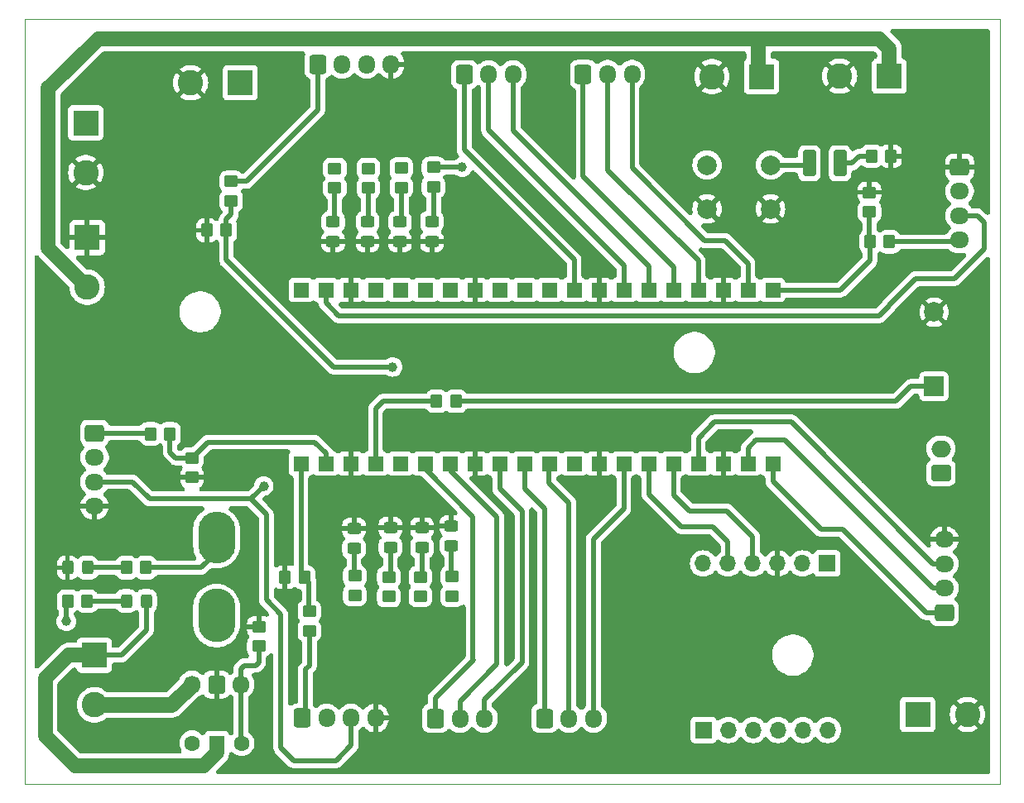
<source format=gbr>
%TF.GenerationSoftware,KiCad,Pcbnew,8.0.8*%
%TF.CreationDate,2025-03-28T16:36:24+05:30*%
%TF.ProjectId,MainBoard_v1.2.0,4d61696e-426f-4617-9264-5f76312e322e,rev?*%
%TF.SameCoordinates,Original*%
%TF.FileFunction,Copper,L1,Top*%
%TF.FilePolarity,Positive*%
%FSLAX46Y46*%
G04 Gerber Fmt 4.6, Leading zero omitted, Abs format (unit mm)*
G04 Created by KiCad (PCBNEW 8.0.8) date 2025-03-28 16:36:24*
%MOMM*%
%LPD*%
G01*
G04 APERTURE LIST*
G04 Aperture macros list*
%AMRoundRect*
0 Rectangle with rounded corners*
0 $1 Rounding radius*
0 $2 $3 $4 $5 $6 $7 $8 $9 X,Y pos of 4 corners*
0 Add a 4 corners polygon primitive as box body*
4,1,4,$2,$3,$4,$5,$6,$7,$8,$9,$2,$3,0*
0 Add four circle primitives for the rounded corners*
1,1,$1+$1,$2,$3*
1,1,$1+$1,$4,$5*
1,1,$1+$1,$6,$7*
1,1,$1+$1,$8,$9*
0 Add four rect primitives between the rounded corners*
20,1,$1+$1,$2,$3,$4,$5,0*
20,1,$1+$1,$4,$5,$6,$7,0*
20,1,$1+$1,$6,$7,$8,$9,0*
20,1,$1+$1,$8,$9,$2,$3,0*%
G04 Aperture macros list end*
%TA.AperFunction,ComponentPad*%
%ADD10R,2.600000X2.600000*%
%TD*%
%TA.AperFunction,ComponentPad*%
%ADD11C,2.600000*%
%TD*%
%TA.AperFunction,ComponentPad*%
%ADD12RoundRect,0.250000X-0.600000X-0.725000X0.600000X-0.725000X0.600000X0.725000X-0.600000X0.725000X0*%
%TD*%
%TA.AperFunction,ComponentPad*%
%ADD13O,1.700000X1.950000*%
%TD*%
%TA.AperFunction,SMDPad,CuDef*%
%ADD14RoundRect,0.250000X-0.450000X0.325000X-0.450000X-0.325000X0.450000X-0.325000X0.450000X0.325000X0*%
%TD*%
%TA.AperFunction,SMDPad,CuDef*%
%ADD15RoundRect,0.250000X0.450000X-0.350000X0.450000X0.350000X-0.450000X0.350000X-0.450000X-0.350000X0*%
%TD*%
%TA.AperFunction,SMDPad,CuDef*%
%ADD16RoundRect,0.250000X0.450000X-0.325000X0.450000X0.325000X-0.450000X0.325000X-0.450000X-0.325000X0*%
%TD*%
%TA.AperFunction,ComponentPad*%
%ADD17RoundRect,0.250000X0.725000X-0.600000X0.725000X0.600000X-0.725000X0.600000X-0.725000X-0.600000X0*%
%TD*%
%TA.AperFunction,ComponentPad*%
%ADD18O,1.950000X1.700000*%
%TD*%
%TA.AperFunction,SMDPad,CuDef*%
%ADD19RoundRect,0.250000X-0.450000X0.350000X-0.450000X-0.350000X0.450000X-0.350000X0.450000X0.350000X0*%
%TD*%
%TA.AperFunction,SMDPad,CuDef*%
%ADD20RoundRect,0.250000X-0.350000X-0.450000X0.350000X-0.450000X0.350000X0.450000X-0.350000X0.450000X0*%
%TD*%
%TA.AperFunction,SMDPad,CuDef*%
%ADD21RoundRect,0.250000X0.412500X1.100000X-0.412500X1.100000X-0.412500X-1.100000X0.412500X-1.100000X0*%
%TD*%
%TA.AperFunction,ComponentPad*%
%ADD22R,1.508000X1.508000*%
%TD*%
%TA.AperFunction,SMDPad,CuDef*%
%ADD23RoundRect,0.250000X0.350000X0.450000X-0.350000X0.450000X-0.350000X-0.450000X0.350000X-0.450000X0*%
%TD*%
%TA.AperFunction,ComponentPad*%
%ADD24RoundRect,0.250000X0.600000X0.675000X-0.600000X0.675000X-0.600000X-0.675000X0.600000X-0.675000X0*%
%TD*%
%TA.AperFunction,ComponentPad*%
%ADD25O,1.700000X1.850000*%
%TD*%
%TA.AperFunction,ComponentPad*%
%ADD26R,2.000000X2.000000*%
%TD*%
%TA.AperFunction,ComponentPad*%
%ADD27C,2.000000*%
%TD*%
%TA.AperFunction,ComponentPad*%
%ADD28RoundRect,0.250000X-0.725000X0.600000X-0.725000X-0.600000X0.725000X-0.600000X0.725000X0.600000X0*%
%TD*%
%TA.AperFunction,SMDPad,CuDef*%
%ADD29RoundRect,0.250000X-0.325000X-0.450000X0.325000X-0.450000X0.325000X0.450000X-0.325000X0.450000X0*%
%TD*%
%TA.AperFunction,ComponentPad*%
%ADD30O,3.800000X5.500000*%
%TD*%
%TA.AperFunction,ComponentPad*%
%ADD31O,3.800000X5.300000*%
%TD*%
%TA.AperFunction,ComponentPad*%
%ADD32R,1.500000X1.500000*%
%TD*%
%TA.AperFunction,ComponentPad*%
%ADD33C,1.600000*%
%TD*%
%TA.AperFunction,SMDPad,CuDef*%
%ADD34RoundRect,0.250000X0.325000X0.450000X-0.325000X0.450000X-0.325000X-0.450000X0.325000X-0.450000X0*%
%TD*%
%TA.AperFunction,ComponentPad*%
%ADD35RoundRect,0.250000X0.750000X-0.600000X0.750000X0.600000X-0.750000X0.600000X-0.750000X-0.600000X0*%
%TD*%
%TA.AperFunction,ComponentPad*%
%ADD36O,2.000000X1.700000*%
%TD*%
%TA.AperFunction,ComponentPad*%
%ADD37O,1.700000X1.700000*%
%TD*%
%TA.AperFunction,ComponentPad*%
%ADD38R,1.700000X1.700000*%
%TD*%
%TA.AperFunction,ViaPad*%
%ADD39C,1.000000*%
%TD*%
%TA.AperFunction,Conductor*%
%ADD40C,0.500000*%
%TD*%
%TA.AperFunction,Conductor*%
%ADD41C,1.500000*%
%TD*%
%TA.AperFunction,Conductor*%
%ADD42C,1.600000*%
%TD*%
%TA.AperFunction,Profile*%
%ADD43C,0.050000*%
%TD*%
G04 APERTURE END LIST*
D10*
%TO.P,J15,1,Pin_1*%
%TO.N,PWR_IN*%
X139305000Y-93725000D03*
D11*
%TO.P,J15,2,Pin_2*%
%TO.N,GND*%
X134225000Y-93725000D03*
%TD*%
D12*
%TO.P,J6,1,Pin_1*%
%TO.N,EN_1*%
X95830000Y-93555000D03*
D13*
%TO.P,J6,2,Pin_2*%
%TO.N,IN_1_1*%
X98330000Y-93555000D03*
%TO.P,J6,3,Pin_3*%
%TO.N,IN_2_1*%
X100830000Y-93555000D03*
%TD*%
D14*
%TO.P,D12,1,K*%
%TO.N,GND*%
X88280000Y-139907500D03*
%TO.P,D12,2,A*%
%TO.N,Net-(D12-A)*%
X88280000Y-141957500D03*
%TD*%
D15*
%TO.P,R14,1*%
%TO.N,IN_2_3*%
X88120000Y-147000000D03*
%TO.P,R14,2*%
%TO.N,Net-(D12-A)*%
X88120000Y-145000000D03*
%TD*%
D12*
%TO.P,J5,1,Pin_1*%
%TO.N,ENC_A_1*%
X79260000Y-159435000D03*
D13*
%TO.P,J5,2,Pin_2*%
%TO.N,ENC_B_1*%
X81760000Y-159435000D03*
%TO.P,J5,3,Pin_3*%
%TO.N,5V_buck*%
X84260000Y-159435000D03*
%TO.P,J5,4,Pin_4*%
%TO.N,GND*%
X86760000Y-159435000D03*
%TD*%
D16*
%TO.P,D6,1,K*%
%TO.N,GND*%
X89262331Y-110681165D03*
%TO.P,D6,2,A*%
%TO.N,Net-(D6-A)*%
X89262331Y-108631165D03*
%TD*%
D17*
%TO.P,J1,1,Pin_1*%
%TO.N,GP15*%
X144930000Y-148640000D03*
D18*
%TO.P,J1,2,Pin_2*%
%TO.N,GP14*%
X144930000Y-146140000D03*
%TO.P,J1,3,Pin_3*%
%TO.N,GP13*%
X144930000Y-143640000D03*
%TO.P,J1,4,Pin_4*%
%TO.N,GND*%
X144930000Y-141140000D03*
%TD*%
D19*
%TO.P,R25,1*%
%TO.N,ENC_A_2_3.3*%
X68000000Y-132800000D03*
%TO.P,R25,2*%
%TO.N,GND*%
X68000000Y-134800000D03*
%TD*%
D16*
%TO.P,D5,1,K*%
%TO.N,GND*%
X85948052Y-110660491D03*
%TO.P,D5,2,A*%
%TO.N,Net-(D5-A)*%
X85948052Y-108610491D03*
%TD*%
D19*
%TO.P,R7,1*%
%TO.N,IN_1_1*%
X82598231Y-103165115D03*
%TO.P,R7,2*%
%TO.N,Net-(D4-A)*%
X82598231Y-105165115D03*
%TD*%
D10*
%TO.P,BATTERY_CONN2,1,Pin_1*%
%TO.N,5V_buck*%
X57125000Y-98505000D03*
D11*
%TO.P,BATTERY_CONN2,2,Pin_2*%
%TO.N,GND*%
X57125000Y-103585000D03*
%TD*%
D20*
%TO.P,R2,1*%
%TO.N,BUZZ*%
X93000000Y-127000000D03*
%TO.P,R2,2*%
%TO.N,Net-(JP1-A)*%
X95000000Y-127000000D03*
%TD*%
D15*
%TO.P,R12,1*%
%TO.N,IN_1_3*%
X84640000Y-146880000D03*
%TO.P,R12,2*%
%TO.N,Net-(D11-A)*%
X84640000Y-144880000D03*
%TD*%
D10*
%TO.P,J9,1,Pin_1*%
%TO.N,PWR_IN*%
X142215000Y-159075000D03*
D11*
%TO.P,J9,2,Pin_2*%
%TO.N,GND*%
X147295000Y-159075000D03*
%TD*%
D10*
%TO.P,BATTERY_CONN4,1,Pin_1*%
%TO.N,5V_buck*%
X72925000Y-94395000D03*
D11*
%TO.P,BATTERY_CONN4,2,Pin_2*%
%TO.N,GND*%
X67845000Y-94395000D03*
%TD*%
D14*
%TO.P,D13,1,K*%
%TO.N,GND*%
X91510000Y-139957500D03*
%TO.P,D13,2,A*%
%TO.N,Net-(D13-A)*%
X91510000Y-142007500D03*
%TD*%
D21*
%TO.P,C1,1*%
%TO.N,Net-(C1-Pad1)*%
X134252500Y-102640000D03*
%TO.P,C1,2*%
%TO.N,RESET*%
X131127500Y-102640000D03*
%TD*%
D20*
%TO.P,R23,1*%
%TO.N,ENC_A_2*%
X63745888Y-130337760D03*
%TO.P,R23,2*%
%TO.N,ENC_A_2_3.3*%
X65745888Y-130337760D03*
%TD*%
D16*
%TO.P,D7,1,K*%
%TO.N,GND*%
X92528150Y-110646742D03*
%TO.P,D7,2,A*%
%TO.N,Net-(D7-A)*%
X92528150Y-108596742D03*
%TD*%
D15*
%TO.P,R33,1*%
%TO.N,ENC_A_4_3.3*%
X137290000Y-107610000D03*
%TO.P,R33,2*%
%TO.N,GND*%
X137290000Y-105610000D03*
%TD*%
D19*
%TO.P,R10,1*%
%TO.N,IN_2_2*%
X92690062Y-103063223D03*
%TO.P,R10,2*%
%TO.N,Net-(D7-A)*%
X92690062Y-105063223D03*
%TD*%
D15*
%TO.P,R15,1*%
%TO.N,IN_1_4*%
X91350000Y-146980000D03*
%TO.P,R15,2*%
%TO.N,Net-(D13-A)*%
X91350000Y-144980000D03*
%TD*%
D22*
%TO.P,U1,3V3,3V3*%
%TO.N,3V3*%
X89300000Y-115610000D03*
%TO.P,U1,3V3_EN,3V3_EN*%
%TO.N,unconnected-(U1-Pad3V3_EN)*%
X86760000Y-115610000D03*
%TO.P,U1,ADC_VREF,ADC_VREF*%
%TO.N,unconnected-(U1-PadADC_VREF)*%
X91840000Y-115610000D03*
%TO.P,U1,AGND,AGND*%
%TO.N,GND*%
X96920000Y-115610000D03*
%TO.P,U1,GND,GND*%
X84220000Y-115610000D03*
%TO.P,U1,GND2,GND2*%
X109620000Y-115610000D03*
%TO.P,U1,GND3,GND3*%
X122320000Y-115610000D03*
%TO.P,U1,GND4,GND4*%
X84220000Y-133390000D03*
%TO.P,U1,GND5,GND5*%
X96920000Y-133390000D03*
%TO.P,U1,GND6,GND6*%
X109620000Y-133390000D03*
%TO.P,U1,GND7,GND7*%
X122320000Y-133390000D03*
%TO.P,U1,GP0,GP0*%
%TO.N,ENC_A_1_3.3*%
X79140000Y-133390000D03*
%TO.P,U1,GP1,GP1*%
%TO.N,ENC_A_2_3.3*%
X81680000Y-133390000D03*
%TO.P,U1,GP2,GP2*%
%TO.N,BUZZ*%
X86760000Y-133390000D03*
%TO.P,U1,GP3,GP3*%
%TO.N,ENC_A_3_3.3*%
X89300000Y-133390000D03*
%TO.P,U1,GP4,GP4*%
%TO.N,EN_3*%
X91840000Y-133390000D03*
%TO.P,U1,GP5,GP5*%
%TO.N,IN_1_3*%
X94380000Y-133390000D03*
%TO.P,U1,GP6,GP6*%
%TO.N,IN_2_3*%
X99460000Y-133390000D03*
%TO.P,U1,GP7,GP7*%
%TO.N,IN_1_4*%
X102000000Y-133390000D03*
%TO.P,U1,GP8,GP8*%
%TO.N,IN_2_4*%
X104540000Y-133390000D03*
%TO.P,U1,GP9,GP9*%
%TO.N,RST*%
X107080000Y-133390000D03*
%TO.P,U1,GP10,GP10*%
%TO.N,EN_4*%
X112160000Y-133390000D03*
%TO.P,U1,GP11,GP11*%
%TO.N,SCL*%
X114700000Y-133390000D03*
%TO.P,U1,GP12,GP12*%
%TO.N,SDA*%
X117240000Y-133390000D03*
%TO.P,U1,GP13,GP13*%
%TO.N,GP13*%
X119780000Y-133390000D03*
%TO.P,U1,GP14,GP14*%
%TO.N,GP14*%
X124860000Y-133390000D03*
%TO.P,U1,GP15,GP15*%
%TO.N,GP15*%
X127400000Y-133390000D03*
%TO.P,U1,GP16,GP16*%
%TO.N,ENC_A_4_3.3*%
X127400000Y-115610000D03*
%TO.P,U1,GP17,GP17*%
%TO.N,EN_2*%
X124860000Y-115610000D03*
%TO.P,U1,GP18,GP18*%
%TO.N,IN_2_2*%
X119780000Y-115610000D03*
%TO.P,U1,GP19,GP19*%
%TO.N,IN_1_2*%
X117240000Y-115610000D03*
%TO.P,U1,GP20,GP20*%
%TO.N,IN_2_1*%
X114700000Y-115610000D03*
%TO.P,U1,GP21,GP21*%
%TO.N,IN_1_1*%
X112160000Y-115610000D03*
%TO.P,U1,GP22,GP22*%
%TO.N,EN_1*%
X107080000Y-115610000D03*
%TO.P,U1,GP26_A0,GP26_A0*%
%TO.N,TOGG_ACT_1*%
X102000000Y-115610000D03*
%TO.P,U1,GP27_A1,GP27_A1*%
%TO.N,TOGG_ACT_2*%
X99460000Y-115610000D03*
%TO.P,U1,GP28_A2,GP28_A2*%
%TO.N,unconnected-(U1-PadGP28_A2)*%
X94380000Y-115610000D03*
%TO.P,U1,RUN,RUN*%
%TO.N,RESET*%
X104540000Y-115610000D03*
%TO.P,U1,VBUS,VBUS*%
%TO.N,unconnected-(U1-PadVBUS)*%
X79140000Y-115610000D03*
%TO.P,U1,VSYS,VSYS*%
%TO.N,5V_buck*%
X81680000Y-115610000D03*
%TD*%
D20*
%TO.P,R5,1*%
%TO.N,GND_battery*%
X55270000Y-147465000D03*
%TO.P,R5,2*%
%TO.N,Net-(D3-A)*%
X57270000Y-147465000D03*
%TD*%
D23*
%TO.P,R29,1*%
%TO.N,ENC_A_3_3.3*%
X71500000Y-109500000D03*
%TO.P,R29,2*%
%TO.N,GND*%
X69500000Y-109500000D03*
%TD*%
D12*
%TO.P,J11,1,Pin_1*%
%TO.N,ENC_A_3*%
X80850000Y-92505000D03*
D13*
%TO.P,J11,2,Pin_2*%
%TO.N,ENC_B_3*%
X83350000Y-92505000D03*
%TO.P,J11,3,Pin_3*%
%TO.N,5V_buck*%
X85850000Y-92505000D03*
%TO.P,J11,4,Pin_4*%
%TO.N,GND*%
X88350000Y-92505000D03*
%TD*%
D24*
%TO.P,Q1,1,D*%
%TO.N,GND*%
X70500000Y-156000000D03*
D25*
%TO.P,Q1,2,G*%
%TO.N,Net-(Q1-G)*%
X73000000Y-156000000D03*
%TO.P,Q1,3,S*%
%TO.N,GND_battery*%
X68000000Y-156000000D03*
%TD*%
D26*
%TO.P,JP1,1,A*%
%TO.N,Net-(JP1-A)*%
X143890000Y-125480000D03*
D27*
%TO.P,JP1,2,B*%
%TO.N,GND*%
X143890000Y-117880000D03*
%TD*%
D23*
%TO.P,R31,1*%
%TO.N,ENC_A_4*%
X139327888Y-110676019D03*
%TO.P,R31,2*%
%TO.N,ENC_A_4_3.3*%
X137327888Y-110676019D03*
%TD*%
%TO.P,R19,1*%
%TO.N,ENC_A_1_3.3*%
X79506490Y-145031314D03*
%TO.P,R19,2*%
%TO.N,GND*%
X77506490Y-145031314D03*
%TD*%
%TO.P,R13,1*%
%TO.N,GND*%
X139487500Y-101910000D03*
%TO.P,R13,2*%
%TO.N,Net-(C1-Pad1)*%
X137487500Y-101910000D03*
%TD*%
D28*
%TO.P,J12,1,Pin_1*%
%TO.N,GND*%
X146500000Y-103000000D03*
D18*
%TO.P,J12,2,Pin_2*%
%TO.N,ENC_B_4*%
X146500000Y-105500000D03*
%TO.P,J12,3,Pin_3*%
%TO.N,5V_buck*%
X146500000Y-108000000D03*
%TO.P,J12,4,Pin_4*%
%TO.N,ENC_A_4*%
X146500000Y-110500000D03*
%TD*%
D29*
%TO.P,D2,1,K*%
%TO.N,GND*%
X55255000Y-144045000D03*
%TO.P,D2,2,A*%
%TO.N,Net-(D2-A)*%
X57305000Y-144045000D03*
%TD*%
D15*
%TO.P,R1,1*%
%TO.N,Net-(Q1-G)*%
X74820000Y-152080000D03*
%TO.P,R1,2*%
%TO.N,GND*%
X74820000Y-150080000D03*
%TD*%
D30*
%TO.P,F1,1*%
%TO.N,12_V_battery*%
X70500000Y-148950000D03*
D31*
%TO.P,F1,2*%
%TO.N,PWR_IN*%
X70500000Y-140950000D03*
%TD*%
D12*
%TO.P,J4,1,Pin_1*%
%TO.N,EN_3*%
X92890000Y-159465000D03*
D13*
%TO.P,J4,2,Pin_2*%
%TO.N,IN_1_3*%
X95390000Y-159465000D03*
%TO.P,J4,3,Pin_3*%
%TO.N,IN_2_3*%
X97890000Y-159465000D03*
%TD*%
D28*
%TO.P,J10,1,Pin_1*%
%TO.N,ENC_A_2*%
X58025000Y-130250000D03*
D18*
%TO.P,J10,2,Pin_2*%
%TO.N,ENC_B_2*%
X58025000Y-132750000D03*
%TO.P,J10,3,Pin_3*%
%TO.N,5V_buck*%
X58025000Y-135250000D03*
%TO.P,J10,4,Pin_4*%
%TO.N,GND*%
X58025000Y-137750000D03*
%TD*%
D19*
%TO.P,R9,1*%
%TO.N,IN_1_2*%
X89390869Y-103101053D03*
%TO.P,R9,2*%
%TO.N,Net-(D6-A)*%
X89390869Y-105101053D03*
%TD*%
D12*
%TO.P,J7,1,Pin_1*%
%TO.N,IN_1_2*%
X108000000Y-93530000D03*
D13*
%TO.P,J7,2,Pin_2*%
%TO.N,IN_2_2*%
X110500000Y-93530000D03*
%TO.P,J7,3,Pin_3*%
%TO.N,EN_2*%
X113000000Y-93530000D03*
%TD*%
D19*
%TO.P,R27,1*%
%TO.N,ENC_A_3*%
X72000000Y-104500000D03*
%TO.P,R27,2*%
%TO.N,ENC_A_3_3.3*%
X72000000Y-106500000D03*
%TD*%
D32*
%TO.P,SW2,1,B*%
%TO.N,12_V_battery*%
X70540000Y-162000000D03*
D33*
%TO.P,SW2,2,C*%
%TO.N,unconnected-(SW2-C-Pad2)*%
X68000000Y-162000000D03*
%TO.P,SW2,3,A*%
%TO.N,Net-(Q1-G)*%
X73080000Y-162000000D03*
%TD*%
D27*
%TO.P,SW1,1,1*%
%TO.N,RESET*%
X120670000Y-102820000D03*
X127170000Y-102820000D03*
%TO.P,SW1,2,2*%
%TO.N,GND*%
X120670000Y-107320000D03*
X127170000Y-107320000D03*
%TD*%
D10*
%TO.P,BATTERY_CONN3,1,Pin_1*%
%TO.N,GND*%
X57275000Y-110245000D03*
D11*
%TO.P,BATTERY_CONN3,2,Pin_2*%
%TO.N,PWR_IN*%
X57275000Y-115325000D03*
%TD*%
D34*
%TO.P,D3,1,K*%
%TO.N,12_V_battery*%
X63325000Y-147445000D03*
%TO.P,D3,2,A*%
%TO.N,Net-(D3-A)*%
X61275000Y-147445000D03*
%TD*%
D10*
%TO.P,BATTERY_CONN1,1,Pin_1*%
%TO.N,12_V_battery*%
X58000000Y-153000000D03*
D11*
%TO.P,BATTERY_CONN1,2,Pin_2*%
%TO.N,GND_battery*%
X58000000Y-158080000D03*
%TD*%
D10*
%TO.P,J8,1,Pin_1*%
%TO.N,PWR_IN*%
X126240000Y-93760000D03*
D11*
%TO.P,J8,2,Pin_2*%
%TO.N,GND*%
X121160000Y-93760000D03*
%TD*%
D16*
%TO.P,D4,1,K*%
%TO.N,GND*%
X82421234Y-110680219D03*
%TO.P,D4,2,A*%
%TO.N,Net-(D4-A)*%
X82421234Y-108630219D03*
%TD*%
D23*
%TO.P,R4,1*%
%TO.N,PWR_IN*%
X63280000Y-144045000D03*
%TO.P,R4,2*%
%TO.N,Net-(D2-A)*%
X61280000Y-144045000D03*
%TD*%
D14*
%TO.P,D14,1,K*%
%TO.N,GND*%
X94530000Y-139737500D03*
%TO.P,D14,2,A*%
%TO.N,Net-(D14-A)*%
X94530000Y-141787500D03*
%TD*%
D15*
%TO.P,R16,1*%
%TO.N,IN_2_4*%
X94600000Y-146970000D03*
%TO.P,R16,2*%
%TO.N,Net-(D14-A)*%
X94600000Y-144970000D03*
%TD*%
%TO.P,R18,1*%
%TO.N,ENC_A_1*%
X80000000Y-150500000D03*
%TO.P,R18,2*%
%TO.N,ENC_A_1_3.3*%
X80000000Y-148500000D03*
%TD*%
D19*
%TO.P,R8,1*%
%TO.N,IN_2_1*%
X86038980Y-103163655D03*
%TO.P,R8,2*%
%TO.N,Net-(D5-A)*%
X86038980Y-105163655D03*
%TD*%
D14*
%TO.P,D11,1,K*%
%TO.N,GND*%
X84560000Y-139997500D03*
%TO.P,D11,2,A*%
%TO.N,Net-(D11-A)*%
X84560000Y-142047500D03*
%TD*%
D35*
%TO.P,J14,1,Pin_1*%
%TO.N,TOGG_ACT_2*%
X144600000Y-134360000D03*
D36*
%TO.P,J14,2,Pin_2*%
%TO.N,TOGG_ACT_1*%
X144600000Y-131860000D03*
%TD*%
D37*
%TO.P,J2,6,Pin_6*%
%TO.N,unconnected-(J2-Pin_6-Pad6)*%
X133008490Y-160652115D03*
%TO.P,J2,5,Pin_5*%
%TO.N,unconnected-(J2-Pin_5-Pad5)*%
X130468490Y-160652115D03*
%TO.P,J2,4,Pin_4*%
%TO.N,unconnected-(J2-Pin_4-Pad4)*%
X127928490Y-160652115D03*
%TO.P,J2,3,Pin_3*%
%TO.N,unconnected-(J2-Pin_3-Pad3)*%
X125388490Y-160652115D03*
%TO.P,J2,2,Pin_2*%
%TO.N,unconnected-(J2-Pin_2-Pad2)*%
X122848490Y-160652115D03*
D38*
%TO.P,J2,1,Pin_1*%
%TO.N,unconnected-(J2-Pin_1-Pad1)*%
X120308490Y-160652115D03*
%TD*%
%TO.P,J3,1,Pin_1*%
%TO.N,unconnected-(J3-Pin_1-Pad1)*%
X132970000Y-143610000D03*
D37*
%TO.P,J3,2,Pin_2*%
%TO.N,3V3*%
X130430000Y-143610000D03*
%TO.P,J3,3,Pin_3*%
%TO.N,GND*%
X127890000Y-143610000D03*
%TO.P,J3,4,Pin_4*%
%TO.N,SDA*%
X125350000Y-143610000D03*
%TO.P,J3,5,Pin_5*%
%TO.N,SCL*%
X122810000Y-143610000D03*
%TO.P,J3,6,Pin_6*%
%TO.N,RST*%
X120270000Y-143610000D03*
%TD*%
D12*
%TO.P,J13,1,Pin_1*%
%TO.N,IN_1_4*%
X104060000Y-159460000D03*
D13*
%TO.P,J13,2,Pin_2*%
%TO.N,IN_2_4*%
X106560000Y-159460000D03*
%TO.P,J13,3,Pin_3*%
%TO.N,EN_4*%
X109060000Y-159460000D03*
%TD*%
D39*
%TO.N,GND*%
X61590000Y-93120000D03*
X59330000Y-145780000D03*
X59260000Y-149710000D03*
X61800000Y-161370000D03*
X61890000Y-155520000D03*
X66200000Y-147520000D03*
X73400000Y-144880000D03*
X83790000Y-151570000D03*
X81980000Y-137060000D03*
X92300000Y-96220000D03*
X104310000Y-98040000D03*
X123650000Y-98210000D03*
X137060000Y-97890000D03*
X145350000Y-93110000D03*
X141570000Y-105100000D03*
X144620000Y-155130000D03*
X114960000Y-140120000D03*
X68380000Y-106040000D03*
X87260000Y-95850000D03*
X82450000Y-99120000D03*
X77460000Y-107910000D03*
X91690000Y-124360000D03*
X99220000Y-122710000D03*
X121249156Y-113136925D03*
X109590000Y-136540000D03*
X96930000Y-130550000D03*
X73170000Y-126500000D03*
X70090000Y-98290000D03*
X114430000Y-121860000D03*
X60870000Y-105130000D03*
X61110000Y-122870000D03*
X108000000Y-111200000D03*
X124760000Y-122050000D03*
X60990000Y-109910000D03*
X63130000Y-126390000D03*
X84300000Y-113090000D03*
X143540000Y-121830000D03*
X54790000Y-140140000D03*
X97810000Y-135230000D03*
X96930000Y-112140000D03*
X60910000Y-97980000D03*
X84700000Y-119880000D03*
X91620000Y-154960000D03*
X122610000Y-131250000D03*
X73300000Y-133500000D03*
X101900000Y-105130000D03*
X100490000Y-144710000D03*
X64240000Y-140160000D03*
X63350000Y-133370000D03*
%TO.N,5V_buck*%
X75330448Y-135669552D03*
%TO.N,GND_battery*%
X55140000Y-149540000D03*
%TO.N,IN_2_1*%
X86038980Y-103163655D03*
%TO.N,IN_2_2*%
X95608563Y-103040495D03*
%TO.N,IN_2_3*%
X88120000Y-147000000D03*
%TO.N,IN_2_4*%
X94600000Y-146970000D03*
%TO.N,IN_1_2*%
X89390869Y-103101053D03*
%TO.N,IN_1_3*%
X84640000Y-146880000D03*
%TO.N,IN_1_4*%
X91350000Y-146980000D03*
%TO.N,IN_1_1*%
X82598231Y-103165115D03*
%TO.N,ENC_A_3_3.3*%
X88500000Y-123500000D03*
%TO.N,GND*%
X134738490Y-154752115D03*
X118038490Y-154842115D03*
X127728490Y-145642115D03*
%TD*%
D40*
%TO.N,5V_buck*%
X84260000Y-162230000D02*
X82700000Y-163790000D01*
X84260000Y-159435000D02*
X84260000Y-162230000D01*
X78400000Y-163790000D02*
X82700000Y-163790000D01*
%TO.N,IN_2_4*%
X106550000Y-159450000D02*
X106560000Y-159460000D01*
X106550000Y-137390000D02*
X106550000Y-159450000D01*
X104492854Y-133342854D02*
X104492854Y-135332854D01*
X104492854Y-135332854D02*
X106550000Y-137390000D01*
%TO.N,EN_4*%
X109060000Y-159460000D02*
X109060000Y-141090000D01*
X109060000Y-141090000D02*
X112160000Y-137990000D01*
X112160000Y-137990000D02*
X112160000Y-133390000D01*
%TO.N,IN_1_4*%
X104060000Y-138030000D02*
X104060000Y-159460000D01*
X102000000Y-135970000D02*
X104060000Y-138030000D01*
%TO.N,IN_2_3*%
X101740000Y-153740000D02*
X101740000Y-138280000D01*
X97890000Y-159465000D02*
X97890000Y-157590000D01*
X97890000Y-157590000D02*
X101740000Y-153740000D01*
X101740000Y-138280000D02*
X99460000Y-136000000D01*
X99460000Y-136000000D02*
X99460000Y-133390000D01*
%TO.N,IN_1_3*%
X94380000Y-134070000D02*
X94380000Y-133390000D01*
X99190000Y-138880000D02*
X94380000Y-134070000D01*
X99190000Y-153920000D02*
X99190000Y-138880000D01*
X95390000Y-157720000D02*
X99190000Y-153920000D01*
X95390000Y-159465000D02*
X95390000Y-157720000D01*
%TO.N,EN_3*%
X96740000Y-153410000D02*
X96740000Y-138840000D01*
X91840000Y-133940000D02*
X91840000Y-133390000D01*
X96780000Y-153450000D02*
X96740000Y-153410000D01*
X92890000Y-157340000D02*
X96780000Y-153450000D01*
X96740000Y-138840000D02*
X91840000Y-133940000D01*
X92890000Y-159465000D02*
X92890000Y-157340000D01*
%TO.N,ENC_A_1*%
X79590000Y-154460000D02*
X79590000Y-159410000D01*
X80000000Y-154050000D02*
X79590000Y-154460000D01*
X80000000Y-150500000D02*
X80000000Y-154050000D01*
%TO.N,5V_buck*%
X77080000Y-162470000D02*
X78400000Y-163790000D01*
X75600000Y-147340000D02*
X77080000Y-148820000D01*
X75600000Y-138600000D02*
X75600000Y-147340000D01*
X74000000Y-137000000D02*
X75600000Y-138600000D01*
X77080000Y-148820000D02*
X77080000Y-162470000D01*
%TO.N,SDA*%
X118860000Y-138220000D02*
X122690000Y-138220000D01*
X117240000Y-136600000D02*
X118860000Y-138220000D01*
X117240000Y-133390000D02*
X117240000Y-136600000D01*
X122690000Y-138220000D02*
X125350000Y-140880000D01*
X125350000Y-140880000D02*
X125350000Y-143610000D01*
%TO.N,SCL*%
X118010000Y-139830000D02*
X114700000Y-136520000D01*
X121240000Y-139830000D02*
X118010000Y-139830000D01*
X114700000Y-136520000D02*
X114700000Y-133390000D01*
X122810000Y-141400000D02*
X121240000Y-139830000D01*
X122810000Y-143610000D02*
X122810000Y-141400000D01*
D41*
%TO.N,PWR_IN*%
X125950000Y-89900000D02*
X125950000Y-93470000D01*
X125950000Y-93470000D02*
X126240000Y-93760000D01*
D40*
%TO.N,ENC_A_4_3.3*%
X137290000Y-110510061D02*
X137225965Y-110574096D01*
X137290000Y-107610000D02*
X137290000Y-110510061D01*
%TO.N,EN_2*%
X122530000Y-110560000D02*
X124860000Y-112890000D01*
X120440000Y-110560000D02*
X122530000Y-110560000D01*
X113000000Y-103120000D02*
X120440000Y-110560000D01*
X124860000Y-112890000D02*
X124860000Y-115610000D01*
X113000000Y-93530000D02*
X113000000Y-103120000D01*
%TO.N,GP15*%
X127400000Y-135190000D02*
X127400000Y-133390000D01*
X132310000Y-140100000D02*
X127400000Y-135190000D01*
X134540000Y-140100000D02*
X132310000Y-140100000D01*
X143080000Y-148640000D02*
X134540000Y-140100000D01*
X144930000Y-148640000D02*
X143080000Y-148640000D01*
%TO.N,Net-(C1-Pad1)*%
X136213068Y-101910000D02*
X137487500Y-101910000D01*
X135483068Y-102640000D02*
X136213068Y-101910000D01*
X134252500Y-102640000D02*
X135483068Y-102640000D01*
%TO.N,RESET*%
X130947500Y-102820000D02*
X131127500Y-102640000D01*
X127170000Y-102820000D02*
X130947500Y-102820000D01*
D41*
%TO.N,PWR_IN*%
X125950000Y-89900000D02*
X138310000Y-89900000D01*
X58389450Y-89900000D02*
X125950000Y-89900000D01*
X138310000Y-89900000D02*
X139315000Y-90905000D01*
X53389450Y-94900000D02*
X58389450Y-89900000D01*
X53270000Y-111320000D02*
X53270000Y-94900000D01*
X57275000Y-115325000D02*
X53270000Y-111320000D01*
X53270000Y-94900000D02*
X53389450Y-94900000D01*
X139315000Y-90905000D02*
X139315000Y-93305000D01*
D40*
%TO.N,GND*%
X84300000Y-115530000D02*
X84220000Y-115610000D01*
X122310000Y-115600000D02*
X122320000Y-115610000D01*
X96930000Y-115600000D02*
X96920000Y-115610000D01*
%TO.N,Net-(D2-A)*%
X57305000Y-144045000D02*
X61280000Y-144045000D01*
%TO.N,Net-(D3-A)*%
X57270000Y-147465000D02*
X61255000Y-147465000D01*
%TO.N,12_V_battery*%
X63325000Y-147445000D02*
X63325000Y-150435000D01*
D41*
X69180000Y-164320000D02*
X56020000Y-164320000D01*
X70540000Y-162960000D02*
X69180000Y-164320000D01*
D40*
X60760000Y-153000000D02*
X58000000Y-153000000D01*
D41*
X52980000Y-161280000D02*
X52980000Y-155360000D01*
X52980000Y-155360000D02*
X55340000Y-153000000D01*
X55340000Y-153000000D02*
X58000000Y-153000000D01*
X70540000Y-162000000D02*
X70540000Y-162960000D01*
D40*
X63325000Y-150435000D02*
X60760000Y-153000000D01*
D41*
X56020000Y-164320000D02*
X52980000Y-161280000D01*
D40*
%TO.N,Net-(D4-A)*%
X82598231Y-105165115D02*
X82598231Y-108453222D01*
%TO.N,Net-(D5-A)*%
X86038980Y-105163655D02*
X86038980Y-108519563D01*
%TO.N,Net-(D6-A)*%
X89390869Y-105101053D02*
X89390869Y-108502627D01*
%TO.N,Net-(D7-A)*%
X92690062Y-105063223D02*
X92690062Y-108434830D01*
%TO.N,PWR_IN*%
X63280000Y-144045000D02*
X68905000Y-144045000D01*
X68905000Y-144045000D02*
X70500000Y-142450000D01*
X70500000Y-142450000D02*
X70500000Y-140950000D01*
%TO.N,5V_buck*%
X81680000Y-116930000D02*
X82990000Y-118240000D01*
X148990000Y-108680000D02*
X148310000Y-108000000D01*
X82990000Y-118240000D02*
X138259850Y-118240000D01*
X63660000Y-137000000D02*
X74000000Y-137000000D01*
X61910000Y-135250000D02*
X63660000Y-137000000D01*
X148990000Y-111420000D02*
X148990000Y-108680000D01*
X139280000Y-117155083D02*
X141985083Y-114450000D01*
X148310000Y-108000000D02*
X146500000Y-108000000D01*
X141985083Y-114450000D02*
X145960000Y-114450000D01*
X81680000Y-115610000D02*
X81680000Y-116930000D01*
X58025000Y-135250000D02*
X61910000Y-135250000D01*
X145960000Y-114450000D02*
X148990000Y-111420000D01*
X138259850Y-118240000D02*
X139280000Y-117219850D01*
X139280000Y-117219850D02*
X139280000Y-117210000D01*
X74000000Y-137000000D02*
X75330448Y-135669552D01*
D42*
%TO.N,GND_battery*%
X58000000Y-158080000D02*
X65920000Y-158080000D01*
D40*
X55140000Y-149540000D02*
X55140000Y-147595000D01*
D42*
X65920000Y-158080000D02*
X68000000Y-156000000D01*
D40*
X55140000Y-147595000D02*
X55270000Y-147465000D01*
%TO.N,Net-(Q1-G)*%
X74533077Y-154041500D02*
X74820000Y-153754577D01*
X73000000Y-161920000D02*
X73080000Y-162000000D01*
X73000000Y-154412306D02*
X72984155Y-154396461D01*
X73339116Y-154041500D02*
X74533077Y-154041500D01*
X73000000Y-156000000D02*
X73000000Y-154412306D01*
X72984155Y-154396461D02*
X73339116Y-154041500D01*
X73000000Y-156000000D02*
X73000000Y-161920000D01*
X74820000Y-153754577D02*
X74820000Y-152080000D01*
%TO.N,BUZZ*%
X87524478Y-127000000D02*
X93000000Y-127000000D01*
X86760000Y-133390000D02*
X86760000Y-127764478D01*
X86760000Y-127764478D02*
X87524478Y-127000000D01*
%TO.N,Net-(D11-A)*%
X84560000Y-142047500D02*
X84560000Y-144800000D01*
X84560000Y-144800000D02*
X84640000Y-144880000D01*
%TO.N,Net-(D12-A)*%
X88280000Y-141957500D02*
X88280000Y-144840000D01*
X88280000Y-144840000D02*
X88120000Y-145000000D01*
%TO.N,Net-(D13-A)*%
X91510000Y-144820000D02*
X91350000Y-144980000D01*
X91510000Y-142007500D02*
X91510000Y-144820000D01*
%TO.N,Net-(D14-A)*%
X94530000Y-141787500D02*
X94530000Y-144900000D01*
X94530000Y-144900000D02*
X94600000Y-144970000D01*
%TO.N,IN_2_1*%
X100830000Y-99310000D02*
X114700000Y-113180000D01*
X100830000Y-93555000D02*
X100830000Y-99310000D01*
X114700000Y-113180000D02*
X114700000Y-115610000D01*
%TO.N,IN_2_2*%
X92690062Y-103063223D02*
X95585835Y-103063223D01*
X110500000Y-103340000D02*
X119780000Y-112620000D01*
X95585835Y-103063223D02*
X95608563Y-103040495D01*
X119780000Y-112620000D02*
X119780000Y-115610000D01*
X110500000Y-93530000D02*
X110500000Y-103340000D01*
%TO.N,EN_1*%
X95830000Y-93555000D02*
X95830000Y-101267767D01*
X95830000Y-101267767D02*
X107080000Y-112517767D01*
X107080000Y-112517767D02*
X107080000Y-115610000D01*
%TO.N,Net-(JP1-A)*%
X141510000Y-125480000D02*
X139990000Y-127000000D01*
X143890000Y-125480000D02*
X141510000Y-125480000D01*
X139990000Y-127000000D02*
X95000000Y-127000000D01*
%TO.N,IN_1_2*%
X117240000Y-113230000D02*
X117240000Y-115610000D01*
X108000000Y-103990000D02*
X117240000Y-113230000D01*
X108000000Y-93530000D02*
X108000000Y-103990000D01*
%TO.N,ENC_A_1_3.3*%
X79970000Y-145494824D02*
X79970000Y-148470000D01*
X79140000Y-133390000D02*
X79140000Y-144664824D01*
X79506490Y-145031314D02*
X79970000Y-145494824D01*
%TO.N,IN_1_1*%
X98330000Y-99250000D02*
X112160000Y-113080000D01*
X112160000Y-113080000D02*
X112160000Y-115610000D01*
X98330000Y-93555000D02*
X98330000Y-99250000D01*
%TO.N,ENC_A_1*%
X79570000Y-159390000D02*
X79590000Y-159410000D01*
%TO.N,ENC_A_2_3.3*%
X80540000Y-131180000D02*
X81680000Y-132320000D01*
X81680000Y-132320000D02*
X81680000Y-133390000D01*
X68000000Y-132800000D02*
X69620000Y-131180000D01*
X65745888Y-132205888D02*
X66340000Y-132800000D01*
X69620000Y-131180000D02*
X80540000Y-131180000D01*
X65745888Y-130545888D02*
X65745888Y-132205888D01*
X66340000Y-132800000D02*
X68000000Y-132800000D01*
%TO.N,ENC_A_3_3.3*%
X71500000Y-108390000D02*
X71500000Y-109500000D01*
X71500000Y-112500000D02*
X82500000Y-123500000D01*
X72000000Y-107890000D02*
X71500000Y-108390000D01*
X82500000Y-123500000D02*
X88500000Y-123500000D01*
X71500000Y-109500000D02*
X71500000Y-112500000D01*
X72000000Y-106500000D02*
X72000000Y-107890000D01*
%TO.N,ENC_A_2*%
X58025000Y-130250000D02*
X63658128Y-130250000D01*
%TO.N,ENC_A_4_3.3*%
X134310000Y-115610000D02*
X137327888Y-112592112D01*
X137327888Y-112592112D02*
X137327888Y-110676019D01*
X127400000Y-115610000D02*
X134310000Y-115610000D01*
%TO.N,ENC_A_3*%
X72356719Y-104143281D02*
X72000000Y-104500000D01*
X80850000Y-97200000D02*
X80850000Y-92505000D01*
X72000000Y-104500000D02*
X73550000Y-104500000D01*
X73550000Y-104500000D02*
X80850000Y-97200000D01*
%TO.N,ENC_A_4*%
X146500000Y-110500000D02*
X146280000Y-110720000D01*
X146323981Y-110676019D02*
X146500000Y-110500000D01*
X139327888Y-110676019D02*
X146323981Y-110676019D01*
%TO.N,GP14*%
X128580000Y-130980000D02*
X125670000Y-130980000D01*
X143740000Y-146140000D02*
X128580000Y-130980000D01*
X124860000Y-131790000D02*
X124860000Y-133390000D01*
X125670000Y-130980000D02*
X124860000Y-131790000D01*
X144930000Y-146140000D02*
X143740000Y-146140000D01*
%TO.N,GP13*%
X144930000Y-143640000D02*
X143810000Y-143640000D01*
X129290000Y-129120000D02*
X121430000Y-129120000D01*
X143810000Y-143640000D02*
X129290000Y-129120000D01*
X119780000Y-130770000D02*
X119780000Y-133390000D01*
X121430000Y-129120000D02*
X119780000Y-130770000D01*
%TO.N,IN_1_4*%
X102000000Y-133390000D02*
X102000000Y-135970000D01*
%TD*%
%TA.AperFunction,Conductor*%
%TO.N,GND*%
G36*
X149470788Y-88892705D02*
G01*
X149551570Y-88946681D01*
X149605546Y-89027463D01*
X149624500Y-89122751D01*
X149624500Y-107651993D01*
X149605546Y-107747281D01*
X149551570Y-107828063D01*
X149470788Y-107882039D01*
X149375500Y-107900993D01*
X149280212Y-107882039D01*
X149199430Y-107828063D01*
X149199430Y-107828062D01*
X148788418Y-107417049D01*
X148788414Y-107417046D01*
X148714732Y-107367815D01*
X148714729Y-107367812D01*
X148714729Y-107367813D01*
X148665495Y-107334916D01*
X148528913Y-107278342D01*
X148528911Y-107278341D01*
X148383920Y-107249500D01*
X148383918Y-107249500D01*
X147875911Y-107249500D01*
X147780623Y-107230546D01*
X147699841Y-107176570D01*
X147674472Y-107146866D01*
X147655104Y-107120208D01*
X147504792Y-106969896D01*
X147479396Y-106951445D01*
X147413449Y-106880106D01*
X147379820Y-106788956D01*
X147383633Y-106691876D01*
X147424306Y-106603645D01*
X147479395Y-106548555D01*
X147504792Y-106530104D01*
X147655104Y-106379792D01*
X147780051Y-106207816D01*
X147876557Y-106018412D01*
X147942246Y-105816243D01*
X147963612Y-105681344D01*
X147975499Y-105606296D01*
X147975500Y-105606284D01*
X147975500Y-105393715D01*
X147975499Y-105393703D01*
X147948249Y-105221657D01*
X147942246Y-105183757D01*
X147876557Y-104981588D01*
X147780051Y-104792184D01*
X147655104Y-104620208D01*
X147627717Y-104592821D01*
X147573741Y-104512039D01*
X147554787Y-104416751D01*
X147573741Y-104321463D01*
X147627717Y-104240681D01*
X147673071Y-104204821D01*
X147693343Y-104192317D01*
X147817315Y-104068345D01*
X147817318Y-104068341D01*
X147909358Y-103919121D01*
X147909359Y-103919120D01*
X147964504Y-103752701D01*
X147964505Y-103752694D01*
X147974999Y-103649981D01*
X147975000Y-103649971D01*
X147975000Y-103250001D01*
X147974999Y-103250000D01*
X146904146Y-103250000D01*
X146942630Y-103183343D01*
X146975000Y-103062535D01*
X146975000Y-102937465D01*
X146942630Y-102816657D01*
X146904146Y-102750000D01*
X147974998Y-102750000D01*
X147974999Y-102749999D01*
X147974999Y-102350032D01*
X147974998Y-102350015D01*
X147964505Y-102247300D01*
X147964504Y-102247297D01*
X147909359Y-102080880D01*
X147909358Y-102080878D01*
X147817318Y-101931658D01*
X147817315Y-101931654D01*
X147693345Y-101807684D01*
X147693341Y-101807681D01*
X147544121Y-101715641D01*
X147544120Y-101715640D01*
X147377701Y-101660495D01*
X147377694Y-101660494D01*
X147274981Y-101650000D01*
X146750001Y-101650000D01*
X146750000Y-101650001D01*
X146750000Y-102595854D01*
X146683343Y-102557370D01*
X146562535Y-102525000D01*
X146437465Y-102525000D01*
X146316657Y-102557370D01*
X146250000Y-102595854D01*
X146250000Y-101650001D01*
X146249999Y-101650000D01*
X145725024Y-101650000D01*
X145622300Y-101660494D01*
X145622297Y-101660495D01*
X145455880Y-101715640D01*
X145455878Y-101715641D01*
X145306658Y-101807681D01*
X145306654Y-101807684D01*
X145182684Y-101931654D01*
X145182681Y-101931658D01*
X145090641Y-102080878D01*
X145090640Y-102080879D01*
X145035495Y-102247298D01*
X145035494Y-102247305D01*
X145025000Y-102350018D01*
X145025000Y-102749999D01*
X145025001Y-102750000D01*
X146095854Y-102750000D01*
X146057370Y-102816657D01*
X146025000Y-102937465D01*
X146025000Y-103062535D01*
X146057370Y-103183343D01*
X146095854Y-103250000D01*
X145025002Y-103250000D01*
X145025001Y-103250001D01*
X145025001Y-103649984D01*
X145035494Y-103752699D01*
X145035495Y-103752702D01*
X145090640Y-103919119D01*
X145090641Y-103919121D01*
X145182681Y-104068341D01*
X145182684Y-104068345D01*
X145306654Y-104192315D01*
X145306658Y-104192318D01*
X145326931Y-104204823D01*
X145398082Y-104270979D01*
X145438500Y-104359327D01*
X145442032Y-104456418D01*
X145408140Y-104547470D01*
X145372284Y-104592818D01*
X145344899Y-104620203D01*
X145219950Y-104792182D01*
X145123441Y-104981592D01*
X145057753Y-105183759D01*
X145024500Y-105393703D01*
X145024500Y-105606296D01*
X145057753Y-105816240D01*
X145120704Y-106009984D01*
X145123443Y-106018412D01*
X145219949Y-106207816D01*
X145344896Y-106379792D01*
X145495208Y-106530104D01*
X145520604Y-106548555D01*
X145586552Y-106619897D01*
X145620179Y-106711047D01*
X145616365Y-106808127D01*
X145575691Y-106896358D01*
X145520604Y-106951444D01*
X145520600Y-106951448D01*
X145495206Y-106969897D01*
X145344897Y-107120206D01*
X145219950Y-107292182D01*
X145123441Y-107481592D01*
X145057753Y-107683759D01*
X145024500Y-107893703D01*
X145024500Y-108106296D01*
X145057753Y-108316240D01*
X145122948Y-108516891D01*
X145123443Y-108518412D01*
X145219949Y-108707816D01*
X145344896Y-108879792D01*
X145495208Y-109030104D01*
X145520604Y-109048555D01*
X145586552Y-109119897D01*
X145620179Y-109211047D01*
X145616365Y-109308127D01*
X145575691Y-109396358D01*
X145520604Y-109451444D01*
X145520600Y-109451448D01*
X145495206Y-109469897D01*
X145344897Y-109620206D01*
X145219945Y-109792188D01*
X145214833Y-109800532D01*
X145213353Y-109799625D01*
X145161125Y-109865869D01*
X145076355Y-109913337D01*
X144999423Y-109925519D01*
X140513291Y-109925519D01*
X140418003Y-109906565D01*
X140337221Y-109852589D01*
X140301362Y-109807237D01*
X140297226Y-109800532D01*
X140270600Y-109757363D01*
X140146544Y-109633307D01*
X139997222Y-109541205D01*
X139997220Y-109541204D01*
X139997218Y-109541203D01*
X139997220Y-109541203D01*
X139830690Y-109486021D01*
X139830686Y-109486020D01*
X139830685Y-109486020D01*
X139727897Y-109475519D01*
X139727893Y-109475519D01*
X138927881Y-109475519D01*
X138825087Y-109486020D01*
X138658555Y-109541204D01*
X138509234Y-109633305D01*
X138509232Y-109633306D01*
X138509232Y-109633307D01*
X138503954Y-109638584D01*
X138423176Y-109692558D01*
X138327888Y-109711512D01*
X138232600Y-109692558D01*
X138151821Y-109638584D01*
X138146544Y-109633307D01*
X138146541Y-109633305D01*
X138146539Y-109633303D01*
X138135168Y-109624312D01*
X138137634Y-109621193D01*
X138087628Y-109574697D01*
X138047211Y-109486348D01*
X138040500Y-109428927D01*
X138040500Y-108795403D01*
X138059454Y-108700115D01*
X138113430Y-108619333D01*
X138158780Y-108583475D01*
X138208656Y-108552712D01*
X138332712Y-108428656D01*
X138424814Y-108279334D01*
X138479999Y-108112797D01*
X138490500Y-108010009D01*
X138490499Y-107209992D01*
X138479999Y-107107203D01*
X138468419Y-107072258D01*
X138445402Y-107002797D01*
X138424814Y-106940666D01*
X138332712Y-106791344D01*
X138327080Y-106785712D01*
X138273107Y-106704934D01*
X138254153Y-106609646D01*
X138273107Y-106514358D01*
X138327083Y-106433576D01*
X138327095Y-106433565D01*
X138332317Y-106428343D01*
X138332318Y-106428341D01*
X138424358Y-106279121D01*
X138424359Y-106279120D01*
X138479504Y-106112701D01*
X138479505Y-106112694D01*
X138489999Y-106009981D01*
X138490000Y-106009971D01*
X138490000Y-105860001D01*
X138489999Y-105860000D01*
X136090002Y-105860000D01*
X136090001Y-105860001D01*
X136090001Y-106009984D01*
X136100494Y-106112699D01*
X136100495Y-106112702D01*
X136155640Y-106279119D01*
X136155641Y-106279121D01*
X136247681Y-106428341D01*
X136247684Y-106428345D01*
X136252915Y-106433576D01*
X136306891Y-106514358D01*
X136325845Y-106609646D01*
X136306891Y-106704934D01*
X136252926Y-106785705D01*
X136247288Y-106791342D01*
X136155184Y-106940668D01*
X136100002Y-107107197D01*
X136100002Y-107107199D01*
X136100001Y-107107203D01*
X136098673Y-107120203D01*
X136089500Y-107209988D01*
X136089500Y-108010006D01*
X136100001Y-108112800D01*
X136155185Y-108279331D01*
X136155186Y-108279334D01*
X136174406Y-108310494D01*
X136239018Y-108415249D01*
X136247288Y-108428656D01*
X136371344Y-108552712D01*
X136421219Y-108583475D01*
X136492369Y-108649630D01*
X136532788Y-108737978D01*
X136539500Y-108795403D01*
X136539500Y-109499900D01*
X136520546Y-109595188D01*
X136466572Y-109675966D01*
X136425156Y-109717383D01*
X136385174Y-109757365D01*
X136293072Y-109906687D01*
X136237890Y-110073216D01*
X136237889Y-110073223D01*
X136227388Y-110176007D01*
X136227388Y-111176016D01*
X136227389Y-111176033D01*
X136237889Y-111278819D01*
X136291329Y-111440087D01*
X136293074Y-111445353D01*
X136385176Y-111594675D01*
X136504460Y-111713959D01*
X136558434Y-111794738D01*
X136577388Y-111890026D01*
X136577388Y-112178104D01*
X136558434Y-112273392D01*
X136504458Y-112354174D01*
X134072062Y-114786570D01*
X133991280Y-114840546D01*
X133895992Y-114859500D01*
X128862369Y-114859500D01*
X128767081Y-114840546D01*
X128686299Y-114786570D01*
X128632323Y-114705788D01*
X128629077Y-114697539D01*
X128597796Y-114613669D01*
X128511546Y-114498454D01*
X128396331Y-114412204D01*
X128303757Y-114377676D01*
X128261481Y-114361908D01*
X128201873Y-114355500D01*
X126598134Y-114355500D01*
X126598130Y-114355500D01*
X126598128Y-114355501D01*
X126585314Y-114356878D01*
X126538519Y-114361908D01*
X126538515Y-114361909D01*
X126403667Y-114412204D01*
X126279221Y-114505365D01*
X126191580Y-114547296D01*
X126094564Y-114552497D01*
X126002943Y-114520175D01*
X125980779Y-114505365D01*
X125856331Y-114412204D01*
X125856330Y-114412203D01*
X125772483Y-114380930D01*
X125689827Y-114329872D01*
X125633002Y-114251068D01*
X125610659Y-114156517D01*
X125610500Y-114147630D01*
X125610500Y-112816082D01*
X125608098Y-112804007D01*
X125592284Y-112724505D01*
X125581659Y-112671088D01*
X125550991Y-112597049D01*
X125541409Y-112573916D01*
X125525086Y-112534509D01*
X125525083Y-112534504D01*
X125452639Y-112426083D01*
X125442953Y-112411587D01*
X125442952Y-112411585D01*
X123008416Y-109977048D01*
X122918618Y-109917048D01*
X122885495Y-109894916D01*
X122748913Y-109838342D01*
X122748911Y-109838341D01*
X122603920Y-109809500D01*
X122603918Y-109809500D01*
X120854008Y-109809500D01*
X120758720Y-109790546D01*
X120677938Y-109736570D01*
X120153877Y-109212509D01*
X120099901Y-109131727D01*
X120080947Y-109036439D01*
X120099901Y-108941151D01*
X120153877Y-108860369D01*
X120234659Y-108806393D01*
X120329947Y-108787439D01*
X120370931Y-108790835D01*
X120545706Y-108820000D01*
X120794294Y-108820000D01*
X121039487Y-108779084D01*
X121039490Y-108779083D01*
X121274607Y-108698368D01*
X121493232Y-108580054D01*
X121540055Y-108543610D01*
X120840233Y-107843787D01*
X120882292Y-107832518D01*
X121007708Y-107760110D01*
X121110110Y-107657708D01*
X121182518Y-107532292D01*
X121193787Y-107490233D01*
X121893435Y-108189881D01*
X121993733Y-108036364D01*
X122093586Y-107808722D01*
X122093589Y-107808714D01*
X122154610Y-107567748D01*
X122154612Y-107567741D01*
X122175140Y-107320000D01*
X125664859Y-107320000D01*
X125685387Y-107567741D01*
X125685389Y-107567748D01*
X125746410Y-107808714D01*
X125746413Y-107808722D01*
X125846268Y-108036368D01*
X125846268Y-108036369D01*
X125946562Y-108189881D01*
X126646211Y-107490231D01*
X126657482Y-107532292D01*
X126729890Y-107657708D01*
X126832292Y-107760110D01*
X126957708Y-107832518D01*
X126999765Y-107843787D01*
X126299943Y-108543610D01*
X126346761Y-108580050D01*
X126346769Y-108580055D01*
X126565392Y-108698368D01*
X126800509Y-108779083D01*
X126800512Y-108779084D01*
X127045706Y-108820000D01*
X127294294Y-108820000D01*
X127539487Y-108779084D01*
X127539490Y-108779083D01*
X127774607Y-108698368D01*
X127993232Y-108580054D01*
X128040055Y-108543610D01*
X127340232Y-107843787D01*
X127382292Y-107832518D01*
X127507708Y-107760110D01*
X127610110Y-107657708D01*
X127682518Y-107532292D01*
X127693787Y-107490233D01*
X128393435Y-108189881D01*
X128493733Y-108036364D01*
X128593586Y-107808722D01*
X128593589Y-107808714D01*
X128654610Y-107567748D01*
X128654612Y-107567741D01*
X128675140Y-107320000D01*
X128654612Y-107072258D01*
X128654610Y-107072251D01*
X128593589Y-106831285D01*
X128593586Y-106831277D01*
X128493731Y-106603631D01*
X128493731Y-106603630D01*
X128393436Y-106450117D01*
X127693787Y-107149766D01*
X127682518Y-107107708D01*
X127610110Y-106982292D01*
X127507708Y-106879890D01*
X127382292Y-106807482D01*
X127340231Y-106796211D01*
X128040055Y-106096388D01*
X128040056Y-106096388D01*
X127993238Y-106059949D01*
X127774607Y-105941631D01*
X127539490Y-105860916D01*
X127539487Y-105860915D01*
X127294294Y-105820000D01*
X127045706Y-105820000D01*
X126800512Y-105860915D01*
X126800509Y-105860916D01*
X126565392Y-105941631D01*
X126346769Y-106059944D01*
X126346758Y-106059951D01*
X126299943Y-106096388D01*
X126999767Y-106796212D01*
X126957708Y-106807482D01*
X126832292Y-106879890D01*
X126729890Y-106982292D01*
X126657482Y-107107708D01*
X126646212Y-107149767D01*
X125946562Y-106450117D01*
X125846268Y-106603630D01*
X125846268Y-106603631D01*
X125746413Y-106831277D01*
X125746410Y-106831285D01*
X125685389Y-107072251D01*
X125685387Y-107072258D01*
X125664859Y-107320000D01*
X122175140Y-107320000D01*
X122154612Y-107072258D01*
X122154610Y-107072251D01*
X122093589Y-106831285D01*
X122093586Y-106831277D01*
X121993731Y-106603631D01*
X121993731Y-106603630D01*
X121893436Y-106450117D01*
X121193787Y-107149766D01*
X121182518Y-107107708D01*
X121110110Y-106982292D01*
X121007708Y-106879890D01*
X120882292Y-106807482D01*
X120840231Y-106796211D01*
X121540055Y-106096388D01*
X121540056Y-106096388D01*
X121493238Y-106059949D01*
X121274607Y-105941631D01*
X121039490Y-105860916D01*
X121039487Y-105860915D01*
X120794294Y-105820000D01*
X120545706Y-105820000D01*
X120300512Y-105860915D01*
X120300509Y-105860916D01*
X120065392Y-105941631D01*
X119846769Y-106059944D01*
X119846758Y-106059951D01*
X119799943Y-106096388D01*
X120499767Y-106796212D01*
X120457708Y-106807482D01*
X120332292Y-106879890D01*
X120229890Y-106982292D01*
X120157482Y-107107708D01*
X120146212Y-107149766D01*
X119446562Y-106450117D01*
X119346268Y-106603630D01*
X119346268Y-106603631D01*
X119246413Y-106831277D01*
X119246410Y-106831285D01*
X119185389Y-107072251D01*
X119185387Y-107072258D01*
X119164859Y-107320000D01*
X119185387Y-107567741D01*
X119185388Y-107567747D01*
X119192723Y-107596710D01*
X119197740Y-107693735D01*
X119165246Y-107785295D01*
X119100186Y-107857450D01*
X119012466Y-107899215D01*
X118915441Y-107904232D01*
X118823881Y-107871738D01*
X118775272Y-107833904D01*
X116151386Y-105210018D01*
X136090000Y-105210018D01*
X136090000Y-105359999D01*
X136090001Y-105360000D01*
X137039999Y-105360000D01*
X137040000Y-105359999D01*
X137040000Y-104510001D01*
X137540000Y-104510001D01*
X137540000Y-105359999D01*
X137540001Y-105360000D01*
X138489998Y-105360000D01*
X138489999Y-105359999D01*
X138489999Y-105210032D01*
X138489998Y-105210015D01*
X138479505Y-105107300D01*
X138479504Y-105107297D01*
X138424359Y-104940880D01*
X138424358Y-104940878D01*
X138332318Y-104791658D01*
X138332315Y-104791654D01*
X138208345Y-104667684D01*
X138208341Y-104667681D01*
X138059121Y-104575641D01*
X138059120Y-104575640D01*
X137892701Y-104520495D01*
X137892694Y-104520494D01*
X137789981Y-104510000D01*
X137540001Y-104510000D01*
X137540000Y-104510001D01*
X137040000Y-104510001D01*
X137040000Y-104510000D01*
X136790024Y-104510000D01*
X136687300Y-104520494D01*
X136687297Y-104520495D01*
X136520880Y-104575640D01*
X136520878Y-104575641D01*
X136371658Y-104667681D01*
X136371654Y-104667684D01*
X136247684Y-104791654D01*
X136247681Y-104791658D01*
X136155641Y-104940878D01*
X136155640Y-104940879D01*
X136100495Y-105107298D01*
X136100494Y-105107305D01*
X136090000Y-105210018D01*
X116151386Y-105210018D01*
X113823430Y-102882062D01*
X113781962Y-102820000D01*
X119164357Y-102820000D01*
X119184892Y-103067823D01*
X119184894Y-103067831D01*
X119237891Y-103277110D01*
X119245937Y-103308881D01*
X119282739Y-103392781D01*
X119334809Y-103511490D01*
X119345827Y-103536607D01*
X119365045Y-103566023D01*
X119481830Y-103744778D01*
X119481836Y-103744785D01*
X119650248Y-103927730D01*
X119650252Y-103927733D01*
X119650256Y-103927738D01*
X119650260Y-103927741D01*
X119650261Y-103927742D01*
X119846485Y-104080470D01*
X119846487Y-104080471D01*
X119846491Y-104080474D01*
X120065190Y-104198828D01*
X120129609Y-104220943D01*
X120300378Y-104279569D01*
X120300382Y-104279569D01*
X120300386Y-104279571D01*
X120545665Y-104320500D01*
X120794335Y-104320500D01*
X121039614Y-104279571D01*
X121039618Y-104279569D01*
X121039621Y-104279569D01*
X121145961Y-104243062D01*
X121274810Y-104198828D01*
X121493509Y-104080474D01*
X121689744Y-103927738D01*
X121858164Y-103744785D01*
X121865516Y-103733533D01*
X121908384Y-103667917D01*
X121994173Y-103536607D01*
X122094063Y-103308881D01*
X122155108Y-103067821D01*
X122175643Y-102820000D01*
X125664357Y-102820000D01*
X125684892Y-103067823D01*
X125684894Y-103067831D01*
X125737891Y-103277110D01*
X125745937Y-103308881D01*
X125782739Y-103392781D01*
X125834809Y-103511490D01*
X125845827Y-103536607D01*
X125865045Y-103566023D01*
X125981830Y-103744778D01*
X125981836Y-103744785D01*
X126150248Y-103927730D01*
X126150252Y-103927733D01*
X126150256Y-103927738D01*
X126150260Y-103927741D01*
X126150261Y-103927742D01*
X126346485Y-104080470D01*
X126346487Y-104080471D01*
X126346491Y-104080474D01*
X126565190Y-104198828D01*
X126629609Y-104220943D01*
X126800378Y-104279569D01*
X126800382Y-104279569D01*
X126800386Y-104279571D01*
X127045665Y-104320500D01*
X127294335Y-104320500D01*
X127539614Y-104279571D01*
X127539618Y-104279569D01*
X127539621Y-104279569D01*
X127645961Y-104243062D01*
X127774810Y-104198828D01*
X127993509Y-104080474D01*
X128189744Y-103927738D01*
X128358164Y-103744785D01*
X128398327Y-103683311D01*
X128466312Y-103613906D01*
X128555682Y-103575800D01*
X128606782Y-103570500D01*
X129717218Y-103570500D01*
X129812506Y-103589454D01*
X129893288Y-103643430D01*
X129947264Y-103724212D01*
X129964929Y-103794196D01*
X129975001Y-103892800D01*
X130025713Y-104045836D01*
X130030186Y-104059334D01*
X130055263Y-104099991D01*
X130119922Y-104204821D01*
X130122288Y-104208656D01*
X130246344Y-104332712D01*
X130395666Y-104424814D01*
X130395669Y-104424815D01*
X130395667Y-104424815D01*
X130531714Y-104469896D01*
X130562203Y-104479999D01*
X130664991Y-104490500D01*
X131590008Y-104490499D01*
X131692797Y-104479999D01*
X131859334Y-104424814D01*
X132008656Y-104332712D01*
X132132712Y-104208656D01*
X132224814Y-104059334D01*
X132279999Y-103892797D01*
X132290500Y-103790009D01*
X132290499Y-101489992D01*
X132290499Y-101489988D01*
X133089500Y-101489988D01*
X133089500Y-103790006D01*
X133100001Y-103892800D01*
X133150713Y-104045836D01*
X133155186Y-104059334D01*
X133180263Y-104099991D01*
X133244922Y-104204821D01*
X133247288Y-104208656D01*
X133371344Y-104332712D01*
X133520666Y-104424814D01*
X133520669Y-104424815D01*
X133520667Y-104424815D01*
X133656714Y-104469896D01*
X133687203Y-104479999D01*
X133789991Y-104490500D01*
X134715008Y-104490499D01*
X134817797Y-104479999D01*
X134984334Y-104424814D01*
X135133656Y-104332712D01*
X135257712Y-104208656D01*
X135349814Y-104059334D01*
X135404999Y-103892797D01*
X135415500Y-103790009D01*
X135415500Y-103622992D01*
X135434454Y-103527704D01*
X135488430Y-103446922D01*
X135569212Y-103392946D01*
X135615922Y-103378777D01*
X135701977Y-103361659D01*
X135701978Y-103361658D01*
X135701981Y-103361658D01*
X135812287Y-103315968D01*
X135838559Y-103305086D01*
X135838560Y-103305085D01*
X135838563Y-103305084D01*
X135887797Y-103272186D01*
X135961484Y-103222952D01*
X136274217Y-102910218D01*
X136354994Y-102856244D01*
X136450282Y-102837290D01*
X136545570Y-102856244D01*
X136626352Y-102910220D01*
X136668844Y-102952712D01*
X136818166Y-103044814D01*
X136818169Y-103044815D01*
X136818167Y-103044815D01*
X136981810Y-103099040D01*
X136984703Y-103099999D01*
X137087491Y-103110500D01*
X137887508Y-103110499D01*
X137990297Y-103099999D01*
X138156834Y-103044814D01*
X138306156Y-102952712D01*
X138311786Y-102947081D01*
X138392565Y-102893108D01*
X138487853Y-102874154D01*
X138583141Y-102893108D01*
X138663923Y-102947084D01*
X138669154Y-102952315D01*
X138669158Y-102952318D01*
X138818378Y-103044358D01*
X138818379Y-103044359D01*
X138984798Y-103099504D01*
X138984805Y-103099505D01*
X139087523Y-103109999D01*
X139237499Y-103109998D01*
X139237500Y-103109998D01*
X139237500Y-102160001D01*
X139737500Y-102160001D01*
X139737500Y-103109998D01*
X139737501Y-103109999D01*
X139887468Y-103109999D01*
X139887484Y-103109998D01*
X139990199Y-103099505D01*
X139990202Y-103099504D01*
X140156619Y-103044359D01*
X140156621Y-103044358D01*
X140305841Y-102952318D01*
X140305845Y-102952315D01*
X140429815Y-102828345D01*
X140429818Y-102828341D01*
X140521858Y-102679121D01*
X140521859Y-102679120D01*
X140577004Y-102512701D01*
X140577005Y-102512694D01*
X140587499Y-102409981D01*
X140587500Y-102409971D01*
X140587500Y-102160001D01*
X140587499Y-102160000D01*
X139737501Y-102160000D01*
X139737500Y-102160001D01*
X139237500Y-102160001D01*
X139237500Y-100710001D01*
X139737500Y-100710001D01*
X139737500Y-101659999D01*
X139737501Y-101660000D01*
X140587498Y-101660000D01*
X140587499Y-101659999D01*
X140587499Y-101410032D01*
X140587498Y-101410015D01*
X140577005Y-101307300D01*
X140577004Y-101307297D01*
X140521859Y-101140880D01*
X140521858Y-101140878D01*
X140429818Y-100991658D01*
X140429815Y-100991654D01*
X140305845Y-100867684D01*
X140305841Y-100867681D01*
X140156621Y-100775641D01*
X140156620Y-100775640D01*
X139990201Y-100720495D01*
X139990194Y-100720494D01*
X139887481Y-100710000D01*
X139737501Y-100710000D01*
X139737500Y-100710001D01*
X139237500Y-100710001D01*
X139237500Y-100709999D01*
X139087524Y-100710000D01*
X138984800Y-100720494D01*
X138984797Y-100720495D01*
X138818380Y-100775640D01*
X138818378Y-100775641D01*
X138669158Y-100867681D01*
X138669154Y-100867684D01*
X138663923Y-100872916D01*
X138583141Y-100926892D01*
X138487853Y-100945846D01*
X138392565Y-100926892D01*
X138311786Y-100872918D01*
X138306156Y-100867288D01*
X138286535Y-100855186D01*
X138197067Y-100800002D01*
X138156834Y-100775186D01*
X138156832Y-100775185D01*
X138156830Y-100775184D01*
X138156832Y-100775184D01*
X137990302Y-100720002D01*
X137990298Y-100720001D01*
X137990297Y-100720001D01*
X137887509Y-100709500D01*
X137887505Y-100709500D01*
X137087493Y-100709500D01*
X136984699Y-100720001D01*
X136818167Y-100775185D01*
X136668846Y-100867286D01*
X136544786Y-100991346D01*
X136514026Y-101041218D01*
X136447870Y-101112369D01*
X136359522Y-101152788D01*
X136302097Y-101159500D01*
X136139147Y-101159500D01*
X135994156Y-101188341D01*
X135857575Y-101244915D01*
X135857570Y-101244917D01*
X135808339Y-101277811D01*
X135808338Y-101277813D01*
X135734652Y-101327048D01*
X135734650Y-101327049D01*
X135724482Y-101333844D01*
X135723050Y-101331701D01*
X135654352Y-101368402D01*
X135557663Y-101377905D01*
X135464697Y-101349683D01*
X135389608Y-101288033D01*
X135358969Y-101232399D01*
X135355944Y-101233811D01*
X135349815Y-101220669D01*
X135349814Y-101220668D01*
X135349814Y-101220666D01*
X135257712Y-101071344D01*
X135133656Y-100947288D01*
X134984334Y-100855186D01*
X134984332Y-100855185D01*
X134984330Y-100855184D01*
X134984332Y-100855184D01*
X134817802Y-100800002D01*
X134817798Y-100800001D01*
X134817797Y-100800001D01*
X134715009Y-100789500D01*
X134715005Y-100789500D01*
X133790002Y-100789500D01*
X133789985Y-100789501D01*
X133687199Y-100800001D01*
X133520667Y-100855185D01*
X133371346Y-100947286D01*
X133247286Y-101071346D01*
X133155184Y-101220668D01*
X133100002Y-101387197D01*
X133100001Y-101387204D01*
X133089500Y-101489988D01*
X132290499Y-101489988D01*
X132279999Y-101387203D01*
X132271127Y-101360430D01*
X132232850Y-101244917D01*
X132224814Y-101220666D01*
X132132712Y-101071344D01*
X132008656Y-100947288D01*
X131859334Y-100855186D01*
X131859332Y-100855185D01*
X131859330Y-100855184D01*
X131859332Y-100855184D01*
X131692802Y-100800002D01*
X131692798Y-100800001D01*
X131692797Y-100800001D01*
X131590009Y-100789500D01*
X131590005Y-100789500D01*
X130665002Y-100789500D01*
X130664985Y-100789501D01*
X130562199Y-100800001D01*
X130395667Y-100855185D01*
X130246346Y-100947286D01*
X130122286Y-101071346D01*
X130030184Y-101220668D01*
X129975002Y-101387197D01*
X129975001Y-101387204D01*
X129964500Y-101489988D01*
X129964500Y-101820500D01*
X129945546Y-101915788D01*
X129891570Y-101996570D01*
X129810788Y-102050546D01*
X129715500Y-102069500D01*
X128606782Y-102069500D01*
X128511494Y-102050546D01*
X128430712Y-101996570D01*
X128398327Y-101956689D01*
X128358168Y-101895221D01*
X128358163Y-101895214D01*
X128189751Y-101712269D01*
X128189747Y-101712265D01*
X128189744Y-101712262D01*
X128189738Y-101712257D01*
X127993514Y-101559529D01*
X127993510Y-101559526D01*
X127993509Y-101559526D01*
X127916502Y-101517852D01*
X127774811Y-101441172D01*
X127539621Y-101360430D01*
X127539610Y-101360428D01*
X127294335Y-101319500D01*
X127045665Y-101319500D01*
X126800389Y-101360428D01*
X126800378Y-101360430D01*
X126565188Y-101441172D01*
X126346485Y-101559529D01*
X126150261Y-101712257D01*
X126150248Y-101712269D01*
X125981836Y-101895214D01*
X125981830Y-101895221D01*
X125845828Y-102103391D01*
X125845825Y-102103396D01*
X125745936Y-102331121D01*
X125745935Y-102331125D01*
X125684894Y-102572168D01*
X125684892Y-102572176D01*
X125664357Y-102820000D01*
X122175643Y-102820000D01*
X122155108Y-102572179D01*
X122094063Y-102331119D01*
X121994173Y-102103393D01*
X121926985Y-102000553D01*
X121858169Y-101895221D01*
X121858163Y-101895214D01*
X121689751Y-101712269D01*
X121689747Y-101712265D01*
X121689744Y-101712262D01*
X121689738Y-101712257D01*
X121493514Y-101559529D01*
X121493510Y-101559526D01*
X121493509Y-101559526D01*
X121416502Y-101517852D01*
X121274811Y-101441172D01*
X121039621Y-101360430D01*
X121039610Y-101360428D01*
X120794335Y-101319500D01*
X120545665Y-101319500D01*
X120300389Y-101360428D01*
X120300378Y-101360430D01*
X120065188Y-101441172D01*
X119846485Y-101559529D01*
X119650261Y-101712257D01*
X119650248Y-101712269D01*
X119481836Y-101895214D01*
X119481830Y-101895221D01*
X119345828Y-102103391D01*
X119345825Y-102103396D01*
X119245936Y-102331121D01*
X119245935Y-102331125D01*
X119184894Y-102572168D01*
X119184892Y-102572176D01*
X119164357Y-102820000D01*
X113781962Y-102820000D01*
X113769454Y-102801280D01*
X113750500Y-102705992D01*
X113750500Y-94905911D01*
X113769454Y-94810623D01*
X113823430Y-94729841D01*
X113853133Y-94704472D01*
X113879792Y-94685104D01*
X114030104Y-94534792D01*
X114155051Y-94362816D01*
X114251557Y-94173412D01*
X114317246Y-93971243D01*
X114334789Y-93860476D01*
X114350499Y-93761296D01*
X114350500Y-93761284D01*
X114350500Y-93760000D01*
X119354953Y-93760000D01*
X119375115Y-94029031D01*
X119435144Y-94292041D01*
X119533705Y-94543173D01*
X119533713Y-94543189D01*
X119668598Y-94776816D01*
X119668604Y-94776824D01*
X119722294Y-94844150D01*
X120558957Y-94007486D01*
X120583978Y-94067890D01*
X120655112Y-94174351D01*
X120745649Y-94264888D01*
X120852110Y-94336022D01*
X120912510Y-94361041D01*
X120074849Y-95198703D01*
X120257473Y-95323215D01*
X120257478Y-95323217D01*
X120500535Y-95440268D01*
X120500540Y-95440270D01*
X120758333Y-95519789D01*
X121025112Y-95560000D01*
X121294888Y-95560000D01*
X121561666Y-95519789D01*
X121819459Y-95440270D01*
X121819465Y-95440268D01*
X122062519Y-95323219D01*
X122245149Y-95198703D01*
X121407487Y-94361041D01*
X121467890Y-94336022D01*
X121574351Y-94264888D01*
X121664888Y-94174351D01*
X121736022Y-94067890D01*
X121761041Y-94007487D01*
X122597704Y-94844150D01*
X122651401Y-94776817D01*
X122786286Y-94543189D01*
X122786294Y-94543173D01*
X122884855Y-94292041D01*
X122944884Y-94029031D01*
X122965046Y-93760000D01*
X122944884Y-93490968D01*
X122884855Y-93227958D01*
X122786294Y-92976826D01*
X122786286Y-92976810D01*
X122651405Y-92743189D01*
X122651402Y-92743184D01*
X122597704Y-92675848D01*
X121761041Y-93512510D01*
X121736022Y-93452110D01*
X121664888Y-93345649D01*
X121574351Y-93255112D01*
X121467890Y-93183978D01*
X121407486Y-93158957D01*
X122245149Y-92321295D01*
X122062527Y-92196784D01*
X122062522Y-92196782D01*
X121819465Y-92079731D01*
X121819459Y-92079729D01*
X121561666Y-92000210D01*
X121294888Y-91960000D01*
X121025112Y-91960000D01*
X120758333Y-92000210D01*
X120500540Y-92079729D01*
X120500535Y-92079731D01*
X120257486Y-92196778D01*
X120257475Y-92196784D01*
X120074850Y-92321295D01*
X120912512Y-93158958D01*
X120852110Y-93183978D01*
X120745649Y-93255112D01*
X120655112Y-93345649D01*
X120583978Y-93452110D01*
X120558958Y-93512512D01*
X119722293Y-92675848D01*
X119668600Y-92743180D01*
X119533713Y-92976810D01*
X119533705Y-92976826D01*
X119435144Y-93227958D01*
X119375115Y-93490968D01*
X119354953Y-93760000D01*
X114350500Y-93760000D01*
X114350500Y-93298715D01*
X114350499Y-93298703D01*
X114321206Y-93113759D01*
X114317246Y-93088757D01*
X114251557Y-92886588D01*
X114155051Y-92697184D01*
X114030104Y-92525208D01*
X113879792Y-92374896D01*
X113707816Y-92249949D01*
X113518412Y-92153443D01*
X113518409Y-92153442D01*
X113518407Y-92153441D01*
X113316240Y-92087753D01*
X113106296Y-92054500D01*
X113106287Y-92054500D01*
X112893713Y-92054500D01*
X112893703Y-92054500D01*
X112683759Y-92087753D01*
X112481592Y-92153441D01*
X112292182Y-92249950D01*
X112120206Y-92374897D01*
X111969897Y-92525206D01*
X111951446Y-92550603D01*
X111880103Y-92616552D01*
X111788953Y-92650179D01*
X111691873Y-92646365D01*
X111603642Y-92605691D01*
X111548554Y-92550603D01*
X111548266Y-92550206D01*
X111530104Y-92525208D01*
X111379792Y-92374896D01*
X111207816Y-92249949D01*
X111018412Y-92153443D01*
X111018409Y-92153442D01*
X111018407Y-92153441D01*
X110816240Y-92087753D01*
X110606296Y-92054500D01*
X110606287Y-92054500D01*
X110393713Y-92054500D01*
X110393703Y-92054500D01*
X110183759Y-92087753D01*
X109981592Y-92153441D01*
X109792182Y-92249950D01*
X109620203Y-92374899D01*
X109593181Y-92401921D01*
X109512399Y-92455896D01*
X109417110Y-92474849D01*
X109321822Y-92455894D01*
X109241042Y-92401916D01*
X109205184Y-92356565D01*
X109202688Y-92352519D01*
X109192712Y-92336344D01*
X109068656Y-92212288D01*
X108919334Y-92120186D01*
X108919332Y-92120185D01*
X108919330Y-92120184D01*
X108919332Y-92120184D01*
X108752802Y-92065002D01*
X108752798Y-92065001D01*
X108752797Y-92065001D01*
X108650009Y-92054500D01*
X108650005Y-92054500D01*
X107349993Y-92054500D01*
X107247199Y-92065001D01*
X107080667Y-92120185D01*
X106931346Y-92212286D01*
X106807286Y-92336346D01*
X106715184Y-92485668D01*
X106660002Y-92652197D01*
X106660001Y-92652204D01*
X106649500Y-92754988D01*
X106649500Y-94305006D01*
X106660001Y-94407800D01*
X106715185Y-94574332D01*
X106794479Y-94702890D01*
X106807288Y-94723656D01*
X106931344Y-94847712D01*
X107080666Y-94939814D01*
X107080668Y-94939814D01*
X107080669Y-94939815D01*
X107093811Y-94945944D01*
X107093158Y-94947343D01*
X107163304Y-94987161D01*
X107223010Y-95063804D01*
X107248841Y-95157462D01*
X107249500Y-95175564D01*
X107249500Y-104066992D01*
X107230546Y-104162280D01*
X107176570Y-104243062D01*
X107095788Y-104297038D01*
X107000500Y-104315992D01*
X106905212Y-104297038D01*
X106824430Y-104243062D01*
X101653430Y-99072062D01*
X101599454Y-98991280D01*
X101580500Y-98895992D01*
X101580500Y-94930911D01*
X101599454Y-94835623D01*
X101653430Y-94754841D01*
X101683133Y-94729472D01*
X101709792Y-94710104D01*
X101860104Y-94559792D01*
X101985051Y-94387816D01*
X102081557Y-94198412D01*
X102147246Y-93996243D01*
X102165484Y-93881091D01*
X102180499Y-93786296D01*
X102180500Y-93786284D01*
X102180500Y-93323715D01*
X102180499Y-93323703D01*
X102152705Y-93148225D01*
X102147246Y-93113757D01*
X102081557Y-92911588D01*
X101985051Y-92722184D01*
X101860104Y-92550208D01*
X101709792Y-92399896D01*
X101537816Y-92274949D01*
X101348412Y-92178443D01*
X101348409Y-92178442D01*
X101348407Y-92178441D01*
X101146240Y-92112753D01*
X100936296Y-92079500D01*
X100936287Y-92079500D01*
X100723713Y-92079500D01*
X100723703Y-92079500D01*
X100513759Y-92112753D01*
X100311592Y-92178441D01*
X100311588Y-92178442D01*
X100311588Y-92178443D01*
X100275596Y-92196782D01*
X100122182Y-92274950D01*
X99950206Y-92399897D01*
X99799897Y-92550206D01*
X99781446Y-92575603D01*
X99710103Y-92641552D01*
X99618953Y-92675179D01*
X99521873Y-92671365D01*
X99433642Y-92630691D01*
X99378554Y-92575603D01*
X99360104Y-92550208D01*
X99209792Y-92399896D01*
X99037816Y-92274949D01*
X98848412Y-92178443D01*
X98848409Y-92178442D01*
X98848407Y-92178441D01*
X98646240Y-92112753D01*
X98436296Y-92079500D01*
X98436287Y-92079500D01*
X98223713Y-92079500D01*
X98223703Y-92079500D01*
X98013759Y-92112753D01*
X97811592Y-92178441D01*
X97811588Y-92178442D01*
X97811588Y-92178443D01*
X97775596Y-92196782D01*
X97622182Y-92274950D01*
X97450203Y-92399899D01*
X97423181Y-92426921D01*
X97342399Y-92480896D01*
X97247110Y-92499849D01*
X97151822Y-92480894D01*
X97071042Y-92426916D01*
X97035184Y-92381565D01*
X97032447Y-92377128D01*
X97022712Y-92361344D01*
X96898656Y-92237288D01*
X96749334Y-92145186D01*
X96749332Y-92145185D01*
X96749330Y-92145184D01*
X96749332Y-92145184D01*
X96582802Y-92090002D01*
X96582798Y-92090001D01*
X96582797Y-92090001D01*
X96480009Y-92079500D01*
X96480005Y-92079500D01*
X95179993Y-92079500D01*
X95077199Y-92090001D01*
X94910667Y-92145185D01*
X94761346Y-92237286D01*
X94637286Y-92361346D01*
X94545184Y-92510668D01*
X94490002Y-92677197D01*
X94490001Y-92677204D01*
X94479500Y-92779988D01*
X94479500Y-94330006D01*
X94490001Y-94432800D01*
X94540303Y-94584598D01*
X94545186Y-94599334D01*
X94637288Y-94748656D01*
X94761344Y-94872712D01*
X94910666Y-94964814D01*
X94910668Y-94964814D01*
X94910669Y-94964815D01*
X94923811Y-94970944D01*
X94923158Y-94972343D01*
X94993304Y-95012161D01*
X95053010Y-95088804D01*
X95078841Y-95182462D01*
X95079500Y-95200564D01*
X95079500Y-101341687D01*
X95108341Y-101486678D01*
X95108342Y-101486680D01*
X95164916Y-101623262D01*
X95197813Y-101672496D01*
X95226641Y-101715641D01*
X95247050Y-101746186D01*
X95254806Y-101755636D01*
X95252310Y-101757684D01*
X95293721Y-101819661D01*
X95312675Y-101914949D01*
X95293721Y-102010237D01*
X95239745Y-102091019D01*
X95181055Y-102134546D01*
X95050024Y-102204585D01*
X94987129Y-102256202D01*
X94901446Y-102302001D01*
X94829165Y-102312723D01*
X93904070Y-102312723D01*
X93808782Y-102293769D01*
X93728001Y-102239793D01*
X93608718Y-102120511D01*
X93580962Y-102103391D01*
X93459396Y-102028409D01*
X93459394Y-102028408D01*
X93459392Y-102028407D01*
X93459394Y-102028407D01*
X93292864Y-101973225D01*
X93292860Y-101973224D01*
X93292859Y-101973224D01*
X93190071Y-101962723D01*
X93190067Y-101962723D01*
X92190064Y-101962723D01*
X92190047Y-101962724D01*
X92087261Y-101973224D01*
X91920729Y-102028408D01*
X91771408Y-102120509D01*
X91647348Y-102244569D01*
X91555246Y-102393891D01*
X91500064Y-102560420D01*
X91500063Y-102560425D01*
X91500063Y-102560426D01*
X91499270Y-102568189D01*
X91489562Y-102663211D01*
X91489562Y-103463229D01*
X91500063Y-103566023D01*
X91555247Y-103732555D01*
X91555248Y-103732557D01*
X91590686Y-103790011D01*
X91643973Y-103876405D01*
X91647350Y-103881879D01*
X91652627Y-103887156D01*
X91706601Y-103967935D01*
X91725555Y-104063223D01*
X91706601Y-104158511D01*
X91652627Y-104239289D01*
X91648855Y-104243062D01*
X91647348Y-104244569D01*
X91555246Y-104393891D01*
X91500064Y-104560420D01*
X91500063Y-104560427D01*
X91489562Y-104663211D01*
X91489562Y-105463229D01*
X91500063Y-105566023D01*
X91538278Y-105681346D01*
X91555248Y-105732557D01*
X91647350Y-105881879D01*
X91771406Y-106005935D01*
X91821281Y-106036698D01*
X91892431Y-106102853D01*
X91932850Y-106191201D01*
X91939562Y-106248626D01*
X91939562Y-107347230D01*
X91920608Y-107442518D01*
X91866632Y-107523300D01*
X91785850Y-107577276D01*
X91768886Y-107583591D01*
X91758816Y-107586927D01*
X91609496Y-107679028D01*
X91485436Y-107803088D01*
X91393334Y-107952410D01*
X91338152Y-108118939D01*
X91338151Y-108118946D01*
X91327650Y-108221730D01*
X91327650Y-108971748D01*
X91338151Y-109074542D01*
X91393335Y-109241073D01*
X91393336Y-109241076D01*
X91485438Y-109390398D01*
X91541068Y-109446028D01*
X91595042Y-109526807D01*
X91613996Y-109622095D01*
X91595042Y-109717383D01*
X91541066Y-109798165D01*
X91485834Y-109853396D01*
X91485831Y-109853400D01*
X91393791Y-110002620D01*
X91393790Y-110002621D01*
X91338645Y-110169040D01*
X91338644Y-110169047D01*
X91328150Y-110271760D01*
X91328150Y-110396741D01*
X91328151Y-110396742D01*
X93728148Y-110396742D01*
X93728149Y-110396741D01*
X93728149Y-110271774D01*
X93728148Y-110271757D01*
X93717655Y-110169042D01*
X93717654Y-110169039D01*
X93662509Y-110002622D01*
X93662508Y-110002620D01*
X93570468Y-109853400D01*
X93570465Y-109853396D01*
X93515234Y-109798165D01*
X93461258Y-109717383D01*
X93442304Y-109622095D01*
X93461258Y-109526807D01*
X93515231Y-109446028D01*
X93570862Y-109390398D01*
X93662964Y-109241076D01*
X93718149Y-109074539D01*
X93728650Y-108971751D01*
X93728649Y-108221734D01*
X93718149Y-108118945D01*
X93716113Y-108112802D01*
X93674371Y-107986832D01*
X93662964Y-107952408D01*
X93570862Y-107803086D01*
X93513489Y-107745713D01*
X93459516Y-107664935D01*
X93440562Y-107569647D01*
X93440562Y-106248626D01*
X93459516Y-106153338D01*
X93513492Y-106072556D01*
X93558842Y-106036698D01*
X93608718Y-106005935D01*
X93732774Y-105881879D01*
X93824876Y-105732557D01*
X93880061Y-105566020D01*
X93890562Y-105463232D01*
X93890561Y-104663215D01*
X93880061Y-104560426D01*
X93863351Y-104510000D01*
X93837412Y-104431720D01*
X93824876Y-104393889D01*
X93732774Y-104244567D01*
X93727496Y-104239289D01*
X93673523Y-104158511D01*
X93654569Y-104063223D01*
X93673523Y-103967935D01*
X93727496Y-103887156D01*
X93727675Y-103886978D01*
X93728176Y-103886478D01*
X93809012Y-103832582D01*
X93904070Y-103813723D01*
X94884553Y-103813723D01*
X94979841Y-103832677D01*
X95042515Y-103870242D01*
X95050025Y-103876405D01*
X95050027Y-103876406D01*
X95223829Y-103969306D01*
X95223833Y-103969307D01*
X95223836Y-103969309D01*
X95412431Y-104026519D01*
X95608563Y-104045836D01*
X95804695Y-104026519D01*
X95993290Y-103969309D01*
X96050831Y-103938553D01*
X96167099Y-103876406D01*
X96167098Y-103876406D01*
X96167101Y-103876405D01*
X96319446Y-103751378D01*
X96444473Y-103599033D01*
X96514510Y-103468001D01*
X96576142Y-103392903D01*
X96661825Y-103347104D01*
X96758512Y-103337581D01*
X96851484Y-103365783D01*
X96910177Y-103409312D01*
X106256570Y-112755704D01*
X106310546Y-112836486D01*
X106329500Y-112931774D01*
X106329500Y-114147630D01*
X106310546Y-114242918D01*
X106256570Y-114323700D01*
X106175788Y-114377676D01*
X106167517Y-114380930D01*
X106083669Y-114412203D01*
X106083668Y-114412204D01*
X105959221Y-114505365D01*
X105871580Y-114547296D01*
X105774564Y-114552497D01*
X105682943Y-114520175D01*
X105660779Y-114505365D01*
X105536333Y-114412205D01*
X105536331Y-114412204D01*
X105443757Y-114377676D01*
X105401481Y-114361908D01*
X105341873Y-114355500D01*
X103738134Y-114355500D01*
X103738130Y-114355500D01*
X103738128Y-114355501D01*
X103725314Y-114356878D01*
X103678519Y-114361908D01*
X103678515Y-114361909D01*
X103543667Y-114412204D01*
X103419221Y-114505365D01*
X103331580Y-114547296D01*
X103234564Y-114552497D01*
X103142943Y-114520175D01*
X103120779Y-114505365D01*
X102996333Y-114412205D01*
X102996331Y-114412204D01*
X102903757Y-114377676D01*
X102861481Y-114361908D01*
X102801873Y-114355500D01*
X101198134Y-114355500D01*
X101198130Y-114355500D01*
X101198128Y-114355501D01*
X101185314Y-114356878D01*
X101138519Y-114361908D01*
X101138515Y-114361909D01*
X101003667Y-114412204D01*
X100879221Y-114505365D01*
X100791580Y-114547296D01*
X100694564Y-114552497D01*
X100602943Y-114520175D01*
X100580779Y-114505365D01*
X100456333Y-114412205D01*
X100456331Y-114412204D01*
X100363757Y-114377676D01*
X100321481Y-114361908D01*
X100261873Y-114355500D01*
X98658134Y-114355500D01*
X98658130Y-114355500D01*
X98658128Y-114355501D01*
X98645314Y-114356878D01*
X98598519Y-114361908D01*
X98598515Y-114361909D01*
X98463667Y-114412204D01*
X98338804Y-114505677D01*
X98251163Y-114547608D01*
X98154147Y-114552809D01*
X98062526Y-114520487D01*
X98040362Y-114505677D01*
X97916090Y-114412647D01*
X97781378Y-114362403D01*
X97781371Y-114362401D01*
X97721832Y-114356000D01*
X97170001Y-114356000D01*
X97170000Y-114356001D01*
X97170000Y-115176988D01*
X97112993Y-115144075D01*
X96985826Y-115110000D01*
X96854174Y-115110000D01*
X96727007Y-115144075D01*
X96670000Y-115176988D01*
X96670000Y-114356001D01*
X96669999Y-114356000D01*
X96118167Y-114356000D01*
X96058628Y-114362401D01*
X96058621Y-114362403D01*
X95923910Y-114412647D01*
X95799636Y-114505678D01*
X95711995Y-114547608D01*
X95614980Y-114552809D01*
X95523359Y-114520487D01*
X95501195Y-114505677D01*
X95439482Y-114459479D01*
X95376331Y-114412204D01*
X95280363Y-114376410D01*
X95241481Y-114361908D01*
X95181873Y-114355500D01*
X93578134Y-114355500D01*
X93578130Y-114355500D01*
X93578128Y-114355501D01*
X93565314Y-114356878D01*
X93518519Y-114361908D01*
X93518515Y-114361909D01*
X93383667Y-114412204D01*
X93259221Y-114505365D01*
X93171580Y-114547296D01*
X93074564Y-114552497D01*
X92982943Y-114520175D01*
X92960779Y-114505365D01*
X92836333Y-114412205D01*
X92836331Y-114412204D01*
X92743757Y-114377676D01*
X92701481Y-114361908D01*
X92641873Y-114355500D01*
X91038134Y-114355500D01*
X91038130Y-114355500D01*
X91038128Y-114355501D01*
X91025314Y-114356878D01*
X90978519Y-114361908D01*
X90978515Y-114361909D01*
X90843667Y-114412204D01*
X90719221Y-114505365D01*
X90631580Y-114547296D01*
X90534564Y-114552497D01*
X90442943Y-114520175D01*
X90420779Y-114505365D01*
X90296333Y-114412205D01*
X90296331Y-114412204D01*
X90203757Y-114377676D01*
X90161481Y-114361908D01*
X90101873Y-114355500D01*
X88498134Y-114355500D01*
X88498130Y-114355500D01*
X88498128Y-114355501D01*
X88485314Y-114356878D01*
X88438519Y-114361908D01*
X88438515Y-114361909D01*
X88303667Y-114412204D01*
X88179221Y-114505365D01*
X88091580Y-114547296D01*
X87994564Y-114552497D01*
X87902943Y-114520175D01*
X87880779Y-114505365D01*
X87756333Y-114412205D01*
X87756331Y-114412204D01*
X87663757Y-114377676D01*
X87621481Y-114361908D01*
X87561873Y-114355500D01*
X85958134Y-114355500D01*
X85958130Y-114355500D01*
X85958128Y-114355501D01*
X85945314Y-114356878D01*
X85898519Y-114361908D01*
X85898515Y-114361909D01*
X85763667Y-114412204D01*
X85638804Y-114505677D01*
X85551163Y-114547608D01*
X85454147Y-114552809D01*
X85362526Y-114520487D01*
X85340362Y-114505677D01*
X85216090Y-114412647D01*
X85081378Y-114362403D01*
X85081371Y-114362401D01*
X85021832Y-114356000D01*
X84470001Y-114356000D01*
X84470000Y-114356001D01*
X84470000Y-115176988D01*
X84412993Y-115144075D01*
X84285826Y-115110000D01*
X84154174Y-115110000D01*
X84027007Y-115144075D01*
X83970000Y-115176988D01*
X83970000Y-114356001D01*
X83969999Y-114356000D01*
X83418167Y-114356000D01*
X83358628Y-114362401D01*
X83358621Y-114362403D01*
X83223910Y-114412647D01*
X83099636Y-114505678D01*
X83011995Y-114547608D01*
X82914980Y-114552809D01*
X82823359Y-114520487D01*
X82801195Y-114505677D01*
X82739482Y-114459479D01*
X82676331Y-114412204D01*
X82580363Y-114376410D01*
X82541481Y-114361908D01*
X82481873Y-114355500D01*
X80878134Y-114355500D01*
X80878130Y-114355500D01*
X80878128Y-114355501D01*
X80865314Y-114356878D01*
X80818519Y-114361908D01*
X80818515Y-114361909D01*
X80683667Y-114412204D01*
X80559221Y-114505365D01*
X80471580Y-114547296D01*
X80374564Y-114552497D01*
X80282943Y-114520175D01*
X80260779Y-114505365D01*
X80136333Y-114412205D01*
X80136331Y-114412204D01*
X80043757Y-114377676D01*
X80001481Y-114361908D01*
X79941873Y-114355500D01*
X78338134Y-114355500D01*
X78338130Y-114355500D01*
X78338128Y-114355501D01*
X78325314Y-114356878D01*
X78278519Y-114361908D01*
X78278515Y-114361909D01*
X78143670Y-114412203D01*
X78028455Y-114498453D01*
X78028453Y-114498455D01*
X77942204Y-114613669D01*
X77891908Y-114748518D01*
X77885500Y-114808123D01*
X77885500Y-116411865D01*
X77885501Y-116411869D01*
X77891908Y-116471480D01*
X77891909Y-116471484D01*
X77942203Y-116606328D01*
X77942204Y-116606331D01*
X78028454Y-116721546D01*
X78143669Y-116807796D01*
X78278517Y-116858091D01*
X78338127Y-116864500D01*
X79941872Y-116864499D01*
X80001483Y-116858091D01*
X80136331Y-116807796D01*
X80251546Y-116721546D01*
X80251547Y-116721543D01*
X80260778Y-116714634D01*
X80348419Y-116672703D01*
X80445434Y-116667502D01*
X80537056Y-116699823D01*
X80559222Y-116714634D01*
X80568452Y-116721543D01*
X80568454Y-116721546D01*
X80683669Y-116807796D01*
X80776953Y-116842588D01*
X80859609Y-116893646D01*
X80916435Y-116972449D01*
X80934152Y-117027309D01*
X80958341Y-117148912D01*
X80958342Y-117148914D01*
X81014913Y-117285491D01*
X81020444Y-117293768D01*
X81020447Y-117293773D01*
X81097044Y-117408411D01*
X81097045Y-117408412D01*
X81097048Y-117408416D01*
X82511584Y-118822952D01*
X82585270Y-118872186D01*
X82634505Y-118905084D01*
X82771087Y-118961658D01*
X82916080Y-118990499D01*
X82916081Y-118990500D01*
X82916082Y-118990500D01*
X138333769Y-118990500D01*
X138333769Y-118990499D01*
X138478763Y-118961658D01*
X138564889Y-118925983D01*
X138615341Y-118905086D01*
X138615342Y-118905085D01*
X138615345Y-118905084D01*
X138664579Y-118872186D01*
X138738266Y-118822952D01*
X139681218Y-117880000D01*
X142384859Y-117880000D01*
X142405387Y-118127741D01*
X142405389Y-118127748D01*
X142466410Y-118368714D01*
X142466413Y-118368722D01*
X142566268Y-118596368D01*
X142566268Y-118596369D01*
X142666562Y-118749881D01*
X143407036Y-118009406D01*
X143424075Y-118072993D01*
X143489901Y-118187007D01*
X143582993Y-118280099D01*
X143697007Y-118345925D01*
X143760590Y-118362962D01*
X143019943Y-119103610D01*
X143066761Y-119140050D01*
X143066769Y-119140055D01*
X143285392Y-119258368D01*
X143520509Y-119339083D01*
X143520512Y-119339084D01*
X143765706Y-119380000D01*
X144014294Y-119380000D01*
X144259487Y-119339084D01*
X144259490Y-119339083D01*
X144494607Y-119258368D01*
X144713232Y-119140054D01*
X144760055Y-119103610D01*
X144019407Y-118362962D01*
X144082993Y-118345925D01*
X144197007Y-118280099D01*
X144290099Y-118187007D01*
X144355925Y-118072993D01*
X144372962Y-118009408D01*
X145113435Y-118749881D01*
X145213733Y-118596364D01*
X145313586Y-118368722D01*
X145313589Y-118368714D01*
X145374610Y-118127748D01*
X145374612Y-118127741D01*
X145395140Y-117880000D01*
X145374612Y-117632258D01*
X145374610Y-117632251D01*
X145313589Y-117391285D01*
X145313586Y-117391277D01*
X145213731Y-117163631D01*
X145213731Y-117163630D01*
X145113436Y-117010117D01*
X144372962Y-117750591D01*
X144355925Y-117687007D01*
X144290099Y-117572993D01*
X144197007Y-117479901D01*
X144082993Y-117414075D01*
X144019406Y-117397036D01*
X144760055Y-116656388D01*
X144760056Y-116656388D01*
X144713238Y-116619949D01*
X144494607Y-116501631D01*
X144259490Y-116420916D01*
X144259487Y-116420915D01*
X144014294Y-116380000D01*
X143765706Y-116380000D01*
X143520512Y-116420915D01*
X143520509Y-116420916D01*
X143285392Y-116501631D01*
X143066769Y-116619944D01*
X143066758Y-116619951D01*
X143019943Y-116656388D01*
X143760592Y-117397037D01*
X143697007Y-117414075D01*
X143582993Y-117479901D01*
X143489901Y-117572993D01*
X143424075Y-117687007D01*
X143407037Y-117750592D01*
X142666562Y-117010117D01*
X142566268Y-117163630D01*
X142566268Y-117163631D01*
X142466413Y-117391277D01*
X142466410Y-117391285D01*
X142405389Y-117632251D01*
X142405387Y-117632258D01*
X142384859Y-117880000D01*
X139681218Y-117880000D01*
X139862952Y-117698266D01*
X139912186Y-117624579D01*
X139945084Y-117575345D01*
X139945088Y-117575333D01*
X139950848Y-117564560D01*
X139952815Y-117565611D01*
X139997047Y-117499403D01*
X139997046Y-117499403D01*
X142223021Y-115273430D01*
X142303803Y-115219454D01*
X142399091Y-115200500D01*
X146033919Y-115200500D01*
X146033919Y-115200499D01*
X146178913Y-115171658D01*
X146265039Y-115135983D01*
X146315491Y-115115086D01*
X146315492Y-115115085D01*
X146315495Y-115115084D01*
X146364729Y-115082186D01*
X146438416Y-115032952D01*
X149199433Y-112271933D01*
X149280212Y-112217960D01*
X149375500Y-112199006D01*
X149470788Y-112217960D01*
X149551570Y-112271936D01*
X149605546Y-112352718D01*
X149624500Y-112448006D01*
X149624500Y-164900500D01*
X149605546Y-164995788D01*
X149551570Y-165076570D01*
X149470788Y-165130546D01*
X149375500Y-165149500D01*
X70720114Y-165149500D01*
X70624826Y-165130546D01*
X70544044Y-165076570D01*
X70490068Y-164995788D01*
X70471114Y-164900500D01*
X70490068Y-164805212D01*
X70544044Y-164724431D01*
X71018936Y-164249538D01*
X71493828Y-163774646D01*
X71609523Y-163615406D01*
X71694444Y-163448737D01*
X71698276Y-163441894D01*
X71698883Y-163440026D01*
X71698884Y-163440025D01*
X71740617Y-163311584D01*
X71752198Y-163275942D01*
X71759707Y-163252835D01*
X71759708Y-163252830D01*
X71759707Y-163252830D01*
X71759709Y-163252827D01*
X71783610Y-163101913D01*
X71817236Y-163010768D01*
X71883184Y-162939425D01*
X71971414Y-162898749D01*
X72068494Y-162894934D01*
X72159645Y-162928561D01*
X72205609Y-162964795D01*
X72240861Y-163000047D01*
X72240864Y-163000049D01*
X72240865Y-163000050D01*
X72427258Y-163130563D01*
X72427262Y-163130565D01*
X72427266Y-163130568D01*
X72633504Y-163226739D01*
X72853308Y-163285635D01*
X72872984Y-163287356D01*
X73079994Y-163305468D01*
X73080000Y-163305468D01*
X73080006Y-163305468D01*
X73259668Y-163289749D01*
X73306692Y-163285635D01*
X73526496Y-163226739D01*
X73732734Y-163130568D01*
X73919139Y-163000047D01*
X74080047Y-162839139D01*
X74210568Y-162652734D01*
X74306739Y-162446496D01*
X74365635Y-162226692D01*
X74371546Y-162159132D01*
X74385468Y-162000005D01*
X74385468Y-161999994D01*
X74365636Y-161773320D01*
X74365635Y-161773308D01*
X74306739Y-161553504D01*
X74243089Y-161417006D01*
X74210571Y-161347272D01*
X74210563Y-161347258D01*
X74080050Y-161160865D01*
X74080049Y-161160864D01*
X74080047Y-161160861D01*
X73919139Y-160999953D01*
X73895589Y-160983463D01*
X73856678Y-160956217D01*
X73789495Y-160886035D01*
X73754283Y-160795486D01*
X73750500Y-160752249D01*
X73750500Y-157325911D01*
X73769454Y-157230623D01*
X73823430Y-157149841D01*
X73853133Y-157124472D01*
X73879792Y-157105104D01*
X74030104Y-156954792D01*
X74155051Y-156782816D01*
X74251557Y-156593412D01*
X74317246Y-156391243D01*
X74350500Y-156181287D01*
X74350500Y-155818713D01*
X74350499Y-155818710D01*
X74350499Y-155818703D01*
X74317246Y-155608759D01*
X74317246Y-155608757D01*
X74251557Y-155406588D01*
X74155051Y-155217184D01*
X74133381Y-155187357D01*
X74092706Y-155099126D01*
X74088893Y-155002046D01*
X74122521Y-154910896D01*
X74188470Y-154839554D01*
X74276701Y-154798879D01*
X74334827Y-154792000D01*
X74606996Y-154792000D01*
X74606996Y-154791999D01*
X74751990Y-154763158D01*
X74888572Y-154706584D01*
X74961963Y-154657546D01*
X75011493Y-154624452D01*
X75402951Y-154232993D01*
X75485084Y-154110072D01*
X75541658Y-153973490D01*
X75570500Y-153828495D01*
X75570500Y-153680660D01*
X75570500Y-153265403D01*
X75589454Y-153170115D01*
X75643430Y-153089333D01*
X75688780Y-153053475D01*
X75738656Y-153022712D01*
X75862712Y-152898656D01*
X75868571Y-152889156D01*
X75934724Y-152818007D01*
X76023072Y-152777587D01*
X76120163Y-152774053D01*
X76211215Y-152807943D01*
X76282367Y-152874098D01*
X76322787Y-152962446D01*
X76329500Y-153019874D01*
X76329500Y-162543920D01*
X76351146Y-162652741D01*
X76358342Y-162688913D01*
X76390523Y-162766605D01*
X76414916Y-162825495D01*
X76424033Y-162839139D01*
X76424038Y-162839146D01*
X76491040Y-162939425D01*
X76497048Y-162948416D01*
X77921584Y-164372952D01*
X77989627Y-164418416D01*
X78044505Y-164455084D01*
X78181087Y-164511658D01*
X78326080Y-164540499D01*
X78326081Y-164540500D01*
X78326082Y-164540500D01*
X82773919Y-164540500D01*
X82773919Y-164540499D01*
X82918913Y-164511658D01*
X83055495Y-164455084D01*
X83110373Y-164418416D01*
X83178416Y-164372952D01*
X84842951Y-162708416D01*
X84925084Y-162585495D01*
X84981658Y-162448913D01*
X85010500Y-162303918D01*
X85010500Y-162156083D01*
X85010500Y-160810911D01*
X85029454Y-160715623D01*
X85083430Y-160634841D01*
X85113133Y-160609472D01*
X85139792Y-160590104D01*
X85290104Y-160439792D01*
X85308865Y-160413970D01*
X85380204Y-160348023D01*
X85471354Y-160314395D01*
X85568434Y-160318208D01*
X85656665Y-160358882D01*
X85711754Y-160413970D01*
X85730275Y-160439462D01*
X85880537Y-160589724D01*
X86052446Y-160714623D01*
X86241774Y-160811091D01*
X86241787Y-160811097D01*
X86443870Y-160876756D01*
X86510000Y-160887230D01*
X86510000Y-159839145D01*
X86576657Y-159877630D01*
X86697465Y-159910000D01*
X86822535Y-159910000D01*
X86943343Y-159877630D01*
X87010000Y-159839145D01*
X87010000Y-160887229D01*
X87076129Y-160876756D01*
X87278212Y-160811097D01*
X87278225Y-160811091D01*
X87467553Y-160714623D01*
X87639462Y-160589724D01*
X87789724Y-160439462D01*
X87914623Y-160267553D01*
X88011091Y-160078225D01*
X88011095Y-160078215D01*
X88076758Y-159876123D01*
X88107030Y-159685000D01*
X87164146Y-159685000D01*
X87202630Y-159618343D01*
X87235000Y-159497535D01*
X87235000Y-159372465D01*
X87202630Y-159251657D01*
X87164146Y-159185000D01*
X88107030Y-159185000D01*
X88076758Y-158993876D01*
X88011095Y-158791784D01*
X88011091Y-158791774D01*
X87914623Y-158602446D01*
X87789724Y-158430537D01*
X87639462Y-158280275D01*
X87467553Y-158155376D01*
X87278225Y-158058908D01*
X87278215Y-158058904D01*
X87076124Y-157993241D01*
X87076120Y-157993240D01*
X87010000Y-157982767D01*
X87010000Y-159030854D01*
X86943343Y-158992370D01*
X86822535Y-158960000D01*
X86697465Y-158960000D01*
X86576657Y-158992370D01*
X86510000Y-159030854D01*
X86510000Y-157982768D01*
X86509999Y-157982767D01*
X86443879Y-157993240D01*
X86443875Y-157993241D01*
X86241784Y-158058904D01*
X86241774Y-158058908D01*
X86052446Y-158155376D01*
X85880537Y-158280275D01*
X85730275Y-158430537D01*
X85711752Y-158456032D01*
X85640407Y-158521980D01*
X85549257Y-158555605D01*
X85452177Y-158551789D01*
X85363947Y-158511113D01*
X85308864Y-158456029D01*
X85290103Y-158430207D01*
X85139793Y-158279897D01*
X85128024Y-158271346D01*
X84967816Y-158154949D01*
X84778412Y-158058443D01*
X84778409Y-158058442D01*
X84778407Y-158058441D01*
X84576240Y-157992753D01*
X84366296Y-157959500D01*
X84366287Y-157959500D01*
X84153713Y-157959500D01*
X84153703Y-157959500D01*
X83943759Y-157992753D01*
X83741592Y-158058441D01*
X83552182Y-158154950D01*
X83380206Y-158279897D01*
X83229897Y-158430206D01*
X83229896Y-158430208D01*
X83211736Y-158455204D01*
X83211446Y-158455603D01*
X83140103Y-158521552D01*
X83048953Y-158555179D01*
X82951873Y-158551365D01*
X82863642Y-158510691D01*
X82808554Y-158455603D01*
X82808267Y-158455208D01*
X82790104Y-158430208D01*
X82639792Y-158279896D01*
X82467816Y-158154949D01*
X82278412Y-158058443D01*
X82278409Y-158058442D01*
X82278407Y-158058441D01*
X82076240Y-157992753D01*
X81866296Y-157959500D01*
X81866287Y-157959500D01*
X81653713Y-157959500D01*
X81653703Y-157959500D01*
X81443759Y-157992753D01*
X81241592Y-158058441D01*
X81052182Y-158154950D01*
X80880203Y-158279899D01*
X80853181Y-158306921D01*
X80772399Y-158360896D01*
X80677110Y-158379849D01*
X80581822Y-158360894D01*
X80501042Y-158306916D01*
X80465184Y-158261565D01*
X80452711Y-158241343D01*
X80413429Y-158202060D01*
X80359453Y-158121278D01*
X80340500Y-158025992D01*
X80340500Y-154874007D01*
X80359454Y-154778719D01*
X80413430Y-154697937D01*
X80486916Y-154624451D01*
X80582952Y-154528415D01*
X80627557Y-154461658D01*
X80665084Y-154405495D01*
X80688952Y-154347873D01*
X80699275Y-154322952D01*
X80699275Y-154322951D01*
X80718932Y-154275495D01*
X80721659Y-154268912D01*
X80750500Y-154123917D01*
X80750500Y-153976082D01*
X80750500Y-151685403D01*
X80769454Y-151590115D01*
X80823430Y-151509333D01*
X80868780Y-151473475D01*
X80918656Y-151442712D01*
X81042712Y-151318656D01*
X81134814Y-151169334D01*
X81189999Y-151002797D01*
X81200500Y-150900009D01*
X81200499Y-150099992D01*
X81189999Y-149997203D01*
X81184297Y-149979997D01*
X81135492Y-149832712D01*
X81134814Y-149830666D01*
X81042712Y-149681344D01*
X81037434Y-149676066D01*
X80983461Y-149595288D01*
X80964507Y-149500000D01*
X80983461Y-149404712D01*
X81037434Y-149323933D01*
X81042712Y-149318656D01*
X81134814Y-149169334D01*
X81189999Y-149002797D01*
X81200500Y-148900009D01*
X81200499Y-148099992D01*
X81189999Y-147997203D01*
X81180984Y-147969999D01*
X81154310Y-147889500D01*
X81134814Y-147830666D01*
X81042712Y-147681344D01*
X80918656Y-147557288D01*
X80905760Y-147549334D01*
X80896304Y-147543501D01*
X80838780Y-147508020D01*
X80767631Y-147441866D01*
X80727212Y-147353518D01*
X80720500Y-147296093D01*
X80720500Y-145420905D01*
X80720499Y-145420903D01*
X80716343Y-145400011D01*
X80691658Y-145275911D01*
X80674507Y-145234504D01*
X80630403Y-145128026D01*
X80632017Y-145127357D01*
X80608188Y-145048802D01*
X80606989Y-145024395D01*
X80606989Y-144531307D01*
X80605813Y-144519792D01*
X80596489Y-144428517D01*
X80541304Y-144261980D01*
X80449202Y-144112658D01*
X80325146Y-143988602D01*
X80175824Y-143896500D01*
X80175823Y-143896499D01*
X80175822Y-143896499D01*
X80061177Y-143858509D01*
X79976687Y-143810544D01*
X79916985Y-143733898D01*
X79891158Y-143640238D01*
X79890500Y-143622148D01*
X79890500Y-141672488D01*
X83359500Y-141672488D01*
X83359500Y-142422506D01*
X83370001Y-142525300D01*
X83412158Y-142652519D01*
X83425186Y-142691834D01*
X83478287Y-142777925D01*
X83516002Y-142839072D01*
X83517288Y-142841156D01*
X83641344Y-142965212D01*
X83691219Y-142995975D01*
X83762369Y-143062130D01*
X83802788Y-143150478D01*
X83809500Y-143207903D01*
X83809500Y-143747032D01*
X83790546Y-143842320D01*
X83736570Y-143923102D01*
X83727113Y-143931517D01*
X83597288Y-144061343D01*
X83505184Y-144210668D01*
X83450002Y-144377197D01*
X83450001Y-144377204D01*
X83439500Y-144479988D01*
X83439500Y-145280006D01*
X83450001Y-145382800D01*
X83499217Y-145531322D01*
X83505186Y-145549334D01*
X83597288Y-145698656D01*
X83602565Y-145703933D01*
X83656539Y-145784712D01*
X83675493Y-145880000D01*
X83656539Y-145975288D01*
X83602565Y-146056066D01*
X83597288Y-146061344D01*
X83597286Y-146061346D01*
X83505184Y-146210668D01*
X83450002Y-146377197D01*
X83450001Y-146377204D01*
X83439500Y-146479988D01*
X83439500Y-147280006D01*
X83450001Y-147382800D01*
X83503758Y-147545026D01*
X83505186Y-147549334D01*
X83511095Y-147558914D01*
X83595331Y-147695484D01*
X83597288Y-147698656D01*
X83721344Y-147822712D01*
X83870666Y-147914814D01*
X83870669Y-147914815D01*
X83870667Y-147914815D01*
X84022108Y-147964997D01*
X84037203Y-147969999D01*
X84139991Y-147980500D01*
X85140008Y-147980499D01*
X85242797Y-147969999D01*
X85409334Y-147914814D01*
X85558656Y-147822712D01*
X85682712Y-147698656D01*
X85774814Y-147549334D01*
X85829999Y-147382797D01*
X85840500Y-147280009D01*
X85840499Y-146479992D01*
X85829999Y-146377203D01*
X85814578Y-146330667D01*
X85796133Y-146275002D01*
X85774814Y-146210666D01*
X85682712Y-146061344D01*
X85677434Y-146056066D01*
X85623461Y-145975288D01*
X85604507Y-145880000D01*
X85623461Y-145784712D01*
X85677434Y-145703933D01*
X85682712Y-145698656D01*
X85774814Y-145549334D01*
X85829999Y-145382797D01*
X85840500Y-145280009D01*
X85840499Y-144599988D01*
X86919500Y-144599988D01*
X86919500Y-145400006D01*
X86930001Y-145502800D01*
X86985185Y-145669331D01*
X86985186Y-145669334D01*
X87077288Y-145818656D01*
X87082565Y-145823933D01*
X87136539Y-145904712D01*
X87155493Y-146000000D01*
X87136539Y-146095288D01*
X87082565Y-146176066D01*
X87077288Y-146181344D01*
X87077286Y-146181346D01*
X86985184Y-146330668D01*
X86930002Y-146497197D01*
X86930001Y-146497204D01*
X86919500Y-146599988D01*
X86919500Y-147400006D01*
X86930001Y-147502800D01*
X86985185Y-147669331D01*
X86985186Y-147669334D01*
X87001319Y-147695490D01*
X87077140Y-147818417D01*
X87077288Y-147818656D01*
X87201344Y-147942712D01*
X87350666Y-148034814D01*
X87350669Y-148034815D01*
X87350667Y-148034815D01*
X87488531Y-148080498D01*
X87517203Y-148089999D01*
X87619991Y-148100500D01*
X88620008Y-148100499D01*
X88722797Y-148089999D01*
X88889334Y-148034814D01*
X89038656Y-147942712D01*
X89162712Y-147818656D01*
X89254814Y-147669334D01*
X89309999Y-147502797D01*
X89320500Y-147400009D01*
X89320499Y-146599992D01*
X89309999Y-146497203D01*
X89304808Y-146481539D01*
X89270235Y-146377203D01*
X89254814Y-146330666D01*
X89162712Y-146181344D01*
X89157434Y-146176066D01*
X89103461Y-146095288D01*
X89084507Y-146000000D01*
X89103461Y-145904712D01*
X89157434Y-145823933D01*
X89162712Y-145818656D01*
X89254814Y-145669334D01*
X89309999Y-145502797D01*
X89320500Y-145400009D01*
X89320499Y-144599992D01*
X89318456Y-144579988D01*
X90149500Y-144579988D01*
X90149500Y-145380006D01*
X90160001Y-145482800D01*
X90211872Y-145639334D01*
X90215186Y-145649334D01*
X90307288Y-145798656D01*
X90312565Y-145803933D01*
X90366539Y-145884712D01*
X90385493Y-145980000D01*
X90366539Y-146075288D01*
X90312565Y-146156066D01*
X90307288Y-146161344D01*
X90307286Y-146161346D01*
X90215184Y-146310668D01*
X90160002Y-146477197D01*
X90160002Y-146477199D01*
X90160001Y-146477203D01*
X90159716Y-146479991D01*
X90149500Y-146579988D01*
X90149500Y-147380006D01*
X90160001Y-147482800D01*
X90211872Y-147639334D01*
X90215186Y-147649334D01*
X90307288Y-147798656D01*
X90431344Y-147922712D01*
X90580666Y-148014814D01*
X90580669Y-148014815D01*
X90580667Y-148014815D01*
X90717019Y-148059997D01*
X90747203Y-148069999D01*
X90849991Y-148080500D01*
X91850008Y-148080499D01*
X91952797Y-148069999D01*
X92119334Y-148014814D01*
X92268656Y-147922712D01*
X92392712Y-147798656D01*
X92484814Y-147649334D01*
X92539999Y-147482797D01*
X92550500Y-147380009D01*
X92550499Y-146579992D01*
X92539999Y-146477203D01*
X92537021Y-146468217D01*
X92512653Y-146394680D01*
X92484814Y-146310666D01*
X92392712Y-146161344D01*
X92387434Y-146156066D01*
X92333461Y-146075288D01*
X92314507Y-145980000D01*
X92333461Y-145884712D01*
X92387434Y-145803933D01*
X92392712Y-145798656D01*
X92484814Y-145649334D01*
X92539999Y-145482797D01*
X92550500Y-145380009D01*
X92550499Y-144579992D01*
X92539999Y-144477203D01*
X92536685Y-144467203D01*
X92507021Y-144377683D01*
X92484814Y-144310666D01*
X92392712Y-144161344D01*
X92333427Y-144102059D01*
X92279454Y-144021281D01*
X92260500Y-143925993D01*
X92260500Y-143167903D01*
X92279454Y-143072615D01*
X92333430Y-142991833D01*
X92378780Y-142955975D01*
X92428656Y-142925212D01*
X92552712Y-142801156D01*
X92644814Y-142651834D01*
X92699999Y-142485297D01*
X92710500Y-142382509D01*
X92710499Y-141632492D01*
X92699999Y-141529703D01*
X92696815Y-141520095D01*
X92653706Y-141390000D01*
X92644814Y-141363166D01*
X92552712Y-141213844D01*
X92497081Y-141158213D01*
X92443108Y-141077435D01*
X92424154Y-140982147D01*
X92443108Y-140886859D01*
X92497084Y-140806077D01*
X92552315Y-140750845D01*
X92552318Y-140750841D01*
X92644358Y-140601621D01*
X92644359Y-140601620D01*
X92699504Y-140435201D01*
X92699505Y-140435194D01*
X92709999Y-140332481D01*
X92710000Y-140332471D01*
X92710000Y-140207501D01*
X92709999Y-140207500D01*
X90310002Y-140207500D01*
X90310001Y-140207501D01*
X90310001Y-140332484D01*
X90320494Y-140435199D01*
X90320495Y-140435202D01*
X90375640Y-140601619D01*
X90375641Y-140601621D01*
X90467681Y-140750841D01*
X90467684Y-140750845D01*
X90522916Y-140806077D01*
X90576892Y-140886859D01*
X90595846Y-140982147D01*
X90576892Y-141077435D01*
X90522918Y-141158213D01*
X90490264Y-141190868D01*
X90467286Y-141213846D01*
X90375184Y-141363168D01*
X90320002Y-141529697D01*
X90320001Y-141529704D01*
X90309500Y-141632488D01*
X90309500Y-142382506D01*
X90320001Y-142485300D01*
X90368501Y-142631660D01*
X90375186Y-142651834D01*
X90375609Y-142652519D01*
X90449201Y-142771833D01*
X90467288Y-142801156D01*
X90591344Y-142925212D01*
X90641219Y-142955975D01*
X90712369Y-143022130D01*
X90752788Y-143110478D01*
X90759500Y-143167903D01*
X90759500Y-143706121D01*
X90740546Y-143801409D01*
X90686570Y-143882191D01*
X90605788Y-143936167D01*
X90588830Y-143942480D01*
X90580668Y-143945184D01*
X90431346Y-144037286D01*
X90307286Y-144161346D01*
X90215184Y-144310668D01*
X90160002Y-144477197D01*
X90160002Y-144477199D01*
X90160001Y-144477203D01*
X90159572Y-144481401D01*
X90149500Y-144579988D01*
X89318456Y-144579988D01*
X89309999Y-144497203D01*
X89304761Y-144481397D01*
X89270235Y-144377203D01*
X89254814Y-144330666D01*
X89162712Y-144181344D01*
X89103427Y-144122059D01*
X89049454Y-144041281D01*
X89030500Y-143945993D01*
X89030500Y-143117903D01*
X89049454Y-143022615D01*
X89103430Y-142941833D01*
X89148780Y-142905975D01*
X89198656Y-142875212D01*
X89322712Y-142751156D01*
X89414814Y-142601834D01*
X89469999Y-142435297D01*
X89480500Y-142332509D01*
X89480499Y-141582492D01*
X89469999Y-141479703D01*
X89462187Y-141456129D01*
X89431382Y-141363166D01*
X89414814Y-141313166D01*
X89322712Y-141163844D01*
X89267081Y-141108213D01*
X89213108Y-141027435D01*
X89194154Y-140932147D01*
X89213108Y-140836859D01*
X89267084Y-140756077D01*
X89322315Y-140700845D01*
X89322318Y-140700841D01*
X89414358Y-140551621D01*
X89414359Y-140551620D01*
X89469504Y-140385201D01*
X89469505Y-140385194D01*
X89479999Y-140282481D01*
X89480000Y-140282471D01*
X89480000Y-140157501D01*
X89479999Y-140157500D01*
X87080002Y-140157500D01*
X87080001Y-140157501D01*
X87080001Y-140282484D01*
X87090494Y-140385199D01*
X87090495Y-140385202D01*
X87145640Y-140551619D01*
X87145641Y-140551621D01*
X87237681Y-140700841D01*
X87237684Y-140700845D01*
X87292916Y-140756077D01*
X87346892Y-140836859D01*
X87365846Y-140932147D01*
X87346892Y-141027435D01*
X87292918Y-141108213D01*
X87257966Y-141143166D01*
X87237286Y-141163846D01*
X87145184Y-141313168D01*
X87090002Y-141479697D01*
X87090001Y-141479704D01*
X87079500Y-141582488D01*
X87079500Y-142332506D01*
X87090001Y-142435300D01*
X87135263Y-142571889D01*
X87145186Y-142601834D01*
X87237288Y-142751156D01*
X87361344Y-142875212D01*
X87411219Y-142905975D01*
X87482369Y-142972130D01*
X87522788Y-143060478D01*
X87529500Y-143117903D01*
X87529500Y-143726121D01*
X87510546Y-143821409D01*
X87456570Y-143902191D01*
X87375788Y-143956167D01*
X87358830Y-143962480D01*
X87350668Y-143965184D01*
X87201346Y-144057286D01*
X87077286Y-144181346D01*
X86985184Y-144330668D01*
X86930002Y-144497197D01*
X86930001Y-144497204D01*
X86919500Y-144599988D01*
X85840499Y-144599988D01*
X85840499Y-144479992D01*
X85829999Y-144377203D01*
X85820261Y-144347817D01*
X85778885Y-144222952D01*
X85774814Y-144210666D01*
X85682712Y-144061344D01*
X85558656Y-143937288D01*
X85558653Y-143937286D01*
X85558652Y-143937285D01*
X85428781Y-143857180D01*
X85357630Y-143791024D01*
X85317212Y-143702676D01*
X85310500Y-143645252D01*
X85310500Y-143207903D01*
X85329454Y-143112615D01*
X85383430Y-143031833D01*
X85428780Y-142995975D01*
X85478656Y-142965212D01*
X85602712Y-142841156D01*
X85694814Y-142691834D01*
X85749999Y-142525297D01*
X85760500Y-142422509D01*
X85760499Y-141672492D01*
X85749999Y-141569703D01*
X85728229Y-141504007D01*
X85696654Y-141408719D01*
X85694814Y-141403166D01*
X85602712Y-141253844D01*
X85547081Y-141198213D01*
X85493108Y-141117435D01*
X85474154Y-141022147D01*
X85493108Y-140926859D01*
X85547084Y-140846077D01*
X85602315Y-140790845D01*
X85602318Y-140790841D01*
X85694358Y-140641621D01*
X85694359Y-140641620D01*
X85749504Y-140475201D01*
X85749505Y-140475194D01*
X85759999Y-140372481D01*
X85760000Y-140372471D01*
X85760000Y-140247501D01*
X85759999Y-140247500D01*
X83360002Y-140247500D01*
X83360001Y-140247501D01*
X83360001Y-140372484D01*
X83370494Y-140475199D01*
X83370495Y-140475202D01*
X83425640Y-140641619D01*
X83425641Y-140641621D01*
X83517681Y-140790841D01*
X83517684Y-140790845D01*
X83572916Y-140846077D01*
X83626892Y-140926859D01*
X83645846Y-141022147D01*
X83626892Y-141117435D01*
X83572918Y-141198213D01*
X83517288Y-141253844D01*
X83517286Y-141253846D01*
X83425184Y-141403168D01*
X83370002Y-141569697D01*
X83370002Y-141569699D01*
X83370001Y-141569703D01*
X83368694Y-141582493D01*
X83359500Y-141672488D01*
X79890500Y-141672488D01*
X79890500Y-139622518D01*
X83360000Y-139622518D01*
X83360000Y-139747499D01*
X83360001Y-139747500D01*
X84309999Y-139747500D01*
X84310000Y-139747499D01*
X84310000Y-138922501D01*
X84810000Y-138922501D01*
X84810000Y-139747499D01*
X84810001Y-139747500D01*
X85759998Y-139747500D01*
X85759999Y-139747499D01*
X85759999Y-139622532D01*
X85759998Y-139622515D01*
X85750804Y-139532518D01*
X87080000Y-139532518D01*
X87080000Y-139657499D01*
X87080001Y-139657500D01*
X88029999Y-139657500D01*
X88030000Y-139657499D01*
X88030000Y-138832501D01*
X88530000Y-138832501D01*
X88530000Y-139657499D01*
X88530001Y-139657500D01*
X89479998Y-139657500D01*
X89479999Y-139657499D01*
X89479999Y-139582518D01*
X90310000Y-139582518D01*
X90310000Y-139707499D01*
X90310001Y-139707500D01*
X91259999Y-139707500D01*
X91260000Y-139707499D01*
X91260000Y-138882501D01*
X91760000Y-138882501D01*
X91760000Y-139707499D01*
X91760001Y-139707500D01*
X92709998Y-139707500D01*
X92709999Y-139707499D01*
X92709999Y-139582532D01*
X92709998Y-139582515D01*
X92699505Y-139479800D01*
X92699504Y-139479797D01*
X92660642Y-139362518D01*
X93330000Y-139362518D01*
X93330000Y-139487499D01*
X93330001Y-139487500D01*
X94280000Y-139487500D01*
X94280000Y-138662500D01*
X94030024Y-138662500D01*
X93927300Y-138672994D01*
X93927297Y-138672995D01*
X93760880Y-138728140D01*
X93760878Y-138728141D01*
X93611658Y-138820181D01*
X93611654Y-138820184D01*
X93487684Y-138944154D01*
X93487681Y-138944158D01*
X93395641Y-139093378D01*
X93395640Y-139093379D01*
X93340495Y-139259798D01*
X93340494Y-139259805D01*
X93330000Y-139362518D01*
X92660642Y-139362518D01*
X92644359Y-139313380D01*
X92644358Y-139313378D01*
X92552318Y-139164158D01*
X92552315Y-139164154D01*
X92428345Y-139040184D01*
X92428341Y-139040181D01*
X92279121Y-138948141D01*
X92279120Y-138948140D01*
X92112701Y-138892995D01*
X92112694Y-138892994D01*
X92009981Y-138882500D01*
X91760001Y-138882500D01*
X91760000Y-138882501D01*
X91260000Y-138882501D01*
X91260000Y-138882500D01*
X91010024Y-138882500D01*
X90907300Y-138892994D01*
X90907297Y-138892995D01*
X90740880Y-138948140D01*
X90740878Y-138948141D01*
X90591658Y-139040181D01*
X90591654Y-139040184D01*
X90467684Y-139164154D01*
X90467681Y-139164158D01*
X90375641Y-139313378D01*
X90375640Y-139313379D01*
X90320495Y-139479798D01*
X90320494Y-139479805D01*
X90310000Y-139582518D01*
X89479999Y-139582518D01*
X89479999Y-139532532D01*
X89479998Y-139532515D01*
X89469505Y-139429800D01*
X89469504Y-139429797D01*
X89414359Y-139263380D01*
X89414358Y-139263378D01*
X89322318Y-139114158D01*
X89322315Y-139114154D01*
X89198345Y-138990184D01*
X89198341Y-138990181D01*
X89049121Y-138898141D01*
X89049120Y-138898140D01*
X88882701Y-138842995D01*
X88882694Y-138842994D01*
X88779981Y-138832500D01*
X88530001Y-138832500D01*
X88530000Y-138832501D01*
X88030000Y-138832501D01*
X88030000Y-138832500D01*
X87780024Y-138832500D01*
X87677300Y-138842994D01*
X87677297Y-138842995D01*
X87510880Y-138898140D01*
X87510878Y-138898141D01*
X87361658Y-138990181D01*
X87361654Y-138990184D01*
X87237684Y-139114154D01*
X87237681Y-139114158D01*
X87145641Y-139263378D01*
X87145640Y-139263379D01*
X87090495Y-139429798D01*
X87090494Y-139429805D01*
X87080000Y-139532518D01*
X85750804Y-139532518D01*
X85749505Y-139519800D01*
X85749504Y-139519797D01*
X85694359Y-139353380D01*
X85694358Y-139353378D01*
X85602318Y-139204158D01*
X85602315Y-139204154D01*
X85478345Y-139080184D01*
X85478341Y-139080181D01*
X85329121Y-138988141D01*
X85329120Y-138988140D01*
X85162701Y-138932995D01*
X85162694Y-138932994D01*
X85059981Y-138922500D01*
X84810001Y-138922500D01*
X84810000Y-138922501D01*
X84310000Y-138922501D01*
X84310000Y-138922500D01*
X84060024Y-138922500D01*
X83957300Y-138932994D01*
X83957297Y-138932995D01*
X83790880Y-138988140D01*
X83790878Y-138988141D01*
X83641658Y-139080181D01*
X83641654Y-139080184D01*
X83517684Y-139204154D01*
X83517681Y-139204158D01*
X83425641Y-139353378D01*
X83425640Y-139353379D01*
X83370495Y-139519798D01*
X83370494Y-139519805D01*
X83360000Y-139622518D01*
X79890500Y-139622518D01*
X79890500Y-134852369D01*
X79909454Y-134757081D01*
X79963430Y-134676299D01*
X80044212Y-134622323D01*
X80052460Y-134619077D01*
X80136331Y-134587796D01*
X80251546Y-134501546D01*
X80251547Y-134501543D01*
X80260778Y-134494634D01*
X80348419Y-134452703D01*
X80445434Y-134447502D01*
X80537056Y-134479823D01*
X80559222Y-134494634D01*
X80568452Y-134501543D01*
X80568454Y-134501546D01*
X80683669Y-134587796D01*
X80818517Y-134638091D01*
X80878127Y-134644500D01*
X82481872Y-134644499D01*
X82541483Y-134638091D01*
X82676331Y-134587796D01*
X82791546Y-134501546D01*
X82791546Y-134501544D01*
X82801194Y-134494323D01*
X82888834Y-134452391D01*
X82985850Y-134447190D01*
X83077471Y-134479511D01*
X83099637Y-134494322D01*
X83223910Y-134587352D01*
X83358621Y-134637596D01*
X83358628Y-134637598D01*
X83418167Y-134643999D01*
X83418175Y-134644000D01*
X83969999Y-134644000D01*
X83970000Y-134643999D01*
X83970000Y-133823012D01*
X84027007Y-133855925D01*
X84154174Y-133890000D01*
X84285826Y-133890000D01*
X84412993Y-133855925D01*
X84470000Y-133823012D01*
X84470000Y-134643999D01*
X84470001Y-134644000D01*
X85021825Y-134644000D01*
X85021832Y-134643999D01*
X85081371Y-134637598D01*
X85081378Y-134637596D01*
X85216087Y-134587353D01*
X85340361Y-134494322D01*
X85428002Y-134452391D01*
X85525017Y-134447190D01*
X85616639Y-134479511D01*
X85638805Y-134494322D01*
X85648452Y-134501544D01*
X85648454Y-134501546D01*
X85763669Y-134587796D01*
X85898517Y-134638091D01*
X85958127Y-134644500D01*
X87561872Y-134644499D01*
X87621483Y-134638091D01*
X87756331Y-134587796D01*
X87871546Y-134501546D01*
X87871547Y-134501543D01*
X87880778Y-134494634D01*
X87968419Y-134452703D01*
X88065434Y-134447502D01*
X88157056Y-134479823D01*
X88179222Y-134494634D01*
X88188452Y-134501543D01*
X88188454Y-134501546D01*
X88303669Y-134587796D01*
X88438517Y-134638091D01*
X88498127Y-134644500D01*
X90101872Y-134644499D01*
X90161483Y-134638091D01*
X90296331Y-134587796D01*
X90411546Y-134501546D01*
X90411547Y-134501543D01*
X90420778Y-134494634D01*
X90508419Y-134452703D01*
X90605434Y-134447502D01*
X90697056Y-134479823D01*
X90719222Y-134494634D01*
X90728452Y-134501543D01*
X90728454Y-134501546D01*
X90843669Y-134587796D01*
X90978517Y-134638091D01*
X91038127Y-134644500D01*
X91379991Y-134644499D01*
X91475279Y-134663453D01*
X91556060Y-134717429D01*
X91556061Y-134717429D01*
X93734624Y-136895992D01*
X95076063Y-138237430D01*
X95130039Y-138318212D01*
X95148993Y-138413500D01*
X95130039Y-138508788D01*
X95076063Y-138589570D01*
X94995281Y-138643546D01*
X94899993Y-138662500D01*
X94780001Y-138662500D01*
X94780000Y-138662501D01*
X94780000Y-139488500D01*
X94761046Y-139583788D01*
X94707070Y-139664570D01*
X94626288Y-139718546D01*
X94531000Y-139737500D01*
X94530000Y-139737500D01*
X94530000Y-139738500D01*
X94511046Y-139833788D01*
X94457070Y-139914570D01*
X94376288Y-139968546D01*
X94281000Y-139987500D01*
X93330002Y-139987500D01*
X93330001Y-139987501D01*
X93330001Y-140112484D01*
X93340494Y-140215199D01*
X93340495Y-140215202D01*
X93395640Y-140381619D01*
X93395641Y-140381621D01*
X93487681Y-140530841D01*
X93487684Y-140530845D01*
X93542916Y-140586077D01*
X93596892Y-140666859D01*
X93615846Y-140762147D01*
X93596892Y-140857435D01*
X93542918Y-140938213D01*
X93509132Y-140972000D01*
X93487286Y-140993846D01*
X93395184Y-141143168D01*
X93340002Y-141309697D01*
X93340001Y-141309704D01*
X93329500Y-141412488D01*
X93329500Y-142162506D01*
X93340001Y-142265300D01*
X93395185Y-142431832D01*
X93395186Y-142431834D01*
X93487288Y-142581156D01*
X93611344Y-142705212D01*
X93661219Y-142735975D01*
X93732369Y-142802130D01*
X93772788Y-142890478D01*
X93779500Y-142947903D01*
X93779500Y-143829125D01*
X93760546Y-143924413D01*
X93706570Y-144005195D01*
X93684942Y-144024442D01*
X93681344Y-144027286D01*
X93557288Y-144151343D01*
X93465184Y-144300668D01*
X93410002Y-144467197D01*
X93410001Y-144467202D01*
X93410001Y-144467203D01*
X93408694Y-144479993D01*
X93399500Y-144569988D01*
X93399500Y-145370006D01*
X93410001Y-145472800D01*
X93463455Y-145634111D01*
X93465186Y-145639334D01*
X93557288Y-145788656D01*
X93562565Y-145793933D01*
X93616539Y-145874712D01*
X93635493Y-145970000D01*
X93616539Y-146065288D01*
X93562565Y-146146066D01*
X93557288Y-146151344D01*
X93557286Y-146151346D01*
X93465184Y-146300668D01*
X93410002Y-146467197D01*
X93410001Y-146467202D01*
X93410001Y-146467203D01*
X93408694Y-146479993D01*
X93399500Y-146569988D01*
X93399500Y-147370006D01*
X93410001Y-147472800D01*
X93442657Y-147571347D01*
X93465186Y-147639334D01*
X93557288Y-147788656D01*
X93681344Y-147912712D01*
X93830666Y-148004814D01*
X93830669Y-148004815D01*
X93830667Y-148004815D01*
X93960395Y-148047802D01*
X93997203Y-148059999D01*
X94099991Y-148070500D01*
X95100008Y-148070499D01*
X95202797Y-148059999D01*
X95369334Y-148004814D01*
X95518656Y-147912712D01*
X95564433Y-147866934D01*
X95645212Y-147812961D01*
X95740500Y-147794007D01*
X95835788Y-147812961D01*
X95916570Y-147866937D01*
X95970546Y-147947719D01*
X95989500Y-148043007D01*
X95989500Y-153075992D01*
X95970546Y-153171280D01*
X95916570Y-153252062D01*
X92307046Y-156861586D01*
X92264730Y-156924918D01*
X92224918Y-156984500D01*
X92224915Y-156984507D01*
X92168341Y-157121088D01*
X92139500Y-157266079D01*
X92139500Y-157819435D01*
X92120546Y-157914723D01*
X92066570Y-157995505D01*
X91985788Y-158049481D01*
X91971465Y-158054812D01*
X91970669Y-158055184D01*
X91821346Y-158147286D01*
X91697286Y-158271346D01*
X91605184Y-158420668D01*
X91550002Y-158587197D01*
X91550001Y-158587204D01*
X91539500Y-158689988D01*
X91539500Y-160240006D01*
X91550001Y-160342800D01*
X91605185Y-160509332D01*
X91693256Y-160652120D01*
X91697288Y-160658656D01*
X91821344Y-160782712D01*
X91970666Y-160874814D01*
X91970669Y-160874815D01*
X91970667Y-160874815D01*
X92122108Y-160924997D01*
X92137203Y-160929999D01*
X92239991Y-160940500D01*
X93540008Y-160940499D01*
X93642797Y-160929999D01*
X93809334Y-160874814D01*
X93958656Y-160782712D01*
X94082712Y-160658656D01*
X94095185Y-160638433D01*
X94161336Y-160567284D01*
X94249684Y-160526863D01*
X94346775Y-160523329D01*
X94437827Y-160557218D01*
X94483184Y-160593080D01*
X94510208Y-160620104D01*
X94682184Y-160745051D01*
X94871588Y-160841557D01*
X95073757Y-160907246D01*
X95147601Y-160918941D01*
X95283703Y-160940499D01*
X95283710Y-160940499D01*
X95283713Y-160940500D01*
X95283716Y-160940500D01*
X95496284Y-160940500D01*
X95496287Y-160940500D01*
X95496290Y-160940499D01*
X95496296Y-160940499D01*
X95595476Y-160924789D01*
X95706243Y-160907246D01*
X95908412Y-160841557D01*
X96097816Y-160745051D01*
X96269792Y-160620104D01*
X96420104Y-160469792D01*
X96438554Y-160444396D01*
X96509894Y-160378449D01*
X96601044Y-160344820D01*
X96698124Y-160348633D01*
X96786355Y-160389306D01*
X96841444Y-160444395D01*
X96859896Y-160469792D01*
X97010208Y-160620104D01*
X97182184Y-160745051D01*
X97371588Y-160841557D01*
X97573757Y-160907246D01*
X97647601Y-160918941D01*
X97783703Y-160940499D01*
X97783710Y-160940499D01*
X97783713Y-160940500D01*
X97783716Y-160940500D01*
X97996284Y-160940500D01*
X97996287Y-160940500D01*
X97996290Y-160940499D01*
X97996296Y-160940499D01*
X98095476Y-160924789D01*
X98206243Y-160907246D01*
X98408412Y-160841557D01*
X98597816Y-160745051D01*
X98769792Y-160620104D01*
X98920104Y-160469792D01*
X99045051Y-160297816D01*
X99141557Y-160108412D01*
X99207246Y-159906243D01*
X99230292Y-159760738D01*
X99240499Y-159696296D01*
X99240500Y-159696284D01*
X99240500Y-159233715D01*
X99240499Y-159233703D01*
X99214882Y-159071971D01*
X99207246Y-159023757D01*
X99141557Y-158821588D01*
X99045051Y-158632184D01*
X98920104Y-158460208D01*
X98920102Y-158460206D01*
X98920100Y-158460203D01*
X98920098Y-158460201D01*
X98769794Y-158309898D01*
X98769793Y-158309897D01*
X98769792Y-158309896D01*
X98743140Y-158290532D01*
X98677192Y-158219190D01*
X98643566Y-158128040D01*
X98640500Y-158089088D01*
X98640500Y-158004006D01*
X98659454Y-157908718D01*
X98713427Y-157827939D01*
X102322951Y-154218416D01*
X102405084Y-154095495D01*
X102461658Y-153958913D01*
X102490500Y-153813918D01*
X102490500Y-153666083D01*
X102490500Y-138206082D01*
X102480745Y-138157046D01*
X102480745Y-138059895D01*
X102517923Y-137970135D01*
X102586621Y-137901435D01*
X102676380Y-137864254D01*
X102773535Y-137864253D01*
X102863295Y-137901431D01*
X102901030Y-137932399D01*
X103236569Y-138267937D01*
X103290546Y-138348718D01*
X103309500Y-138444007D01*
X103309500Y-157814435D01*
X103290546Y-157909723D01*
X103236570Y-157990505D01*
X103155788Y-158044481D01*
X103141465Y-158049812D01*
X103140669Y-158050184D01*
X102991346Y-158142286D01*
X102867286Y-158266346D01*
X102775184Y-158415668D01*
X102720002Y-158582197D01*
X102720001Y-158582204D01*
X102709500Y-158684988D01*
X102709500Y-160235006D01*
X102720001Y-160337800D01*
X102775185Y-160504332D01*
X102866340Y-160652120D01*
X102867288Y-160653656D01*
X102991344Y-160777712D01*
X103140666Y-160869814D01*
X103140669Y-160869815D01*
X103140667Y-160869815D01*
X103304310Y-160924040D01*
X103307203Y-160924999D01*
X103409991Y-160935500D01*
X104710008Y-160935499D01*
X104812797Y-160924999D01*
X104979334Y-160869814D01*
X105128656Y-160777712D01*
X105252712Y-160653656D01*
X105265185Y-160633433D01*
X105331336Y-160562284D01*
X105419684Y-160521863D01*
X105516775Y-160518329D01*
X105607827Y-160552218D01*
X105653184Y-160588080D01*
X105680208Y-160615104D01*
X105852184Y-160740051D01*
X106041588Y-160836557D01*
X106243757Y-160902246D01*
X106317601Y-160913941D01*
X106453703Y-160935499D01*
X106453710Y-160935499D01*
X106453713Y-160935500D01*
X106453716Y-160935500D01*
X106666284Y-160935500D01*
X106666287Y-160935500D01*
X106666290Y-160935499D01*
X106666296Y-160935499D01*
X106765476Y-160919789D01*
X106876243Y-160902246D01*
X107078412Y-160836557D01*
X107267816Y-160740051D01*
X107439792Y-160615104D01*
X107590104Y-160464792D01*
X107608554Y-160439396D01*
X107679894Y-160373449D01*
X107771044Y-160339820D01*
X107868124Y-160343633D01*
X107956355Y-160384306D01*
X108011444Y-160439395D01*
X108029896Y-160464792D01*
X108180208Y-160615104D01*
X108352184Y-160740051D01*
X108541588Y-160836557D01*
X108743757Y-160902246D01*
X108817601Y-160913941D01*
X108953703Y-160935499D01*
X108953710Y-160935499D01*
X108953713Y-160935500D01*
X108953716Y-160935500D01*
X109166284Y-160935500D01*
X109166287Y-160935500D01*
X109166290Y-160935499D01*
X109166296Y-160935499D01*
X109265476Y-160919789D01*
X109376243Y-160902246D01*
X109578412Y-160836557D01*
X109767816Y-160740051D01*
X109939792Y-160615104D01*
X110090104Y-160464792D01*
X110215051Y-160292816D01*
X110311557Y-160103412D01*
X110377246Y-159901243D01*
X110399500Y-159760738D01*
X110400530Y-159754238D01*
X118957990Y-159754238D01*
X118957990Y-161549980D01*
X118957991Y-161549984D01*
X118964398Y-161609595D01*
X118964399Y-161609598D01*
X119014694Y-161744446D01*
X119100944Y-161859661D01*
X119216159Y-161945911D01*
X119351007Y-161996206D01*
X119410617Y-162002615D01*
X121206362Y-162002614D01*
X121265973Y-161996206D01*
X121400821Y-161945911D01*
X121516036Y-161859661D01*
X121602286Y-161744446D01*
X121602286Y-161744444D01*
X121612959Y-161730188D01*
X121616264Y-161732662D01*
X121656736Y-161684196D01*
X121742807Y-161639129D01*
X121839571Y-161630431D01*
X121932299Y-161659425D01*
X121973104Y-161687266D01*
X121977084Y-161690605D01*
X121977089Y-161690610D01*
X122170660Y-161826150D01*
X122384827Y-161926018D01*
X122613082Y-161987178D01*
X122613085Y-161987178D01*
X122613088Y-161987179D01*
X122848485Y-162007774D01*
X122848490Y-162007774D01*
X122848495Y-162007774D01*
X123083891Y-161987179D01*
X123083893Y-161987178D01*
X123083898Y-161987178D01*
X123312153Y-161926018D01*
X123526320Y-161826150D01*
X123719891Y-161690610D01*
X123886985Y-161523516D01*
X123914522Y-161484189D01*
X123984701Y-161417006D01*
X124075250Y-161381793D01*
X124172382Y-161383912D01*
X124261309Y-161423040D01*
X124322457Y-161484188D01*
X124349995Y-161523516D01*
X124517089Y-161690610D01*
X124710660Y-161826150D01*
X124924827Y-161926018D01*
X125153082Y-161987178D01*
X125153085Y-161987178D01*
X125153088Y-161987179D01*
X125388485Y-162007774D01*
X125388490Y-162007774D01*
X125388495Y-162007774D01*
X125623891Y-161987179D01*
X125623893Y-161987178D01*
X125623898Y-161987178D01*
X125852153Y-161926018D01*
X126066320Y-161826150D01*
X126259891Y-161690610D01*
X126426985Y-161523516D01*
X126454522Y-161484189D01*
X126524701Y-161417006D01*
X126615250Y-161381793D01*
X126712382Y-161383912D01*
X126801309Y-161423040D01*
X126862457Y-161484188D01*
X126889995Y-161523516D01*
X127057089Y-161690610D01*
X127250660Y-161826150D01*
X127464827Y-161926018D01*
X127693082Y-161987178D01*
X127693085Y-161987178D01*
X127693088Y-161987179D01*
X127928485Y-162007774D01*
X127928490Y-162007774D01*
X127928495Y-162007774D01*
X128163891Y-161987179D01*
X128163893Y-161987178D01*
X128163898Y-161987178D01*
X128392153Y-161926018D01*
X128606320Y-161826150D01*
X128799891Y-161690610D01*
X128966985Y-161523516D01*
X128994522Y-161484189D01*
X129064701Y-161417006D01*
X129155250Y-161381793D01*
X129252382Y-161383912D01*
X129341309Y-161423040D01*
X129402457Y-161484188D01*
X129429995Y-161523516D01*
X129597089Y-161690610D01*
X129790660Y-161826150D01*
X130004827Y-161926018D01*
X130233082Y-161987178D01*
X130233085Y-161987178D01*
X130233088Y-161987179D01*
X130468485Y-162007774D01*
X130468490Y-162007774D01*
X130468495Y-162007774D01*
X130703891Y-161987179D01*
X130703893Y-161987178D01*
X130703898Y-161987178D01*
X130932153Y-161926018D01*
X131146320Y-161826150D01*
X131339891Y-161690610D01*
X131506985Y-161523516D01*
X131534522Y-161484189D01*
X131604701Y-161417006D01*
X131695250Y-161381793D01*
X131792382Y-161383912D01*
X131881309Y-161423040D01*
X131942457Y-161484188D01*
X131969995Y-161523516D01*
X132137089Y-161690610D01*
X132330660Y-161826150D01*
X132544827Y-161926018D01*
X132773082Y-161987178D01*
X132773085Y-161987178D01*
X132773088Y-161987179D01*
X133008485Y-162007774D01*
X133008490Y-162007774D01*
X133008495Y-162007774D01*
X133243891Y-161987179D01*
X133243893Y-161987178D01*
X133243898Y-161987178D01*
X133472153Y-161926018D01*
X133686320Y-161826150D01*
X133879891Y-161690610D01*
X134046985Y-161523516D01*
X134182525Y-161329945D01*
X134282393Y-161115778D01*
X134343553Y-160887523D01*
X134343579Y-160887229D01*
X134364149Y-160652120D01*
X134364149Y-160652109D01*
X134343554Y-160416713D01*
X134343553Y-160416710D01*
X134343553Y-160416707D01*
X134282393Y-160188452D01*
X134182525Y-159974286D01*
X134046985Y-159780714D01*
X133879891Y-159613620D01*
X133686320Y-159478080D01*
X133472153Y-159378212D01*
X133472150Y-159378211D01*
X133243891Y-159317050D01*
X133008495Y-159296456D01*
X133008485Y-159296456D01*
X132773088Y-159317050D01*
X132544825Y-159378212D01*
X132544823Y-159378213D01*
X132330667Y-159478076D01*
X132330659Y-159478080D01*
X132137090Y-159613619D01*
X131969991Y-159780718D01*
X131942458Y-159820040D01*
X131872277Y-159887224D01*
X131781727Y-159922436D01*
X131684596Y-159920316D01*
X131595669Y-159881187D01*
X131534522Y-159820040D01*
X131506988Y-159780718D01*
X131506987Y-159780717D01*
X131506985Y-159780714D01*
X131339891Y-159613620D01*
X131146320Y-159478080D01*
X130932153Y-159378212D01*
X130932150Y-159378211D01*
X130703891Y-159317050D01*
X130468495Y-159296456D01*
X130468485Y-159296456D01*
X130233088Y-159317050D01*
X130004825Y-159378212D01*
X130004823Y-159378213D01*
X129790667Y-159478076D01*
X129790659Y-159478080D01*
X129597090Y-159613619D01*
X129429991Y-159780718D01*
X129402458Y-159820040D01*
X129332277Y-159887224D01*
X129241727Y-159922436D01*
X129144596Y-159920316D01*
X129055669Y-159881187D01*
X128994522Y-159820040D01*
X128966988Y-159780718D01*
X128966987Y-159780717D01*
X128966985Y-159780714D01*
X128799891Y-159613620D01*
X128606320Y-159478080D01*
X128392153Y-159378212D01*
X128392150Y-159378211D01*
X128163891Y-159317050D01*
X127928495Y-159296456D01*
X127928485Y-159296456D01*
X127693088Y-159317050D01*
X127464825Y-159378212D01*
X127464823Y-159378213D01*
X127250667Y-159478076D01*
X127250659Y-159478080D01*
X127057090Y-159613619D01*
X126889991Y-159780718D01*
X126862458Y-159820040D01*
X126792277Y-159887224D01*
X126701727Y-159922436D01*
X126604596Y-159920316D01*
X126515669Y-159881187D01*
X126454522Y-159820040D01*
X126426988Y-159780718D01*
X126426987Y-159780717D01*
X126426985Y-159780714D01*
X126259891Y-159613620D01*
X126066320Y-159478080D01*
X125852153Y-159378212D01*
X125852150Y-159378211D01*
X125623891Y-159317050D01*
X125388495Y-159296456D01*
X125388485Y-159296456D01*
X125153088Y-159317050D01*
X124924825Y-159378212D01*
X124924823Y-159378213D01*
X124710667Y-159478076D01*
X124710659Y-159478080D01*
X124517090Y-159613619D01*
X124349991Y-159780718D01*
X124322458Y-159820040D01*
X124252277Y-159887224D01*
X124161727Y-159922436D01*
X124064596Y-159920316D01*
X123975669Y-159881187D01*
X123914522Y-159820040D01*
X123886988Y-159780718D01*
X123886987Y-159780717D01*
X123886985Y-159780714D01*
X123719891Y-159613620D01*
X123526320Y-159478080D01*
X123312153Y-159378212D01*
X123312150Y-159378211D01*
X123083891Y-159317050D01*
X122848495Y-159296456D01*
X122848485Y-159296456D01*
X122613088Y-159317050D01*
X122384825Y-159378212D01*
X122384823Y-159378213D01*
X122170667Y-159478076D01*
X122170659Y-159478080D01*
X121977077Y-159613628D01*
X121973095Y-159616970D01*
X121969450Y-159618968D01*
X121968184Y-159619856D01*
X121968086Y-159619717D01*
X121887913Y-159663695D01*
X121791335Y-159674265D01*
X121698063Y-159647072D01*
X121622298Y-159586255D01*
X121613623Y-159573544D01*
X121612959Y-159574042D01*
X121602286Y-159559785D01*
X121602286Y-159559784D01*
X121516036Y-159444569D01*
X121400821Y-159358319D01*
X121320607Y-159328401D01*
X121265971Y-159308023D01*
X121206363Y-159301615D01*
X119410624Y-159301615D01*
X119410620Y-159301615D01*
X119410618Y-159301616D01*
X119397804Y-159302993D01*
X119351009Y-159308023D01*
X119351005Y-159308024D01*
X119216160Y-159358318D01*
X119100945Y-159444568D01*
X119100943Y-159444570D01*
X119014694Y-159559784D01*
X118964398Y-159694633D01*
X118957990Y-159754238D01*
X110400530Y-159754238D01*
X110410499Y-159691296D01*
X110410500Y-159691284D01*
X110410500Y-159228715D01*
X110410499Y-159228703D01*
X110385674Y-159071971D01*
X110377246Y-159018757D01*
X110311557Y-158816588D01*
X110215051Y-158627184D01*
X110090104Y-158455208D01*
X110090102Y-158455206D01*
X110090100Y-158455203D01*
X110090098Y-158455201D01*
X109939794Y-158304898D01*
X109939792Y-158304896D01*
X109913140Y-158285532D01*
X109847192Y-158214190D01*
X109813566Y-158123040D01*
X109810500Y-158084088D01*
X109810500Y-157727123D01*
X140414500Y-157727123D01*
X140414500Y-160422865D01*
X140414500Y-160422868D01*
X140414501Y-160422872D01*
X140416278Y-160439399D01*
X140420908Y-160482480D01*
X140420909Y-160482484D01*
X140470373Y-160615104D01*
X140471204Y-160617331D01*
X140557454Y-160732546D01*
X140672669Y-160818796D01*
X140807517Y-160869091D01*
X140867127Y-160875500D01*
X143562872Y-160875499D01*
X143622483Y-160869091D01*
X143757331Y-160818796D01*
X143872546Y-160732546D01*
X143958796Y-160617331D01*
X144009091Y-160482483D01*
X144015500Y-160422873D01*
X144015499Y-159075000D01*
X145489953Y-159075000D01*
X145510115Y-159344031D01*
X145570144Y-159607041D01*
X145668705Y-159858173D01*
X145668713Y-159858189D01*
X145803598Y-160091816D01*
X145803604Y-160091824D01*
X145857294Y-160159150D01*
X146693957Y-159322486D01*
X146718978Y-159382890D01*
X146790112Y-159489351D01*
X146880649Y-159579888D01*
X146987110Y-159651022D01*
X147047510Y-159676041D01*
X146209849Y-160513703D01*
X146392473Y-160638215D01*
X146392478Y-160638217D01*
X146635535Y-160755268D01*
X146635540Y-160755270D01*
X146893333Y-160834789D01*
X147160112Y-160875000D01*
X147429888Y-160875000D01*
X147696666Y-160834789D01*
X147954459Y-160755270D01*
X147954465Y-160755268D01*
X148197519Y-160638219D01*
X148380149Y-160513703D01*
X147542487Y-159676041D01*
X147602890Y-159651022D01*
X147709351Y-159579888D01*
X147799888Y-159489351D01*
X147871022Y-159382890D01*
X147896041Y-159322487D01*
X148732704Y-160159150D01*
X148786401Y-160091817D01*
X148921286Y-159858189D01*
X148921294Y-159858173D01*
X149019855Y-159607041D01*
X149079884Y-159344031D01*
X149100046Y-159075000D01*
X149079884Y-158805968D01*
X149019855Y-158542958D01*
X148921294Y-158291826D01*
X148921286Y-158291810D01*
X148786405Y-158058189D01*
X148786402Y-158058184D01*
X148732704Y-157990848D01*
X147896041Y-158827510D01*
X147871022Y-158767110D01*
X147799888Y-158660649D01*
X147709351Y-158570112D01*
X147602890Y-158498978D01*
X147542486Y-158473957D01*
X148380149Y-157636295D01*
X148197527Y-157511784D01*
X148197522Y-157511782D01*
X147954465Y-157394731D01*
X147954459Y-157394729D01*
X147696666Y-157315210D01*
X147429888Y-157275000D01*
X147160112Y-157275000D01*
X146893333Y-157315210D01*
X146635540Y-157394729D01*
X146635535Y-157394731D01*
X146392486Y-157511778D01*
X146392475Y-157511784D01*
X146209850Y-157636295D01*
X147047512Y-158473958D01*
X146987110Y-158498978D01*
X146880649Y-158570112D01*
X146790112Y-158660649D01*
X146718978Y-158767110D01*
X146693958Y-158827512D01*
X145857293Y-157990848D01*
X145803600Y-158058180D01*
X145668713Y-158291810D01*
X145668705Y-158291826D01*
X145570144Y-158542958D01*
X145510115Y-158805968D01*
X145489953Y-159075000D01*
X144015499Y-159075000D01*
X144015499Y-157727128D01*
X144009091Y-157667517D01*
X143958796Y-157532669D01*
X143872546Y-157417454D01*
X143757331Y-157331204D01*
X143664553Y-157296600D01*
X143622481Y-157280908D01*
X143562873Y-157274500D01*
X140867134Y-157274500D01*
X140867130Y-157274500D01*
X140867128Y-157274501D01*
X140854314Y-157275878D01*
X140807519Y-157280908D01*
X140807515Y-157280909D01*
X140672670Y-157331203D01*
X140557455Y-157417453D01*
X140557453Y-157417455D01*
X140471204Y-157532669D01*
X140420908Y-157667518D01*
X140414500Y-157727123D01*
X109810500Y-157727123D01*
X109810500Y-152852326D01*
X127339500Y-152852326D01*
X127339500Y-153127674D01*
X127345241Y-153171280D01*
X127372203Y-153376083D01*
X127375440Y-153400666D01*
X127390950Y-153458550D01*
X127446704Y-153666629D01*
X127446704Y-153666630D01*
X127453096Y-153682062D01*
X127552077Y-153921021D01*
X127552079Y-153921025D01*
X127552081Y-153921029D01*
X127689745Y-154159469D01*
X127689751Y-154159479D01*
X127857372Y-154377928D01*
X128052072Y-154572628D01*
X128270521Y-154740249D01*
X128270530Y-154740254D01*
X128270530Y-154740255D01*
X128508970Y-154877918D01*
X128508979Y-154877923D01*
X128763368Y-154983295D01*
X129029334Y-155054560D01*
X129302326Y-155090500D01*
X129577674Y-155090500D01*
X129850666Y-155054560D01*
X130116632Y-154983295D01*
X130371021Y-154877923D01*
X130556447Y-154770867D01*
X130609469Y-154740255D01*
X130609469Y-154740254D01*
X130609479Y-154740249D01*
X130827928Y-154572628D01*
X131022628Y-154377928D01*
X131190249Y-154159479D01*
X131202124Y-154138912D01*
X131297631Y-153973488D01*
X131327923Y-153921021D01*
X131433295Y-153666632D01*
X131504560Y-153400666D01*
X131540500Y-153127674D01*
X131540500Y-152852326D01*
X131504560Y-152579334D01*
X131433295Y-152313368D01*
X131327923Y-152058979D01*
X131190249Y-151820521D01*
X131022628Y-151602072D01*
X130827928Y-151407372D01*
X130609479Y-151239751D01*
X130609469Y-151239745D01*
X130609469Y-151239744D01*
X130371029Y-151102081D01*
X130371025Y-151102079D01*
X130371021Y-151102077D01*
X130167509Y-151017779D01*
X130116630Y-150996704D01*
X129990831Y-150962997D01*
X129850666Y-150925440D01*
X129850661Y-150925439D01*
X129850662Y-150925439D01*
X129577674Y-150889500D01*
X129302326Y-150889500D01*
X129029338Y-150925439D01*
X128763370Y-150996704D01*
X128763369Y-150996704D01*
X128646325Y-151045186D01*
X128508979Y-151102077D01*
X128508977Y-151102077D01*
X128508970Y-151102081D01*
X128270530Y-151239744D01*
X128270530Y-151239745D01*
X128270525Y-151239748D01*
X128270521Y-151239751D01*
X128136675Y-151342454D01*
X128052069Y-151407374D01*
X127857374Y-151602069D01*
X127857372Y-151602072D01*
X127689751Y-151820521D01*
X127689748Y-151820525D01*
X127689745Y-151820530D01*
X127689744Y-151820530D01*
X127552081Y-152058970D01*
X127446704Y-152313369D01*
X127446704Y-152313370D01*
X127375439Y-152579338D01*
X127345343Y-152807943D01*
X127339500Y-152852326D01*
X109810500Y-152852326D01*
X109810500Y-141504007D01*
X109829454Y-141408719D01*
X109883427Y-141327940D01*
X112742952Y-138468416D01*
X112783807Y-138407270D01*
X112792187Y-138394728D01*
X112792187Y-138394726D01*
X112825084Y-138345495D01*
X112881658Y-138208913D01*
X112910500Y-138063918D01*
X112910500Y-134852369D01*
X112929454Y-134757081D01*
X112983430Y-134676299D01*
X113064212Y-134622323D01*
X113072460Y-134619077D01*
X113156331Y-134587796D01*
X113271546Y-134501546D01*
X113271547Y-134501543D01*
X113280778Y-134494634D01*
X113368419Y-134452703D01*
X113465434Y-134447502D01*
X113557056Y-134479823D01*
X113579222Y-134494634D01*
X113588452Y-134501544D01*
X113588454Y-134501546D01*
X113703669Y-134587796D01*
X113787517Y-134619069D01*
X113870172Y-134670126D01*
X113926998Y-134748929D01*
X113949341Y-134843480D01*
X113949500Y-134852369D01*
X113949500Y-136593920D01*
X113978341Y-136738911D01*
X113978342Y-136738914D01*
X114034912Y-136875487D01*
X114034916Y-136875495D01*
X114059030Y-136911584D01*
X114117048Y-136998416D01*
X117531584Y-140412952D01*
X117595254Y-140455494D01*
X117654505Y-140495084D01*
X117791087Y-140551658D01*
X117936080Y-140580499D01*
X117936081Y-140580500D01*
X117936082Y-140580500D01*
X117936083Y-140580500D01*
X118083917Y-140580500D01*
X120825992Y-140580500D01*
X120921280Y-140599454D01*
X121002061Y-140653430D01*
X121986569Y-141637937D01*
X122040546Y-141718719D01*
X122059500Y-141814007D01*
X122059500Y-142357228D01*
X122040546Y-142452516D01*
X121986570Y-142533298D01*
X121953322Y-142561196D01*
X121938601Y-142571503D01*
X121771501Y-142738603D01*
X121743968Y-142777925D01*
X121673787Y-142845109D01*
X121583237Y-142880321D01*
X121486106Y-142878201D01*
X121397179Y-142839072D01*
X121336032Y-142777925D01*
X121308498Y-142738603D01*
X121308497Y-142738602D01*
X121308495Y-142738599D01*
X121141401Y-142571505D01*
X121075416Y-142525302D01*
X120947830Y-142435965D01*
X120938967Y-142431832D01*
X120733663Y-142336097D01*
X120733660Y-142336096D01*
X120505401Y-142274935D01*
X120270005Y-142254341D01*
X120269995Y-142254341D01*
X120034598Y-142274935D01*
X119806335Y-142336097D01*
X119806333Y-142336098D01*
X119592177Y-142435961D01*
X119592169Y-142435965D01*
X119398600Y-142571504D01*
X119231504Y-142738600D01*
X119095965Y-142932169D01*
X119095961Y-142932177D01*
X118996098Y-143146333D01*
X118996097Y-143146335D01*
X118934935Y-143374598D01*
X118914341Y-143609994D01*
X118914341Y-143610005D01*
X118934935Y-143845401D01*
X118994893Y-144069172D01*
X118996097Y-144073663D01*
X119046310Y-144181344D01*
X119095965Y-144287830D01*
X119230515Y-144479988D01*
X119231505Y-144481401D01*
X119398599Y-144648495D01*
X119592170Y-144784035D01*
X119806337Y-144883903D01*
X120034592Y-144945063D01*
X120034595Y-144945063D01*
X120034598Y-144945064D01*
X120269995Y-144965659D01*
X120270000Y-144965659D01*
X120270005Y-144965659D01*
X120505401Y-144945064D01*
X120505403Y-144945063D01*
X120505408Y-144945063D01*
X120733663Y-144883903D01*
X120947830Y-144784035D01*
X121141401Y-144648495D01*
X121308495Y-144481401D01*
X121336032Y-144442074D01*
X121406211Y-144374891D01*
X121496760Y-144339678D01*
X121593892Y-144341797D01*
X121682819Y-144380925D01*
X121743967Y-144442073D01*
X121771505Y-144481401D01*
X121938599Y-144648495D01*
X122132170Y-144784035D01*
X122346337Y-144883903D01*
X122574592Y-144945063D01*
X122574595Y-144945063D01*
X122574598Y-144945064D01*
X122809995Y-144965659D01*
X122810000Y-144965659D01*
X122810005Y-144965659D01*
X123045401Y-144945064D01*
X123045403Y-144945063D01*
X123045408Y-144945063D01*
X123273663Y-144883903D01*
X123487830Y-144784035D01*
X123681401Y-144648495D01*
X123848495Y-144481401D01*
X123876032Y-144442074D01*
X123946211Y-144374891D01*
X124036760Y-144339678D01*
X124133892Y-144341797D01*
X124222819Y-144380925D01*
X124283967Y-144442073D01*
X124311505Y-144481401D01*
X124478599Y-144648495D01*
X124672170Y-144784035D01*
X124886337Y-144883903D01*
X125114592Y-144945063D01*
X125114595Y-144945063D01*
X125114598Y-144945064D01*
X125349995Y-144965659D01*
X125350000Y-144965659D01*
X125350005Y-144965659D01*
X125585401Y-144945064D01*
X125585403Y-144945063D01*
X125585408Y-144945063D01*
X125813663Y-144883903D01*
X126027830Y-144784035D01*
X126221401Y-144648495D01*
X126388495Y-144481401D01*
X126416337Y-144441637D01*
X126486515Y-144374456D01*
X126577064Y-144339242D01*
X126674196Y-144341361D01*
X126763124Y-144380489D01*
X126824273Y-144441637D01*
X126851888Y-144481075D01*
X127018923Y-144648110D01*
X127212423Y-144783600D01*
X127426511Y-144883431D01*
X127640000Y-144940635D01*
X127640000Y-144043012D01*
X127697007Y-144075925D01*
X127824174Y-144110000D01*
X127955826Y-144110000D01*
X128082993Y-144075925D01*
X128140000Y-144043012D01*
X128140000Y-144940635D01*
X128353488Y-144883431D01*
X128567576Y-144783600D01*
X128761076Y-144648110D01*
X128928111Y-144481075D01*
X128955724Y-144441640D01*
X129025905Y-144374456D01*
X129116454Y-144339242D01*
X129213586Y-144341361D01*
X129302513Y-144380489D01*
X129363662Y-144441638D01*
X129391501Y-144481396D01*
X129391505Y-144481401D01*
X129558599Y-144648495D01*
X129752170Y-144784035D01*
X129966337Y-144883903D01*
X130194592Y-144945063D01*
X130194595Y-144945063D01*
X130194598Y-144945064D01*
X130429995Y-144965659D01*
X130430000Y-144965659D01*
X130430005Y-144965659D01*
X130665401Y-144945064D01*
X130665403Y-144945063D01*
X130665408Y-144945063D01*
X130893663Y-144883903D01*
X131107830Y-144784035D01*
X131301401Y-144648495D01*
X131301402Y-144648494D01*
X131305378Y-144645158D01*
X131309022Y-144643158D01*
X131310307Y-144642259D01*
X131310405Y-144642399D01*
X131390555Y-144598426D01*
X131487133Y-144587847D01*
X131580407Y-144615032D01*
X131656177Y-144675843D01*
X131664866Y-144688570D01*
X131665531Y-144688073D01*
X131676203Y-144702329D01*
X131676204Y-144702331D01*
X131762454Y-144817546D01*
X131877669Y-144903796D01*
X132012517Y-144954091D01*
X132072127Y-144960500D01*
X133867872Y-144960499D01*
X133927483Y-144954091D01*
X134062331Y-144903796D01*
X134177546Y-144817546D01*
X134263796Y-144702331D01*
X134314091Y-144567483D01*
X134320500Y-144507873D01*
X134320499Y-142712128D01*
X134314091Y-142652517D01*
X134263796Y-142517669D01*
X134177546Y-142402454D01*
X134062331Y-142316204D01*
X133963555Y-142279363D01*
X133927481Y-142265908D01*
X133867873Y-142259500D01*
X132072134Y-142259500D01*
X132072130Y-142259500D01*
X132072128Y-142259501D01*
X132059314Y-142260878D01*
X132012519Y-142265908D01*
X132012515Y-142265909D01*
X131877670Y-142316203D01*
X131762455Y-142402453D01*
X131762453Y-142402455D01*
X131747441Y-142422509D01*
X131700436Y-142485300D01*
X131665531Y-142531927D01*
X131662234Y-142529459D01*
X131621587Y-142578051D01*
X131535478Y-142623044D01*
X131438706Y-142631660D01*
X131346003Y-142602587D01*
X131305387Y-142574849D01*
X131301403Y-142571507D01*
X131301401Y-142571505D01*
X131107830Y-142435965D01*
X130893663Y-142336097D01*
X130893660Y-142336096D01*
X130665401Y-142274935D01*
X130430005Y-142254341D01*
X130429995Y-142254341D01*
X130194598Y-142274935D01*
X129966335Y-142336097D01*
X129966333Y-142336098D01*
X129752177Y-142435961D01*
X129752169Y-142435965D01*
X129558600Y-142571504D01*
X129391502Y-142738602D01*
X129363661Y-142778363D01*
X129293479Y-142845546D01*
X129202929Y-142880758D01*
X129105797Y-142878637D01*
X129016871Y-142839507D01*
X128955725Y-142778361D01*
X128928110Y-142738923D01*
X128761076Y-142571889D01*
X128567576Y-142436399D01*
X128353484Y-142336566D01*
X128140001Y-142279363D01*
X128140000Y-142279364D01*
X128140000Y-143176988D01*
X128082993Y-143144075D01*
X127955826Y-143110000D01*
X127824174Y-143110000D01*
X127697007Y-143144075D01*
X127640000Y-143176988D01*
X127640000Y-142279364D01*
X127639998Y-142279363D01*
X127426516Y-142336566D01*
X127426505Y-142336570D01*
X127212428Y-142436396D01*
X127212420Y-142436400D01*
X127018923Y-142571889D01*
X126851889Y-142738923D01*
X126824272Y-142778364D01*
X126754089Y-142845547D01*
X126663539Y-142880758D01*
X126566408Y-142878637D01*
X126477481Y-142839507D01*
X126416337Y-142778362D01*
X126388495Y-142738599D01*
X126221401Y-142571505D01*
X126206677Y-142561195D01*
X126139495Y-142491014D01*
X126104283Y-142400465D01*
X126100500Y-142357228D01*
X126100500Y-140806080D01*
X126071658Y-140661088D01*
X126068486Y-140653430D01*
X126015084Y-140524505D01*
X125968973Y-140455495D01*
X125932952Y-140401584D01*
X123168416Y-137637048D01*
X123126305Y-137608911D01*
X123087451Y-137582950D01*
X123087447Y-137582947D01*
X123045501Y-137554918D01*
X123045490Y-137554913D01*
X122908914Y-137498342D01*
X122908911Y-137498341D01*
X122763920Y-137469500D01*
X122763918Y-137469500D01*
X119274008Y-137469500D01*
X119178720Y-137450546D01*
X119097938Y-137396570D01*
X118063430Y-136362062D01*
X118009454Y-136281280D01*
X117990500Y-136185992D01*
X117990500Y-134852369D01*
X118009454Y-134757081D01*
X118063430Y-134676299D01*
X118144212Y-134622323D01*
X118152460Y-134619077D01*
X118236331Y-134587796D01*
X118351546Y-134501546D01*
X118351547Y-134501543D01*
X118360778Y-134494634D01*
X118448419Y-134452703D01*
X118545434Y-134447502D01*
X118637056Y-134479823D01*
X118659222Y-134494634D01*
X118668452Y-134501543D01*
X118668454Y-134501546D01*
X118783669Y-134587796D01*
X118918517Y-134638091D01*
X118978127Y-134644500D01*
X120581872Y-134644499D01*
X120641483Y-134638091D01*
X120776331Y-134587796D01*
X120891546Y-134501546D01*
X120891546Y-134501544D01*
X120901194Y-134494323D01*
X120988834Y-134452391D01*
X121085850Y-134447190D01*
X121177471Y-134479511D01*
X121199637Y-134494322D01*
X121323910Y-134587352D01*
X121458621Y-134637596D01*
X121458628Y-134637598D01*
X121518167Y-134643999D01*
X121518175Y-134644000D01*
X122069999Y-134644000D01*
X122070000Y-134643999D01*
X122070000Y-133823012D01*
X122127007Y-133855925D01*
X122254174Y-133890000D01*
X122385826Y-133890000D01*
X122512993Y-133855925D01*
X122570000Y-133823012D01*
X122570000Y-134643999D01*
X122570001Y-134644000D01*
X123121825Y-134644000D01*
X123121832Y-134643999D01*
X123181371Y-134637598D01*
X123181378Y-134637596D01*
X123316087Y-134587353D01*
X123440361Y-134494322D01*
X123528002Y-134452391D01*
X123625017Y-134447190D01*
X123716639Y-134479511D01*
X123738805Y-134494322D01*
X123748452Y-134501544D01*
X123748454Y-134501546D01*
X123863669Y-134587796D01*
X123998517Y-134638091D01*
X124058127Y-134644500D01*
X125661872Y-134644499D01*
X125721483Y-134638091D01*
X125856331Y-134587796D01*
X125971546Y-134501546D01*
X125971547Y-134501543D01*
X125980778Y-134494634D01*
X126068419Y-134452703D01*
X126165434Y-134447502D01*
X126257056Y-134479823D01*
X126279222Y-134494634D01*
X126288452Y-134501544D01*
X126288454Y-134501546D01*
X126403669Y-134587796D01*
X126487517Y-134619069D01*
X126570172Y-134670126D01*
X126626998Y-134748929D01*
X126649341Y-134843480D01*
X126649500Y-134852369D01*
X126649500Y-135263920D01*
X126678341Y-135408911D01*
X126686520Y-135428656D01*
X126734916Y-135545495D01*
X126767813Y-135594729D01*
X126817048Y-135668416D01*
X131727049Y-140578416D01*
X131727048Y-140578416D01*
X131790252Y-140641619D01*
X131831584Y-140682951D01*
X131954505Y-140765084D01*
X131984926Y-140777684D01*
X131984928Y-140777686D01*
X132091088Y-140821659D01*
X132091091Y-140821660D01*
X132207237Y-140844763D01*
X132207245Y-140844763D01*
X132236080Y-140850499D01*
X132236081Y-140850500D01*
X132236082Y-140850500D01*
X132236083Y-140850500D01*
X132383918Y-140850500D01*
X134125992Y-140850500D01*
X134221280Y-140869454D01*
X134302062Y-140923430D01*
X142601584Y-149222952D01*
X142616136Y-149232675D01*
X142659787Y-149261842D01*
X142659793Y-149261845D01*
X142692149Y-149283464D01*
X142724503Y-149305083D01*
X142724505Y-149305084D01*
X142861087Y-149361658D01*
X143006080Y-149390499D01*
X143006081Y-149390500D01*
X143006082Y-149390500D01*
X143006083Y-149390500D01*
X143153918Y-149390500D01*
X143284435Y-149390500D01*
X143379723Y-149409454D01*
X143460505Y-149463430D01*
X143514481Y-149544212D01*
X143519812Y-149558534D01*
X143520184Y-149559330D01*
X143520185Y-149559331D01*
X143520186Y-149559334D01*
X143612288Y-149708656D01*
X143736344Y-149832712D01*
X143885666Y-149924814D01*
X143885669Y-149924815D01*
X143885667Y-149924815D01*
X144049310Y-149979040D01*
X144052203Y-149979999D01*
X144154991Y-149990500D01*
X145705008Y-149990499D01*
X145807797Y-149979999D01*
X145974334Y-149924814D01*
X146123656Y-149832712D01*
X146247712Y-149708656D01*
X146339814Y-149559334D01*
X146394999Y-149392797D01*
X146405500Y-149290009D01*
X146405499Y-147989992D01*
X146394999Y-147887203D01*
X146376264Y-147830666D01*
X146339814Y-147720667D01*
X146339814Y-147720666D01*
X146247712Y-147571344D01*
X146123656Y-147447288D01*
X146103431Y-147434813D01*
X146032281Y-147368658D01*
X145991862Y-147280310D01*
X145988330Y-147183219D01*
X146022221Y-147092167D01*
X146058083Y-147046813D01*
X146085100Y-147019796D01*
X146085104Y-147019792D01*
X146210051Y-146847816D01*
X146306557Y-146658412D01*
X146372246Y-146456243D01*
X146395379Y-146310186D01*
X146405499Y-146246296D01*
X146405500Y-146246284D01*
X146405500Y-146033715D01*
X146405499Y-146033703D01*
X146380953Y-145878729D01*
X146372246Y-145823757D01*
X146306557Y-145621588D01*
X146210051Y-145432184D01*
X146085104Y-145260208D01*
X145934792Y-145109896D01*
X145909396Y-145091445D01*
X145843449Y-145020106D01*
X145809820Y-144928956D01*
X145813633Y-144831876D01*
X145854306Y-144743645D01*
X145909395Y-144688555D01*
X145934792Y-144670104D01*
X146085104Y-144519792D01*
X146210051Y-144347816D01*
X146306557Y-144158412D01*
X146372246Y-143956243D01*
X146396314Y-143804284D01*
X146405499Y-143746296D01*
X146405500Y-143746284D01*
X146405500Y-143533715D01*
X146405499Y-143533703D01*
X146380298Y-143374598D01*
X146372246Y-143323757D01*
X146306557Y-143121588D01*
X146210051Y-142932184D01*
X146085104Y-142760208D01*
X145934792Y-142609896D01*
X145934790Y-142609894D01*
X145908969Y-142591134D01*
X145843021Y-142519791D01*
X145809394Y-142428640D01*
X145813209Y-142331560D01*
X145853885Y-142243330D01*
X145908974Y-142188243D01*
X145934459Y-142169727D01*
X146084724Y-142019462D01*
X146209623Y-141847553D01*
X146306091Y-141658225D01*
X146306097Y-141658212D01*
X146371756Y-141456129D01*
X146382230Y-141390000D01*
X145334146Y-141390000D01*
X145372630Y-141323343D01*
X145405000Y-141202535D01*
X145405000Y-141077465D01*
X145372630Y-140956657D01*
X145334146Y-140890000D01*
X146382230Y-140890000D01*
X146371756Y-140823870D01*
X146306097Y-140621787D01*
X146306091Y-140621774D01*
X146209623Y-140432446D01*
X146084724Y-140260537D01*
X145934462Y-140110275D01*
X145762553Y-139985376D01*
X145573225Y-139888908D01*
X145573215Y-139888904D01*
X145371123Y-139823241D01*
X145180000Y-139792969D01*
X145180000Y-140735854D01*
X145113343Y-140697370D01*
X144992535Y-140665000D01*
X144867465Y-140665000D01*
X144746657Y-140697370D01*
X144680000Y-140735854D01*
X144680000Y-139792969D01*
X144488876Y-139823241D01*
X144286784Y-139888904D01*
X144286774Y-139888908D01*
X144097446Y-139985376D01*
X143925537Y-140110275D01*
X143775275Y-140260537D01*
X143650376Y-140432446D01*
X143553908Y-140621774D01*
X143553902Y-140621787D01*
X143488243Y-140823870D01*
X143477769Y-140890000D01*
X144525854Y-140890000D01*
X144487370Y-140956657D01*
X144455000Y-141077465D01*
X144455000Y-141202535D01*
X144487370Y-141323343D01*
X144525854Y-141390000D01*
X143477770Y-141390000D01*
X143488243Y-141456129D01*
X143553145Y-141655880D01*
X143564564Y-141752361D01*
X143538192Y-141845869D01*
X143478044Y-141922166D01*
X143393276Y-141969637D01*
X143296795Y-141981056D01*
X143203287Y-141954684D01*
X143140262Y-141908894D01*
X136495286Y-135263918D01*
X132985071Y-131753703D01*
X143099500Y-131753703D01*
X143099500Y-131966296D01*
X143132753Y-132176240D01*
X143183625Y-132332809D01*
X143198443Y-132378412D01*
X143294949Y-132567816D01*
X143350093Y-132643715D01*
X143419897Y-132739793D01*
X143446919Y-132766815D01*
X143500895Y-132847597D01*
X143519849Y-132942885D01*
X143500895Y-133038173D01*
X143446919Y-133118955D01*
X143401570Y-133154812D01*
X143381347Y-133167285D01*
X143257286Y-133291346D01*
X143165184Y-133440668D01*
X143110002Y-133607197D01*
X143110001Y-133607204D01*
X143099500Y-133709988D01*
X143099500Y-135010006D01*
X143110001Y-135112800D01*
X143160078Y-135263920D01*
X143165186Y-135279334D01*
X143257288Y-135428656D01*
X143381344Y-135552712D01*
X143530666Y-135644814D01*
X143530669Y-135644815D01*
X143530667Y-135644815D01*
X143694310Y-135699040D01*
X143697203Y-135699999D01*
X143799991Y-135710500D01*
X145400008Y-135710499D01*
X145502797Y-135699999D01*
X145669334Y-135644814D01*
X145818656Y-135552712D01*
X145942712Y-135428656D01*
X146034814Y-135279334D01*
X146089999Y-135112797D01*
X146100500Y-135010009D01*
X146100499Y-133709992D01*
X146089999Y-133607203D01*
X146071209Y-133550500D01*
X146061652Y-133521658D01*
X146034814Y-133440666D01*
X145942712Y-133291344D01*
X145818656Y-133167288D01*
X145798431Y-133154813D01*
X145727281Y-133088658D01*
X145686862Y-133000310D01*
X145683330Y-132903219D01*
X145717221Y-132812167D01*
X145753083Y-132766813D01*
X145780100Y-132739796D01*
X145780104Y-132739792D01*
X145905051Y-132567816D01*
X146001557Y-132378412D01*
X146067246Y-132176243D01*
X146090797Y-132027547D01*
X146100499Y-131966296D01*
X146100500Y-131966284D01*
X146100500Y-131753715D01*
X146100499Y-131753703D01*
X146071575Y-131571088D01*
X146067246Y-131543757D01*
X146001557Y-131341588D01*
X145905051Y-131152184D01*
X145780104Y-130980208D01*
X145629792Y-130829896D01*
X145457816Y-130704949D01*
X145268412Y-130608443D01*
X145268409Y-130608442D01*
X145268407Y-130608441D01*
X145066240Y-130542753D01*
X144856296Y-130509500D01*
X144856287Y-130509500D01*
X144343713Y-130509500D01*
X144343703Y-130509500D01*
X144133759Y-130542753D01*
X143931592Y-130608441D01*
X143742182Y-130704950D01*
X143570206Y-130829897D01*
X143419897Y-130980206D01*
X143319217Y-131118782D01*
X143294949Y-131152184D01*
X143208821Y-131321221D01*
X143198441Y-131341592D01*
X143132753Y-131543759D01*
X143099500Y-131753703D01*
X132985071Y-131753703D01*
X129768416Y-128537048D01*
X129692219Y-128486136D01*
X129645495Y-128454916D01*
X129645493Y-128454915D01*
X129645487Y-128454912D01*
X129508914Y-128398342D01*
X129508911Y-128398341D01*
X129363920Y-128369500D01*
X129363918Y-128369500D01*
X121503917Y-128369500D01*
X121356082Y-128369500D01*
X121356079Y-128369500D01*
X121211088Y-128398341D01*
X121074507Y-128454915D01*
X121074503Y-128454917D01*
X120951587Y-128537046D01*
X119197044Y-130291588D01*
X119160637Y-130346075D01*
X119160638Y-130346076D01*
X119114917Y-130414504D01*
X119114913Y-130414510D01*
X119058341Y-130551088D01*
X119029500Y-130696079D01*
X119029500Y-131927630D01*
X119010546Y-132022918D01*
X118956570Y-132103700D01*
X118875788Y-132157676D01*
X118867517Y-132160930D01*
X118783669Y-132192203D01*
X118783668Y-132192204D01*
X118659221Y-132285365D01*
X118571580Y-132327296D01*
X118474564Y-132332497D01*
X118382943Y-132300175D01*
X118360779Y-132285365D01*
X118236333Y-132192205D01*
X118236331Y-132192204D01*
X118143757Y-132157676D01*
X118101481Y-132141908D01*
X118041873Y-132135500D01*
X116438134Y-132135500D01*
X116438130Y-132135500D01*
X116438128Y-132135501D01*
X116425314Y-132136878D01*
X116378519Y-132141908D01*
X116378515Y-132141909D01*
X116243667Y-132192204D01*
X116119221Y-132285365D01*
X116031580Y-132327296D01*
X115934564Y-132332497D01*
X115842943Y-132300175D01*
X115820779Y-132285365D01*
X115696333Y-132192205D01*
X115696331Y-132192204D01*
X115603757Y-132157676D01*
X115561481Y-132141908D01*
X115501873Y-132135500D01*
X113898134Y-132135500D01*
X113898130Y-132135500D01*
X113898128Y-132135501D01*
X113885314Y-132136878D01*
X113838519Y-132141908D01*
X113838515Y-132141909D01*
X113703667Y-132192204D01*
X113579221Y-132285365D01*
X113491580Y-132327296D01*
X113394564Y-132332497D01*
X113302943Y-132300175D01*
X113280779Y-132285365D01*
X113156333Y-132192205D01*
X113156331Y-132192204D01*
X113063757Y-132157676D01*
X113021481Y-132141908D01*
X112961873Y-132135500D01*
X111358134Y-132135500D01*
X111358130Y-132135500D01*
X111358128Y-132135501D01*
X111345314Y-132136878D01*
X111298519Y-132141908D01*
X111298515Y-132141909D01*
X111163667Y-132192204D01*
X111038804Y-132285677D01*
X110951163Y-132327608D01*
X110854147Y-132332809D01*
X110762526Y-132300487D01*
X110740362Y-132285677D01*
X110616090Y-132192647D01*
X110481378Y-132142403D01*
X110481371Y-132142401D01*
X110421832Y-132136000D01*
X109870001Y-132136000D01*
X109870000Y-132136001D01*
X109870000Y-132956988D01*
X109812993Y-132924075D01*
X109685826Y-132890000D01*
X109554174Y-132890000D01*
X109427007Y-132924075D01*
X109370000Y-132956988D01*
X109370000Y-132136001D01*
X109369999Y-132136000D01*
X108818167Y-132136000D01*
X108758628Y-132142401D01*
X108758621Y-132142403D01*
X108623910Y-132192647D01*
X108499636Y-132285678D01*
X108411995Y-132327608D01*
X108314980Y-132332809D01*
X108223359Y-132300487D01*
X108201195Y-132285677D01*
X108139482Y-132239479D01*
X108076331Y-132192204D01*
X107980363Y-132156410D01*
X107941481Y-132141908D01*
X107881873Y-132135500D01*
X106278134Y-132135500D01*
X106278130Y-132135500D01*
X106278128Y-132135501D01*
X106265314Y-132136878D01*
X106218519Y-132141908D01*
X106218515Y-132141909D01*
X106083667Y-132192204D01*
X105959221Y-132285365D01*
X105871580Y-132327296D01*
X105774564Y-132332497D01*
X105682943Y-132300175D01*
X105660779Y-132285365D01*
X105536333Y-132192205D01*
X105536331Y-132192204D01*
X105443757Y-132157676D01*
X105401481Y-132141908D01*
X105341873Y-132135500D01*
X103738134Y-132135500D01*
X103738130Y-132135500D01*
X103738128Y-132135501D01*
X103725314Y-132136878D01*
X103678519Y-132141908D01*
X103678515Y-132141909D01*
X103543667Y-132192204D01*
X103419221Y-132285365D01*
X103331580Y-132327296D01*
X103234564Y-132332497D01*
X103142943Y-132300175D01*
X103120779Y-132285365D01*
X102996333Y-132192205D01*
X102996331Y-132192204D01*
X102903757Y-132157676D01*
X102861481Y-132141908D01*
X102801873Y-132135500D01*
X101198134Y-132135500D01*
X101198130Y-132135500D01*
X101198128Y-132135501D01*
X101185314Y-132136878D01*
X101138519Y-132141908D01*
X101138515Y-132141909D01*
X101003667Y-132192204D01*
X100879221Y-132285365D01*
X100791580Y-132327296D01*
X100694564Y-132332497D01*
X100602943Y-132300175D01*
X100580779Y-132285365D01*
X100456333Y-132192205D01*
X100456331Y-132192204D01*
X100363757Y-132157676D01*
X100321481Y-132141908D01*
X100261873Y-132135500D01*
X98658134Y-132135500D01*
X98658130Y-132135500D01*
X98658128Y-132135501D01*
X98645314Y-132136878D01*
X98598519Y-132141908D01*
X98598515Y-132141909D01*
X98463667Y-132192204D01*
X98338804Y-132285677D01*
X98251163Y-132327608D01*
X98154147Y-132332809D01*
X98062526Y-132300487D01*
X98040362Y-132285677D01*
X97916090Y-132192647D01*
X97781378Y-132142403D01*
X97781371Y-132142401D01*
X97721832Y-132136000D01*
X97170001Y-132136000D01*
X97170000Y-132136001D01*
X97170000Y-132956988D01*
X97112993Y-132924075D01*
X96985826Y-132890000D01*
X96854174Y-132890000D01*
X96727007Y-132924075D01*
X96670000Y-132956988D01*
X96670000Y-132136001D01*
X96669999Y-132136000D01*
X96118167Y-132136000D01*
X96058628Y-132142401D01*
X96058621Y-132142403D01*
X95923910Y-132192647D01*
X95799636Y-132285678D01*
X95711995Y-132327608D01*
X95614980Y-132332809D01*
X95523359Y-132300487D01*
X95501195Y-132285677D01*
X95439482Y-132239479D01*
X95376331Y-132192204D01*
X95280363Y-132156410D01*
X95241481Y-132141908D01*
X95181873Y-132135500D01*
X93578134Y-132135500D01*
X93578130Y-132135500D01*
X93578128Y-132135501D01*
X93565314Y-132136878D01*
X93518519Y-132141908D01*
X93518515Y-132141909D01*
X93383667Y-132192204D01*
X93259221Y-132285365D01*
X93171580Y-132327296D01*
X93074564Y-132332497D01*
X92982943Y-132300175D01*
X92960779Y-132285365D01*
X92836333Y-132192205D01*
X92836331Y-132192204D01*
X92743757Y-132157676D01*
X92701481Y-132141908D01*
X92641873Y-132135500D01*
X91038134Y-132135500D01*
X91038130Y-132135500D01*
X91038128Y-132135501D01*
X91025314Y-132136878D01*
X90978519Y-132141908D01*
X90978515Y-132141909D01*
X90843667Y-132192204D01*
X90719221Y-132285365D01*
X90631580Y-132327296D01*
X90534564Y-132332497D01*
X90442943Y-132300175D01*
X90420779Y-132285365D01*
X90296333Y-132192205D01*
X90296331Y-132192204D01*
X90203757Y-132157676D01*
X90161481Y-132141908D01*
X90101873Y-132135500D01*
X88498134Y-132135500D01*
X88498130Y-132135500D01*
X88498128Y-132135501D01*
X88485314Y-132136878D01*
X88438519Y-132141908D01*
X88438515Y-132141909D01*
X88303667Y-132192204D01*
X88179221Y-132285365D01*
X88091580Y-132327296D01*
X87994564Y-132332497D01*
X87902943Y-132300175D01*
X87880779Y-132285365D01*
X87756331Y-132192204D01*
X87756330Y-132192203D01*
X87672483Y-132160930D01*
X87589827Y-132109872D01*
X87533002Y-132031068D01*
X87510659Y-131936517D01*
X87510500Y-131927630D01*
X87510500Y-128178485D01*
X87529454Y-128083197D01*
X87583430Y-128002415D01*
X87762415Y-127823430D01*
X87843197Y-127769454D01*
X87938485Y-127750500D01*
X91814597Y-127750500D01*
X91909885Y-127769454D01*
X91990667Y-127823430D01*
X92026524Y-127868780D01*
X92057288Y-127918656D01*
X92181344Y-128042712D01*
X92330666Y-128134814D01*
X92330669Y-128134815D01*
X92330667Y-128134815D01*
X92462456Y-128178485D01*
X92497203Y-128189999D01*
X92599991Y-128200500D01*
X93400008Y-128200499D01*
X93502797Y-128189999D01*
X93669334Y-128134814D01*
X93818656Y-128042712D01*
X93823933Y-128037434D01*
X93904712Y-127983461D01*
X94000000Y-127964507D01*
X94095288Y-127983461D01*
X94176066Y-128037434D01*
X94181344Y-128042712D01*
X94330666Y-128134814D01*
X94330669Y-128134815D01*
X94330667Y-128134815D01*
X94462456Y-128178485D01*
X94497203Y-128189999D01*
X94599991Y-128200500D01*
X95400008Y-128200499D01*
X95502797Y-128189999D01*
X95669334Y-128134814D01*
X95818656Y-128042712D01*
X95942712Y-127918656D01*
X95973475Y-127868780D01*
X96039630Y-127797631D01*
X96127978Y-127757212D01*
X96185403Y-127750500D01*
X140063919Y-127750500D01*
X140063919Y-127750499D01*
X140208913Y-127721658D01*
X140295039Y-127685983D01*
X140345491Y-127665086D01*
X140345492Y-127665085D01*
X140345495Y-127665084D01*
X140394729Y-127632186D01*
X140468416Y-127582952D01*
X141747937Y-126303429D01*
X141828719Y-126249454D01*
X141924007Y-126230500D01*
X142140501Y-126230500D01*
X142235789Y-126249454D01*
X142316571Y-126303430D01*
X142370547Y-126384212D01*
X142389501Y-126479500D01*
X142389501Y-126527872D01*
X142391567Y-126547093D01*
X142395908Y-126587480D01*
X142395909Y-126587483D01*
X142446204Y-126722331D01*
X142532454Y-126837546D01*
X142647669Y-126923796D01*
X142782517Y-126974091D01*
X142842127Y-126980500D01*
X144937872Y-126980499D01*
X144997483Y-126974091D01*
X145132331Y-126923796D01*
X145247546Y-126837546D01*
X145333796Y-126722331D01*
X145384091Y-126587483D01*
X145390500Y-126527873D01*
X145390499Y-124432128D01*
X145384091Y-124372517D01*
X145333796Y-124237669D01*
X145247546Y-124122454D01*
X145132331Y-124036204D01*
X145044097Y-124003295D01*
X144997481Y-123985908D01*
X144937873Y-123979500D01*
X142842134Y-123979500D01*
X142842130Y-123979500D01*
X142842128Y-123979501D01*
X142829314Y-123980878D01*
X142782519Y-123985908D01*
X142782515Y-123985909D01*
X142647670Y-124036203D01*
X142532455Y-124122453D01*
X142532453Y-124122455D01*
X142446204Y-124237669D01*
X142395908Y-124372518D01*
X142389500Y-124432123D01*
X142389500Y-124480500D01*
X142370546Y-124575788D01*
X142316570Y-124656570D01*
X142235788Y-124710546D01*
X142140500Y-124729500D01*
X141436074Y-124729500D01*
X141407244Y-124735234D01*
X141407245Y-124735235D01*
X141291090Y-124758340D01*
X141211081Y-124791479D01*
X141211082Y-124791480D01*
X141154508Y-124814914D01*
X141113645Y-124842218D01*
X141031584Y-124897048D01*
X139752062Y-126176570D01*
X139671280Y-126230546D01*
X139575992Y-126249500D01*
X96185403Y-126249500D01*
X96090115Y-126230546D01*
X96009333Y-126176570D01*
X95973474Y-126131218D01*
X95942713Y-126081346D01*
X95942712Y-126081344D01*
X95818656Y-125957288D01*
X95669334Y-125865186D01*
X95669332Y-125865185D01*
X95669330Y-125865184D01*
X95669332Y-125865184D01*
X95502802Y-125810002D01*
X95502798Y-125810001D01*
X95502797Y-125810001D01*
X95400009Y-125799500D01*
X95400005Y-125799500D01*
X94599993Y-125799500D01*
X94497199Y-125810001D01*
X94330667Y-125865185D01*
X94181346Y-125957286D01*
X94181344Y-125957287D01*
X94181344Y-125957288D01*
X94176066Y-125962565D01*
X94095288Y-126016539D01*
X94000000Y-126035493D01*
X93904712Y-126016539D01*
X93823933Y-125962565D01*
X93818656Y-125957288D01*
X93669334Y-125865186D01*
X93669332Y-125865185D01*
X93669330Y-125865184D01*
X93669332Y-125865184D01*
X93502802Y-125810002D01*
X93502798Y-125810001D01*
X93502797Y-125810001D01*
X93400009Y-125799500D01*
X93400005Y-125799500D01*
X92599993Y-125799500D01*
X92497199Y-125810001D01*
X92330667Y-125865185D01*
X92181346Y-125957286D01*
X92057286Y-126081346D01*
X92026526Y-126131218D01*
X91960370Y-126202369D01*
X91872022Y-126242788D01*
X91814597Y-126249500D01*
X87450557Y-126249500D01*
X87305566Y-126278341D01*
X87168985Y-126334915D01*
X87168981Y-126334917D01*
X87046063Y-126417048D01*
X87046061Y-126417049D01*
X86177047Y-127286062D01*
X86177043Y-127286066D01*
X86130658Y-127355491D01*
X86130656Y-127355494D01*
X86094919Y-127408978D01*
X86094913Y-127408988D01*
X86038341Y-127545566D01*
X86009500Y-127690557D01*
X86009500Y-131927630D01*
X85990546Y-132022918D01*
X85936570Y-132103700D01*
X85855788Y-132157676D01*
X85847517Y-132160930D01*
X85763669Y-132192203D01*
X85763668Y-132192204D01*
X85638804Y-132285677D01*
X85551163Y-132327608D01*
X85454147Y-132332809D01*
X85362526Y-132300487D01*
X85340362Y-132285677D01*
X85216090Y-132192647D01*
X85081378Y-132142403D01*
X85081371Y-132142401D01*
X85021832Y-132136000D01*
X84470001Y-132136000D01*
X84470000Y-132136001D01*
X84470000Y-132956988D01*
X84412993Y-132924075D01*
X84285826Y-132890000D01*
X84154174Y-132890000D01*
X84027007Y-132924075D01*
X83970000Y-132956988D01*
X83970000Y-132136001D01*
X83969999Y-132136000D01*
X83418167Y-132136000D01*
X83358628Y-132142401D01*
X83358621Y-132142403D01*
X83223910Y-132192647D01*
X83099636Y-132285678D01*
X83011995Y-132327608D01*
X82914980Y-132332809D01*
X82823359Y-132300487D01*
X82801195Y-132285677D01*
X82739482Y-132239479D01*
X82676331Y-132192204D01*
X82583757Y-132157676D01*
X82541476Y-132141906D01*
X82529244Y-132139016D01*
X82440869Y-132098655D01*
X82374667Y-132027547D01*
X82356464Y-131991979D01*
X82350077Y-131976559D01*
X82345084Y-131964505D01*
X82262951Y-131841584D01*
X82213248Y-131791881D01*
X82158416Y-131737048D01*
X82158416Y-131737049D01*
X81018416Y-130597048D01*
X81018412Y-130597045D01*
X81018410Y-130597043D01*
X81018411Y-130597043D01*
X80944732Y-130547815D01*
X80944729Y-130547812D01*
X80944729Y-130547813D01*
X80895495Y-130514916D01*
X80758913Y-130458342D01*
X80758911Y-130458341D01*
X80613920Y-130429500D01*
X80613918Y-130429500D01*
X69546082Y-130429500D01*
X69546079Y-130429500D01*
X69401088Y-130458341D01*
X69264507Y-130514915D01*
X69264502Y-130514917D01*
X69215271Y-130547811D01*
X69215270Y-130547813D01*
X69210369Y-130551088D01*
X69141579Y-130597051D01*
X69141578Y-130597052D01*
X68112059Y-131626570D01*
X68031278Y-131680546D01*
X67935991Y-131699500D01*
X67499993Y-131699500D01*
X67397199Y-131710001D01*
X67230667Y-131765185D01*
X67081343Y-131857288D01*
X66962061Y-131976570D01*
X66881279Y-132030546D01*
X66785992Y-132049500D01*
X66754006Y-132049500D01*
X66658718Y-132030546D01*
X66577940Y-131976572D01*
X66569308Y-131967940D01*
X66515336Y-131887156D01*
X66496388Y-131791881D01*
X66496388Y-131551767D01*
X66515342Y-131456479D01*
X66569315Y-131375700D01*
X66688600Y-131256416D01*
X66780702Y-131107094D01*
X66835887Y-130940557D01*
X66846388Y-130837769D01*
X66846387Y-129837752D01*
X66835887Y-129734963D01*
X66780702Y-129568426D01*
X66688600Y-129419104D01*
X66564544Y-129295048D01*
X66415222Y-129202946D01*
X66415220Y-129202945D01*
X66415218Y-129202944D01*
X66415220Y-129202944D01*
X66248690Y-129147762D01*
X66248686Y-129147761D01*
X66248685Y-129147761D01*
X66145897Y-129137260D01*
X66145893Y-129137260D01*
X65345881Y-129137260D01*
X65243087Y-129147761D01*
X65076555Y-129202945D01*
X64927234Y-129295046D01*
X64927232Y-129295047D01*
X64927232Y-129295048D01*
X64921954Y-129300325D01*
X64841176Y-129354299D01*
X64745888Y-129373253D01*
X64650600Y-129354299D01*
X64569821Y-129300325D01*
X64564544Y-129295048D01*
X64415222Y-129202946D01*
X64415220Y-129202945D01*
X64415218Y-129202944D01*
X64415220Y-129202944D01*
X64248690Y-129147762D01*
X64248686Y-129147761D01*
X64248685Y-129147761D01*
X64145897Y-129137260D01*
X64145893Y-129137260D01*
X63345881Y-129137260D01*
X63243087Y-129147761D01*
X63076555Y-129202945D01*
X62927234Y-129295046D01*
X62927232Y-129295047D01*
X62927232Y-129295048D01*
X62803176Y-129419104D01*
X62803174Y-129419106D01*
X62795711Y-129426570D01*
X62714929Y-129480546D01*
X62619641Y-129499500D01*
X59670565Y-129499500D01*
X59575277Y-129480546D01*
X59494495Y-129426570D01*
X59440519Y-129345788D01*
X59435187Y-129331465D01*
X59434815Y-129330669D01*
X59434814Y-129330668D01*
X59434814Y-129330666D01*
X59342712Y-129181344D01*
X59218656Y-129057288D01*
X59069334Y-128965186D01*
X59069332Y-128965185D01*
X59069330Y-128965184D01*
X59069332Y-128965184D01*
X58902802Y-128910002D01*
X58902798Y-128910001D01*
X58902797Y-128910001D01*
X58800009Y-128899500D01*
X58800005Y-128899500D01*
X57249993Y-128899500D01*
X57147199Y-128910001D01*
X56980667Y-128965185D01*
X56831346Y-129057286D01*
X56707286Y-129181346D01*
X56615184Y-129330668D01*
X56560002Y-129497197D01*
X56560001Y-129497204D01*
X56549500Y-129599988D01*
X56549500Y-130900006D01*
X56560001Y-131002800D01*
X56615185Y-131169332D01*
X56615186Y-131169334D01*
X56707288Y-131318656D01*
X56831344Y-131442712D01*
X56851566Y-131455185D01*
X56922717Y-131521339D01*
X56963136Y-131609687D01*
X56966670Y-131706778D01*
X56932779Y-131797830D01*
X56896921Y-131843181D01*
X56869899Y-131870203D01*
X56744950Y-132042182D01*
X56648441Y-132231592D01*
X56582753Y-132433759D01*
X56549500Y-132643703D01*
X56549500Y-132856296D01*
X56582753Y-133066240D01*
X56615585Y-133167288D01*
X56648443Y-133268412D01*
X56744949Y-133457816D01*
X56869896Y-133629792D01*
X57020208Y-133780104D01*
X57045604Y-133798555D01*
X57111552Y-133869897D01*
X57145179Y-133961047D01*
X57141365Y-134058127D01*
X57100691Y-134146358D01*
X57045604Y-134201444D01*
X57045600Y-134201448D01*
X57020206Y-134219897D01*
X56869897Y-134370206D01*
X56744950Y-134542182D01*
X56723176Y-134584916D01*
X56692818Y-134644498D01*
X56648441Y-134731592D01*
X56582753Y-134933759D01*
X56549500Y-135143703D01*
X56549500Y-135356296D01*
X56582753Y-135566240D01*
X56646379Y-135762062D01*
X56648443Y-135768412D01*
X56744949Y-135957816D01*
X56852605Y-136105992D01*
X56869897Y-136129793D01*
X57020207Y-136280103D01*
X57046029Y-136298864D01*
X57111978Y-136370207D01*
X57145604Y-136461357D01*
X57141790Y-136558437D01*
X57101115Y-136646668D01*
X57046032Y-136701752D01*
X57020537Y-136720275D01*
X56870275Y-136870537D01*
X56745376Y-137042446D01*
X56648908Y-137231774D01*
X56648902Y-137231787D01*
X56583243Y-137433870D01*
X56572769Y-137500000D01*
X57620854Y-137500000D01*
X57582370Y-137566657D01*
X57550000Y-137687465D01*
X57550000Y-137812535D01*
X57582370Y-137933343D01*
X57620854Y-138000000D01*
X56572770Y-138000000D01*
X56583243Y-138066129D01*
X56648902Y-138268212D01*
X56648908Y-138268225D01*
X56745376Y-138457553D01*
X56870275Y-138629462D01*
X57020537Y-138779724D01*
X57192446Y-138904623D01*
X57381774Y-139001091D01*
X57381787Y-139001097D01*
X57583867Y-139066755D01*
X57583875Y-139066757D01*
X57775000Y-139097028D01*
X57775000Y-138154145D01*
X57841657Y-138192630D01*
X57962465Y-138225000D01*
X58087535Y-138225000D01*
X58208343Y-138192630D01*
X58275000Y-138154145D01*
X58275000Y-139097027D01*
X58466124Y-139066757D01*
X58466132Y-139066755D01*
X58668212Y-139001097D01*
X58668225Y-139001091D01*
X58857553Y-138904623D01*
X59029462Y-138779724D01*
X59179724Y-138629462D01*
X59304623Y-138457553D01*
X59401091Y-138268225D01*
X59401097Y-138268212D01*
X59466756Y-138066129D01*
X59477230Y-138000000D01*
X58429146Y-138000000D01*
X58467630Y-137933343D01*
X58500000Y-137812535D01*
X58500000Y-137687465D01*
X58467630Y-137566657D01*
X58429146Y-137500000D01*
X59477230Y-137500000D01*
X59466756Y-137433870D01*
X59401097Y-137231787D01*
X59401091Y-137231774D01*
X59304623Y-137042446D01*
X59179724Y-136870537D01*
X59029462Y-136720275D01*
X59003970Y-136701754D01*
X58938021Y-136630410D01*
X58904394Y-136539260D01*
X58908209Y-136442180D01*
X58948884Y-136353950D01*
X59003971Y-136298863D01*
X59029792Y-136280104D01*
X59180104Y-136129792D01*
X59199468Y-136103138D01*
X59270808Y-136037193D01*
X59361958Y-136003566D01*
X59400911Y-136000500D01*
X61495992Y-136000500D01*
X61591280Y-136019454D01*
X61672062Y-136073430D01*
X63181584Y-137582952D01*
X63181587Y-137582954D01*
X63181589Y-137582956D01*
X63229416Y-137614911D01*
X63229420Y-137614915D01*
X63229421Y-137614915D01*
X63248382Y-137627584D01*
X63304505Y-137665084D01*
X63327249Y-137674505D01*
X63327251Y-137674506D01*
X63441088Y-137721659D01*
X63441091Y-137721660D01*
X63541246Y-137741582D01*
X63541252Y-137741582D01*
X63541259Y-137741584D01*
X63586082Y-137750500D01*
X63586083Y-137750500D01*
X63733918Y-137750500D01*
X69022114Y-137750500D01*
X69117402Y-137769454D01*
X69198184Y-137823430D01*
X69252160Y-137904212D01*
X69271114Y-137999500D01*
X69252160Y-138094788D01*
X69198184Y-138175570D01*
X69154590Y-138210334D01*
X69108711Y-138239161D01*
X68897918Y-138407263D01*
X68897910Y-138407270D01*
X68707270Y-138597910D01*
X68707263Y-138597918D01*
X68539161Y-138808711D01*
X68395720Y-139036994D01*
X68395717Y-139037001D01*
X68278735Y-139279915D01*
X68278729Y-139279929D01*
X68189685Y-139534406D01*
X68129687Y-139797268D01*
X68099500Y-140065178D01*
X68099500Y-141834821D01*
X68129687Y-142102731D01*
X68144979Y-142169727D01*
X68189684Y-142365591D01*
X68189685Y-142365593D01*
X68278729Y-142620070D01*
X68278735Y-142620084D01*
X68365935Y-142801156D01*
X68395716Y-142862997D01*
X68425652Y-142910640D01*
X68427150Y-142913023D01*
X68461798Y-143003790D01*
X68459073Y-143100907D01*
X68419391Y-143189588D01*
X68348793Y-143256334D01*
X68258026Y-143290982D01*
X68216316Y-143294500D01*
X64465403Y-143294500D01*
X64370115Y-143275546D01*
X64289333Y-143221570D01*
X64253474Y-143176218D01*
X64248345Y-143167903D01*
X64222712Y-143126344D01*
X64098656Y-143002288D01*
X63949334Y-142910186D01*
X63949332Y-142910185D01*
X63949330Y-142910184D01*
X63949332Y-142910184D01*
X63782802Y-142855002D01*
X63782798Y-142855001D01*
X63782797Y-142855001D01*
X63680009Y-142844500D01*
X63680005Y-142844500D01*
X62879993Y-142844500D01*
X62777199Y-142855001D01*
X62610667Y-142910185D01*
X62461346Y-143002286D01*
X62461344Y-143002287D01*
X62461344Y-143002288D01*
X62456066Y-143007565D01*
X62375288Y-143061539D01*
X62280000Y-143080493D01*
X62184712Y-143061539D01*
X62103933Y-143007565D01*
X62098656Y-143002288D01*
X61949334Y-142910186D01*
X61949332Y-142910185D01*
X61949330Y-142910184D01*
X61949332Y-142910184D01*
X61782802Y-142855002D01*
X61782798Y-142855001D01*
X61782797Y-142855001D01*
X61680009Y-142844500D01*
X61680005Y-142844500D01*
X60879993Y-142844500D01*
X60777199Y-142855001D01*
X60610667Y-142910185D01*
X60461346Y-143002286D01*
X60337286Y-143126346D01*
X60324956Y-143146337D01*
X60311655Y-143167903D01*
X60306526Y-143176218D01*
X60240370Y-143247369D01*
X60152022Y-143287788D01*
X60094597Y-143294500D01*
X58465403Y-143294500D01*
X58370115Y-143275546D01*
X58289333Y-143221570D01*
X58253474Y-143176218D01*
X58248345Y-143167903D01*
X58222712Y-143126344D01*
X58098656Y-143002288D01*
X57949334Y-142910186D01*
X57949332Y-142910185D01*
X57949330Y-142910184D01*
X57949332Y-142910184D01*
X57782802Y-142855002D01*
X57782798Y-142855001D01*
X57782797Y-142855001D01*
X57680009Y-142844500D01*
X57680005Y-142844500D01*
X56929993Y-142844500D01*
X56827199Y-142855001D01*
X56660667Y-142910185D01*
X56511346Y-143002286D01*
X56511344Y-143002287D01*
X56511344Y-143002288D01*
X56455713Y-143057918D01*
X56374935Y-143111892D01*
X56279647Y-143130846D01*
X56184359Y-143111892D01*
X56103577Y-143057916D01*
X56048345Y-143002684D01*
X56048341Y-143002681D01*
X55899121Y-142910641D01*
X55899120Y-142910640D01*
X55732701Y-142855495D01*
X55732694Y-142855494D01*
X55629981Y-142845000D01*
X55505001Y-142845000D01*
X55505000Y-142845001D01*
X55505000Y-145244998D01*
X55505001Y-145244999D01*
X55629968Y-145244999D01*
X55629984Y-145244998D01*
X55732699Y-145234505D01*
X55732702Y-145234504D01*
X55899119Y-145179359D01*
X55899121Y-145179358D01*
X56048341Y-145087318D01*
X56048345Y-145087315D01*
X56103577Y-145032084D01*
X56184359Y-144978108D01*
X56279647Y-144959154D01*
X56374935Y-144978108D01*
X56455713Y-145032081D01*
X56511344Y-145087712D01*
X56660666Y-145179814D01*
X56660669Y-145179815D01*
X56660667Y-145179815D01*
X56824310Y-145234040D01*
X56827203Y-145234999D01*
X56929991Y-145245500D01*
X57680008Y-145245499D01*
X57782797Y-145234999D01*
X57949334Y-145179814D01*
X58098656Y-145087712D01*
X58222712Y-144963656D01*
X58253475Y-144913780D01*
X58319630Y-144842631D01*
X58407978Y-144802212D01*
X58465403Y-144795500D01*
X60094597Y-144795500D01*
X60189885Y-144814454D01*
X60270667Y-144868430D01*
X60306524Y-144913780D01*
X60337288Y-144963656D01*
X60461344Y-145087712D01*
X60610666Y-145179814D01*
X60610669Y-145179815D01*
X60610667Y-145179815D01*
X60774310Y-145234040D01*
X60777203Y-145234999D01*
X60879991Y-145245500D01*
X61680008Y-145245499D01*
X61782797Y-145234999D01*
X61949334Y-145179814D01*
X62098656Y-145087712D01*
X62103933Y-145082434D01*
X62184712Y-145028461D01*
X62280000Y-145009507D01*
X62375288Y-145028461D01*
X62456066Y-145082434D01*
X62461344Y-145087712D01*
X62610666Y-145179814D01*
X62610669Y-145179815D01*
X62610667Y-145179815D01*
X62774310Y-145234040D01*
X62777203Y-145234999D01*
X62879991Y-145245500D01*
X63680008Y-145245499D01*
X63782797Y-145234999D01*
X63949334Y-145179814D01*
X64098656Y-145087712D01*
X64222712Y-144963656D01*
X64253475Y-144913780D01*
X64319630Y-144842631D01*
X64407978Y-144802212D01*
X64465403Y-144795500D01*
X68978919Y-144795500D01*
X68978919Y-144795499D01*
X69123913Y-144766658D01*
X69260495Y-144710084D01*
X69311775Y-144675820D01*
X69383416Y-144627952D01*
X69872784Y-144138582D01*
X69953562Y-144084608D01*
X70048850Y-144065654D01*
X70090562Y-144069172D01*
X70097250Y-144070307D01*
X70097268Y-144070312D01*
X70201285Y-144082032D01*
X70365178Y-144100499D01*
X70365191Y-144100500D01*
X70634809Y-144100500D01*
X70634821Y-144100499D01*
X70872991Y-144073663D01*
X70902732Y-144070312D01*
X71165591Y-144010316D01*
X71420079Y-143921267D01*
X71662997Y-143804284D01*
X71891289Y-143660838D01*
X72102085Y-143492734D01*
X72292734Y-143302085D01*
X72460838Y-143091289D01*
X72604284Y-142862997D01*
X72721267Y-142620079D01*
X72810316Y-142365591D01*
X72870312Y-142102732D01*
X72900500Y-141834809D01*
X72900500Y-140065191D01*
X72891746Y-139987501D01*
X72870312Y-139797268D01*
X72858953Y-139747500D01*
X72810316Y-139534409D01*
X72736796Y-139324301D01*
X72721270Y-139279929D01*
X72721264Y-139279915D01*
X72713300Y-139263378D01*
X72604284Y-139037003D01*
X72604280Y-139036997D01*
X72604279Y-139036994D01*
X72460838Y-138808711D01*
X72437722Y-138779724D01*
X72292734Y-138597915D01*
X72102085Y-138407266D01*
X71897988Y-138244504D01*
X71891288Y-138239161D01*
X71845410Y-138210334D01*
X71774811Y-138143589D01*
X71735129Y-138054908D01*
X71732404Y-137957791D01*
X71767052Y-137867024D01*
X71833797Y-137796425D01*
X71922478Y-137756743D01*
X71977886Y-137750500D01*
X73585992Y-137750500D01*
X73681280Y-137769454D01*
X73762062Y-137823430D01*
X74776570Y-138837938D01*
X74830546Y-138918720D01*
X74849500Y-139014008D01*
X74849500Y-147413920D01*
X74878341Y-147558911D01*
X74878342Y-147558914D01*
X74934910Y-147695484D01*
X74934913Y-147695489D01*
X74934916Y-147695495D01*
X74945017Y-147710612D01*
X75017048Y-147818416D01*
X75017049Y-147818417D01*
X75826058Y-148627427D01*
X75880034Y-148708208D01*
X75898988Y-148803496D01*
X75880034Y-148898784D01*
X75826057Y-148979566D01*
X75745276Y-149033542D01*
X75649988Y-149052496D01*
X75571667Y-149039858D01*
X75422694Y-148990494D01*
X75319981Y-148980000D01*
X75070001Y-148980000D01*
X75070000Y-148980001D01*
X75070000Y-149831000D01*
X75051046Y-149926288D01*
X74997070Y-150007070D01*
X74916288Y-150061046D01*
X74821000Y-150080000D01*
X74820000Y-150080000D01*
X74820000Y-150081000D01*
X74801046Y-150176288D01*
X74747070Y-150257070D01*
X74666288Y-150311046D01*
X74571000Y-150330000D01*
X73620002Y-150330000D01*
X73620001Y-150330001D01*
X73620001Y-150479984D01*
X73630494Y-150582699D01*
X73630495Y-150582702D01*
X73685640Y-150749119D01*
X73685641Y-150749121D01*
X73777681Y-150898341D01*
X73777684Y-150898345D01*
X73782915Y-150903576D01*
X73836891Y-150984358D01*
X73855845Y-151079646D01*
X73836891Y-151174934D01*
X73782926Y-151255705D01*
X73777288Y-151261342D01*
X73685184Y-151410668D01*
X73630002Y-151577197D01*
X73630001Y-151577202D01*
X73630001Y-151577203D01*
X73628436Y-151592519D01*
X73619500Y-151679988D01*
X73619500Y-152480006D01*
X73630001Y-152582800D01*
X73685185Y-152749332D01*
X73685186Y-152749334D01*
X73721336Y-152807943D01*
X73784902Y-152911000D01*
X73781555Y-152913064D01*
X73812745Y-152974051D01*
X73820514Y-153070895D01*
X73790630Y-153163340D01*
X73727645Y-153237312D01*
X73641145Y-153281549D01*
X73573196Y-153291000D01*
X73265190Y-153291000D01*
X73236360Y-153296734D01*
X73236361Y-153296735D01*
X73120206Y-153319840D01*
X73040192Y-153352982D01*
X72983627Y-153376412D01*
X72983621Y-153376415D01*
X72983621Y-153376416D01*
X72901489Y-153431294D01*
X72881163Y-153444875D01*
X72860700Y-153458548D01*
X72860698Y-153458550D01*
X72401204Y-153918042D01*
X72319071Y-154040966D01*
X72319070Y-154040969D01*
X72262496Y-154177550D01*
X72233655Y-154322541D01*
X72233655Y-154470378D01*
X72244715Y-154525978D01*
X72249500Y-154574558D01*
X72249500Y-154674088D01*
X72230546Y-154769376D01*
X72176570Y-154850158D01*
X72146859Y-154875532D01*
X72144929Y-154876935D01*
X72120209Y-154894895D01*
X72120204Y-154894899D01*
X72092818Y-154922285D01*
X72012036Y-154976260D01*
X71916747Y-154995213D01*
X71821459Y-154976258D01*
X71740679Y-154922280D01*
X71704821Y-154876929D01*
X71692317Y-154856656D01*
X71568345Y-154732684D01*
X71568341Y-154732681D01*
X71419121Y-154640641D01*
X71419120Y-154640640D01*
X71252701Y-154585495D01*
X71252694Y-154585494D01*
X71149981Y-154575000D01*
X70750001Y-154575000D01*
X70750000Y-154575001D01*
X70750000Y-155653590D01*
X70664044Y-155603963D01*
X70555952Y-155575000D01*
X70444048Y-155575000D01*
X70335956Y-155603963D01*
X70250000Y-155653590D01*
X70250000Y-154575001D01*
X70249999Y-154575000D01*
X69850024Y-154575000D01*
X69747300Y-154585494D01*
X69747297Y-154585495D01*
X69580880Y-154640640D01*
X69580878Y-154640641D01*
X69431658Y-154732681D01*
X69431654Y-154732684D01*
X69307684Y-154856654D01*
X69307676Y-154856663D01*
X69295173Y-154876935D01*
X69229016Y-154948085D01*
X69140666Y-154988501D01*
X69043576Y-154992031D01*
X68952525Y-154958137D01*
X68907178Y-154922282D01*
X68879793Y-154894897D01*
X68879791Y-154894895D01*
X68707816Y-154769949D01*
X68518412Y-154673443D01*
X68518409Y-154673442D01*
X68518407Y-154673441D01*
X68316240Y-154607753D01*
X68106296Y-154574500D01*
X68106287Y-154574500D01*
X67893713Y-154574500D01*
X67893703Y-154574500D01*
X67683759Y-154607753D01*
X67481592Y-154673441D01*
X67292182Y-154769950D01*
X67120206Y-154894897D01*
X66969897Y-155045206D01*
X66844949Y-155217184D01*
X66760339Y-155383239D01*
X66714549Y-155446263D01*
X65454245Y-156706569D01*
X65373463Y-156760546D01*
X65278175Y-156779500D01*
X59343241Y-156779500D01*
X59247953Y-156760546D01*
X59173878Y-156713030D01*
X59166915Y-156706569D01*
X59125741Y-156668365D01*
X59125737Y-156668362D01*
X58902778Y-156516350D01*
X58902773Y-156516348D01*
X58659649Y-156399265D01*
X58659644Y-156399263D01*
X58659641Y-156399262D01*
X58401772Y-156319720D01*
X58134929Y-156279500D01*
X57865071Y-156279500D01*
X57664938Y-156309665D01*
X57598227Y-156319720D01*
X57532209Y-156340084D01*
X57350815Y-156396037D01*
X57340353Y-156399264D01*
X57097227Y-156516348D01*
X56874257Y-156668366D01*
X56676437Y-156851916D01*
X56508189Y-157062892D01*
X56508188Y-157062892D01*
X56461742Y-157143341D01*
X56373257Y-157296602D01*
X56373256Y-157296603D01*
X56373256Y-157296604D01*
X56274667Y-157547801D01*
X56274663Y-157547812D01*
X56214616Y-157810899D01*
X56194451Y-158080000D01*
X56214616Y-158349100D01*
X56274663Y-158612187D01*
X56274667Y-158612198D01*
X56373256Y-158863395D01*
X56373257Y-158863398D01*
X56508188Y-159097107D01*
X56676390Y-159308024D01*
X56676439Y-159308085D01*
X56874259Y-159491635D01*
X57097226Y-159643651D01*
X57340359Y-159760738D01*
X57598228Y-159840280D01*
X57865071Y-159880500D01*
X57865074Y-159880500D01*
X58134926Y-159880500D01*
X58134929Y-159880500D01*
X58401772Y-159840280D01*
X58659641Y-159760738D01*
X58902775Y-159643651D01*
X59125741Y-159491635D01*
X59173879Y-159446969D01*
X59256621Y-159396052D01*
X59343241Y-159380500D01*
X66022349Y-159380500D01*
X66022352Y-159380500D01*
X66022355Y-159380499D01*
X66022361Y-159380499D01*
X66224531Y-159348478D01*
X66224533Y-159348477D01*
X66224535Y-159348477D01*
X66324232Y-159316083D01*
X66419219Y-159285220D01*
X66554900Y-159216087D01*
X66601611Y-159192287D01*
X66767219Y-159071966D01*
X68478735Y-157360448D01*
X68541753Y-157314663D01*
X68707816Y-157230051D01*
X68879792Y-157105104D01*
X68907176Y-157077720D01*
X68987956Y-157023742D01*
X69083244Y-157004787D01*
X69178533Y-157023740D01*
X69259315Y-157077715D01*
X69295175Y-157123066D01*
X69307681Y-157143341D01*
X69307684Y-157143345D01*
X69431654Y-157267315D01*
X69431658Y-157267318D01*
X69580878Y-157359358D01*
X69580879Y-157359359D01*
X69747298Y-157414504D01*
X69747305Y-157414505D01*
X69850023Y-157424999D01*
X70250000Y-157424999D01*
X70250000Y-156346409D01*
X70335956Y-156396037D01*
X70444048Y-156425000D01*
X70555952Y-156425000D01*
X70664044Y-156396037D01*
X70750000Y-156346409D01*
X70750000Y-157424998D01*
X70750001Y-157424999D01*
X71149968Y-157424999D01*
X71149984Y-157424998D01*
X71252699Y-157414505D01*
X71252702Y-157414504D01*
X71419119Y-157359359D01*
X71419121Y-157359358D01*
X71568341Y-157267318D01*
X71568345Y-157267315D01*
X71692317Y-157143343D01*
X71704821Y-157123071D01*
X71770976Y-157051919D01*
X71859324Y-157011500D01*
X71956415Y-157007966D01*
X72047467Y-157041857D01*
X72092821Y-157077717D01*
X72120208Y-157105104D01*
X72146861Y-157124468D01*
X72212807Y-157195808D01*
X72246434Y-157286958D01*
X72249500Y-157325911D01*
X72249500Y-160888175D01*
X72230546Y-160983463D01*
X72176572Y-161064241D01*
X72176567Y-161064247D01*
X72143414Y-161097399D01*
X72062632Y-161151374D01*
X71967343Y-161170327D01*
X71872055Y-161151372D01*
X71791275Y-161097394D01*
X71737300Y-161016612D01*
X71734066Y-161008394D01*
X71733796Y-161007669D01*
X71647546Y-160892454D01*
X71532331Y-160806204D01*
X71413884Y-160762026D01*
X71397481Y-160755908D01*
X71337876Y-160749500D01*
X71337873Y-160749500D01*
X70638419Y-160749500D01*
X70638417Y-160749500D01*
X70441583Y-160749500D01*
X70441579Y-160749500D01*
X69742134Y-160749500D01*
X69742130Y-160749500D01*
X69742128Y-160749501D01*
X69729314Y-160750878D01*
X69682519Y-160755908D01*
X69682515Y-160755909D01*
X69547670Y-160806203D01*
X69432455Y-160892453D01*
X69432453Y-160892455D01*
X69346202Y-161007671D01*
X69345952Y-161008344D01*
X69344946Y-161009971D01*
X69337670Y-161023298D01*
X69336955Y-161022907D01*
X69294893Y-161091001D01*
X69216090Y-161147826D01*
X69121539Y-161170168D01*
X69025635Y-161154627D01*
X68942978Y-161103568D01*
X68936610Y-161097424D01*
X68839139Y-160999953D01*
X68839135Y-160999950D01*
X68839134Y-160999949D01*
X68652741Y-160869436D01*
X68652727Y-160869428D01*
X68446499Y-160773262D01*
X68446496Y-160773261D01*
X68226694Y-160714365D01*
X68226679Y-160714363D01*
X68000006Y-160694532D01*
X67999994Y-160694532D01*
X67773320Y-160714363D01*
X67773305Y-160714365D01*
X67553503Y-160773261D01*
X67553500Y-160773262D01*
X67347272Y-160869428D01*
X67347258Y-160869436D01*
X67160865Y-160999949D01*
X66999949Y-161160865D01*
X66869436Y-161347258D01*
X66869428Y-161347272D01*
X66773262Y-161553500D01*
X66773261Y-161553503D01*
X66714365Y-161773305D01*
X66714363Y-161773320D01*
X66694532Y-161999994D01*
X66694532Y-162000005D01*
X66714363Y-162226679D01*
X66714365Y-162226694D01*
X66773261Y-162446496D01*
X66773262Y-162446499D01*
X66869428Y-162652727D01*
X66869433Y-162652737D01*
X66886898Y-162677678D01*
X66926027Y-162766605D01*
X66928147Y-162863737D01*
X66892935Y-162954286D01*
X66825752Y-163024468D01*
X66736825Y-163063597D01*
X66682930Y-163069500D01*
X56641114Y-163069500D01*
X56545826Y-163050546D01*
X56465044Y-162996570D01*
X54303430Y-160834956D01*
X54249454Y-160754174D01*
X54230500Y-160658886D01*
X54230500Y-155981114D01*
X54249454Y-155885826D01*
X54303430Y-155805044D01*
X55785044Y-154323430D01*
X55865826Y-154269454D01*
X55961114Y-154250500D01*
X55974474Y-154250500D01*
X56069762Y-154269454D01*
X56150544Y-154323430D01*
X56204520Y-154404212D01*
X56207775Y-154412485D01*
X56251013Y-154528415D01*
X56256204Y-154542331D01*
X56342454Y-154657546D01*
X56457669Y-154743796D01*
X56592517Y-154794091D01*
X56652127Y-154800500D01*
X59347872Y-154800499D01*
X59407483Y-154794091D01*
X59542331Y-154743796D01*
X59657546Y-154657546D01*
X59743796Y-154542331D01*
X59794091Y-154407483D01*
X59800500Y-154347873D01*
X59800500Y-153999500D01*
X59819454Y-153904212D01*
X59873430Y-153823430D01*
X59954212Y-153769454D01*
X60049500Y-153750500D01*
X60833919Y-153750500D01*
X60833919Y-153750499D01*
X60978913Y-153721658D01*
X61115495Y-153665084D01*
X61169630Y-153628912D01*
X61238416Y-153582952D01*
X63907952Y-150913416D01*
X63957186Y-150839729D01*
X63990084Y-150790495D01*
X64007223Y-150749119D01*
X64019255Y-150720070D01*
X64046658Y-150653913D01*
X64075500Y-150508918D01*
X64075500Y-148634007D01*
X64094454Y-148538719D01*
X64148427Y-148457940D01*
X64242712Y-148363656D01*
X64334814Y-148214334D01*
X64389999Y-148047797D01*
X64398440Y-147965178D01*
X68099500Y-147965178D01*
X68099500Y-149934821D01*
X68129687Y-150202731D01*
X68142090Y-150257070D01*
X68189684Y-150465591D01*
X68210830Y-150526024D01*
X68278729Y-150720070D01*
X68278735Y-150720084D01*
X68330244Y-150827044D01*
X68395716Y-150962997D01*
X68395717Y-150962998D01*
X68395720Y-150963005D01*
X68539161Y-151191288D01*
X68577804Y-151239745D01*
X68707266Y-151402085D01*
X68897915Y-151592734D01*
X69066277Y-151726998D01*
X69108711Y-151760838D01*
X69336994Y-151904279D01*
X69336997Y-151904280D01*
X69337003Y-151904284D01*
X69579921Y-152021267D01*
X69579926Y-152021268D01*
X69579929Y-152021270D01*
X69624301Y-152036796D01*
X69834409Y-152110316D01*
X70097268Y-152170312D01*
X70365178Y-152200499D01*
X70365191Y-152200500D01*
X70634809Y-152200500D01*
X70634821Y-152200499D01*
X70847191Y-152176570D01*
X70902732Y-152170312D01*
X71165591Y-152110316D01*
X71420079Y-152021267D01*
X71662997Y-151904284D01*
X71891289Y-151760838D01*
X72102085Y-151592734D01*
X72292734Y-151402085D01*
X72460838Y-151191289D01*
X72604284Y-150962997D01*
X72721267Y-150720079D01*
X72810316Y-150465591D01*
X72870312Y-150202732D01*
X72886276Y-150061046D01*
X72900499Y-149934821D01*
X72900500Y-149934808D01*
X72900500Y-149680018D01*
X73620000Y-149680018D01*
X73620000Y-149829999D01*
X73620001Y-149830000D01*
X74570000Y-149830000D01*
X74570000Y-148980000D01*
X74320024Y-148980000D01*
X74217300Y-148990494D01*
X74217297Y-148990495D01*
X74050880Y-149045640D01*
X74050878Y-149045641D01*
X73901658Y-149137681D01*
X73901654Y-149137684D01*
X73777684Y-149261654D01*
X73777681Y-149261658D01*
X73685641Y-149410878D01*
X73685640Y-149410879D01*
X73630495Y-149577298D01*
X73630494Y-149577305D01*
X73620000Y-149680018D01*
X72900500Y-149680018D01*
X72900500Y-147965191D01*
X72900499Y-147965178D01*
X72870312Y-147697268D01*
X72869905Y-147695484D01*
X72810316Y-147434409D01*
X72721267Y-147179921D01*
X72604284Y-146937003D01*
X72604280Y-146936997D01*
X72604279Y-146936994D01*
X72460838Y-146708711D01*
X72434486Y-146675667D01*
X72292734Y-146497915D01*
X72102085Y-146307266D01*
X71925105Y-146166129D01*
X71891288Y-146139161D01*
X71663005Y-145995720D01*
X71662999Y-145995717D01*
X71662997Y-145995716D01*
X71527044Y-145930244D01*
X71420084Y-145878735D01*
X71420070Y-145878729D01*
X71231961Y-145812908D01*
X71165591Y-145789684D01*
X71056969Y-145764891D01*
X70902731Y-145729687D01*
X70634821Y-145699500D01*
X70634809Y-145699500D01*
X70365191Y-145699500D01*
X70365178Y-145699500D01*
X70097268Y-145729687D01*
X69897413Y-145775303D01*
X69834409Y-145789684D01*
X69834406Y-145789684D01*
X69834406Y-145789685D01*
X69579929Y-145878729D01*
X69579915Y-145878735D01*
X69337001Y-145995717D01*
X69336994Y-145995720D01*
X69108711Y-146139161D01*
X68897918Y-146307263D01*
X68897910Y-146307270D01*
X68707270Y-146497910D01*
X68707263Y-146497918D01*
X68539161Y-146708711D01*
X68395720Y-146936994D01*
X68395717Y-146937001D01*
X68278735Y-147179915D01*
X68278729Y-147179929D01*
X68207742Y-147382802D01*
X68189684Y-147434409D01*
X68178640Y-147482795D01*
X68129687Y-147697268D01*
X68099500Y-147965178D01*
X64398440Y-147965178D01*
X64400500Y-147945009D01*
X64400499Y-146944992D01*
X64389999Y-146842203D01*
X64383368Y-146822193D01*
X64341441Y-146695666D01*
X64334814Y-146675666D01*
X64242712Y-146526344D01*
X64118656Y-146402288D01*
X63969334Y-146310186D01*
X63969332Y-146310185D01*
X63969330Y-146310184D01*
X63969332Y-146310184D01*
X63802802Y-146255002D01*
X63802798Y-146255001D01*
X63802797Y-146255001D01*
X63700009Y-146244500D01*
X63700005Y-146244500D01*
X62949993Y-146244500D01*
X62847199Y-146255001D01*
X62680667Y-146310185D01*
X62531346Y-146402286D01*
X62531344Y-146402287D01*
X62531344Y-146402288D01*
X62476066Y-146457565D01*
X62395288Y-146511539D01*
X62300000Y-146530493D01*
X62204712Y-146511539D01*
X62123933Y-146457565D01*
X62068656Y-146402288D01*
X61919334Y-146310186D01*
X61919332Y-146310185D01*
X61919330Y-146310184D01*
X61919332Y-146310184D01*
X61752802Y-146255002D01*
X61752798Y-146255001D01*
X61752797Y-146255001D01*
X61650009Y-146244500D01*
X61650005Y-146244500D01*
X60899993Y-146244500D01*
X60797199Y-146255001D01*
X60630667Y-146310185D01*
X60481346Y-146402286D01*
X60357286Y-146526346D01*
X60330368Y-146569988D01*
X60324199Y-146579991D01*
X60314190Y-146596218D01*
X60248034Y-146667369D01*
X60159686Y-146707788D01*
X60102261Y-146714500D01*
X58455403Y-146714500D01*
X58360115Y-146695546D01*
X58279333Y-146641570D01*
X58243474Y-146596218D01*
X58233466Y-146579993D01*
X58212712Y-146546344D01*
X58088656Y-146422288D01*
X57939334Y-146330186D01*
X57939332Y-146330185D01*
X57939330Y-146330184D01*
X57939332Y-146330184D01*
X57772802Y-146275002D01*
X57772798Y-146275001D01*
X57772797Y-146275001D01*
X57670009Y-146264500D01*
X57670005Y-146264500D01*
X56869993Y-146264500D01*
X56767199Y-146275001D01*
X56600667Y-146330185D01*
X56451346Y-146422286D01*
X56451344Y-146422287D01*
X56451344Y-146422288D01*
X56446066Y-146427565D01*
X56365288Y-146481539D01*
X56270000Y-146500493D01*
X56174712Y-146481539D01*
X56093933Y-146427565D01*
X56088656Y-146422288D01*
X55939334Y-146330186D01*
X55939332Y-146330185D01*
X55939330Y-146330184D01*
X55939332Y-146330184D01*
X55772802Y-146275002D01*
X55772798Y-146275001D01*
X55772797Y-146275001D01*
X55670009Y-146264500D01*
X55670005Y-146264500D01*
X54869993Y-146264500D01*
X54767199Y-146275001D01*
X54600667Y-146330185D01*
X54451346Y-146422286D01*
X54327286Y-146546346D01*
X54235184Y-146695668D01*
X54180002Y-146862197D01*
X54180001Y-146862202D01*
X54180001Y-146862203D01*
X54177375Y-146887900D01*
X54169500Y-146964988D01*
X54169500Y-147964997D01*
X54169501Y-147965014D01*
X54180001Y-148067800D01*
X54228945Y-148215500D01*
X54235186Y-148234334D01*
X54291330Y-148325359D01*
X54327286Y-148383653D01*
X54335818Y-148394443D01*
X54380052Y-148480944D01*
X54389500Y-148548884D01*
X54389500Y-148788296D01*
X54370546Y-148883584D01*
X54332979Y-148946260D01*
X54304090Y-148981460D01*
X54211188Y-149155266D01*
X54211185Y-149155274D01*
X54153975Y-149343868D01*
X54134659Y-149540000D01*
X54153975Y-149736131D01*
X54211185Y-149924725D01*
X54211188Y-149924733D01*
X54304088Y-150098536D01*
X54367898Y-150176288D01*
X54429117Y-150250883D01*
X54525521Y-150330000D01*
X54581463Y-150375911D01*
X54755266Y-150468811D01*
X54755270Y-150468812D01*
X54755273Y-150468814D01*
X54943868Y-150526024D01*
X55140000Y-150545341D01*
X55336132Y-150526024D01*
X55524727Y-150468814D01*
X55698538Y-150375910D01*
X55850883Y-150250883D01*
X55975910Y-150098538D01*
X56033658Y-149990499D01*
X56068811Y-149924733D01*
X56068811Y-149924731D01*
X56068814Y-149924727D01*
X56126024Y-149736132D01*
X56145341Y-149540000D01*
X56126024Y-149343868D01*
X56068814Y-149155273D01*
X56068812Y-149155270D01*
X56068811Y-149155266D01*
X55975909Y-148981460D01*
X55947021Y-148946260D01*
X55901222Y-148860577D01*
X55890500Y-148788296D01*
X55890500Y-148768907D01*
X55909454Y-148673619D01*
X55963430Y-148592837D01*
X56008779Y-148556979D01*
X56088656Y-148507712D01*
X56093933Y-148502434D01*
X56174712Y-148448461D01*
X56270000Y-148429507D01*
X56365288Y-148448461D01*
X56446066Y-148502434D01*
X56451344Y-148507712D01*
X56600666Y-148599814D01*
X56600669Y-148599815D01*
X56600667Y-148599815D01*
X56738534Y-148645499D01*
X56767203Y-148654999D01*
X56869991Y-148665500D01*
X57670008Y-148665499D01*
X57772797Y-148654999D01*
X57939334Y-148599814D01*
X58088656Y-148507712D01*
X58212712Y-148383656D01*
X58243475Y-148333780D01*
X58309630Y-148262631D01*
X58397978Y-148222212D01*
X58455403Y-148215500D01*
X60126933Y-148215500D01*
X60222221Y-148234454D01*
X60303003Y-148288430D01*
X60338860Y-148333779D01*
X60357288Y-148363656D01*
X60481344Y-148487712D01*
X60630666Y-148579814D01*
X60630669Y-148579815D01*
X60630667Y-148579815D01*
X60774352Y-148627427D01*
X60797203Y-148634999D01*
X60899991Y-148645500D01*
X61650008Y-148645499D01*
X61752797Y-148634999D01*
X61919334Y-148579814D01*
X62068656Y-148487712D01*
X62123933Y-148432434D01*
X62204712Y-148378461D01*
X62300000Y-148359507D01*
X62395288Y-148378461D01*
X62476066Y-148432434D01*
X62501572Y-148457940D01*
X62555546Y-148538719D01*
X62574500Y-148634007D01*
X62574500Y-150020992D01*
X62555546Y-150116280D01*
X62501570Y-150197062D01*
X60522062Y-152176570D01*
X60441280Y-152230546D01*
X60345992Y-152249500D01*
X60049499Y-152249500D01*
X59954211Y-152230546D01*
X59873429Y-152176570D01*
X59819453Y-152095788D01*
X59800499Y-152000500D01*
X59800499Y-151652134D01*
X59800499Y-151652128D01*
X59794091Y-151592517D01*
X59743796Y-151457669D01*
X59657546Y-151342454D01*
X59542331Y-151256204D01*
X59462117Y-151226286D01*
X59407481Y-151205908D01*
X59347873Y-151199500D01*
X56652134Y-151199500D01*
X56652130Y-151199500D01*
X56652128Y-151199501D01*
X56639314Y-151200878D01*
X56592519Y-151205908D01*
X56592515Y-151205909D01*
X56457670Y-151256203D01*
X56342455Y-151342453D01*
X56342453Y-151342455D01*
X56256203Y-151457670D01*
X56207773Y-151587517D01*
X56156715Y-151670173D01*
X56077911Y-151726998D01*
X55983360Y-151749341D01*
X55974473Y-151749500D01*
X55438417Y-151749500D01*
X55241583Y-151749500D01*
X55241580Y-151749500D01*
X55241571Y-151749501D01*
X55047176Y-151780290D01*
X54859978Y-151841114D01*
X54684595Y-151930476D01*
X54525356Y-152046170D01*
X54525354Y-152046171D01*
X54525354Y-152046172D01*
X52300566Y-154270959D01*
X52219788Y-154324933D01*
X52124500Y-154343887D01*
X52029212Y-154324933D01*
X51948430Y-154270957D01*
X51894454Y-154190175D01*
X51875500Y-154094887D01*
X51875500Y-144295001D01*
X54180001Y-144295001D01*
X54180001Y-144544984D01*
X54190494Y-144647699D01*
X54190495Y-144647702D01*
X54245640Y-144814119D01*
X54245641Y-144814121D01*
X54337681Y-144963341D01*
X54337684Y-144963345D01*
X54461654Y-145087315D01*
X54461658Y-145087318D01*
X54610878Y-145179358D01*
X54610879Y-145179359D01*
X54777298Y-145234504D01*
X54777305Y-145234505D01*
X54880023Y-145244999D01*
X55005000Y-145244998D01*
X55005000Y-144295001D01*
X55004999Y-144295000D01*
X54180002Y-144295000D01*
X54180001Y-144295001D01*
X51875500Y-144295001D01*
X51875500Y-143545018D01*
X54180000Y-143545018D01*
X54180000Y-143794999D01*
X54180001Y-143795000D01*
X55004999Y-143795000D01*
X55005000Y-143794999D01*
X55005000Y-142844999D01*
X54880024Y-142845000D01*
X54777300Y-142855494D01*
X54777297Y-142855495D01*
X54610880Y-142910640D01*
X54610878Y-142910641D01*
X54461658Y-143002681D01*
X54461654Y-143002684D01*
X54337684Y-143126654D01*
X54337681Y-143126658D01*
X54245641Y-143275878D01*
X54245640Y-143275879D01*
X54190495Y-143442298D01*
X54190494Y-143442305D01*
X54180000Y-143545018D01*
X51875500Y-143545018D01*
X51875500Y-117712326D01*
X66719500Y-117712326D01*
X66719500Y-117987673D01*
X66751870Y-118233554D01*
X66755440Y-118260666D01*
X66826705Y-118526632D01*
X66932077Y-118781021D01*
X66932079Y-118781025D01*
X66932081Y-118781029D01*
X67036367Y-118961657D01*
X67069751Y-119019479D01*
X67237372Y-119237928D01*
X67432072Y-119432628D01*
X67650521Y-119600249D01*
X67650530Y-119600254D01*
X67650530Y-119600255D01*
X67888970Y-119737918D01*
X67888979Y-119737923D01*
X68143368Y-119843295D01*
X68409334Y-119914560D01*
X68682326Y-119950500D01*
X68957674Y-119950500D01*
X69230666Y-119914560D01*
X69496632Y-119843295D01*
X69751021Y-119737923D01*
X69989479Y-119600249D01*
X70207928Y-119432628D01*
X70402628Y-119237928D01*
X70570249Y-119019479D01*
X70707923Y-118781021D01*
X70813295Y-118526632D01*
X70884560Y-118260666D01*
X70920500Y-117987674D01*
X70920500Y-117712326D01*
X70884560Y-117439334D01*
X70813295Y-117173368D01*
X70707923Y-116918979D01*
X70676469Y-116864500D01*
X70589944Y-116714634D01*
X70570249Y-116680521D01*
X70402628Y-116462072D01*
X70207928Y-116267372D01*
X69989479Y-116099751D01*
X69989469Y-116099745D01*
X69989469Y-116099744D01*
X69751029Y-115962081D01*
X69751025Y-115962079D01*
X69751021Y-115962077D01*
X69547509Y-115877779D01*
X69496630Y-115856704D01*
X69381460Y-115825845D01*
X69230666Y-115785440D01*
X69230661Y-115785439D01*
X69230662Y-115785439D01*
X68957674Y-115749500D01*
X68682326Y-115749500D01*
X68409338Y-115785439D01*
X68143370Y-115856704D01*
X68143369Y-115856704D01*
X67997787Y-115917007D01*
X67888979Y-115962077D01*
X67888977Y-115962077D01*
X67888970Y-115962081D01*
X67650530Y-116099744D01*
X67650530Y-116099745D01*
X67650525Y-116099748D01*
X67650521Y-116099751D01*
X67486684Y-116225466D01*
X67432069Y-116267374D01*
X67237374Y-116462069D01*
X67230150Y-116471484D01*
X67069751Y-116680521D01*
X67069748Y-116680525D01*
X67069745Y-116680530D01*
X67069744Y-116680530D01*
X66932081Y-116918970D01*
X66932077Y-116918977D01*
X66932077Y-116918979D01*
X66898661Y-116999650D01*
X66826704Y-117173369D01*
X66826704Y-117173370D01*
X66755439Y-117439338D01*
X66719500Y-117712326D01*
X51875500Y-117712326D01*
X51875500Y-112293629D01*
X51894454Y-112198341D01*
X51948430Y-112117559D01*
X52029212Y-112063583D01*
X52124500Y-112044629D01*
X52219788Y-112063583D01*
X52300570Y-112117559D01*
X52313842Y-112131918D01*
X52316165Y-112134638D01*
X52316169Y-112134642D01*
X52316172Y-112134646D01*
X53862072Y-113680546D01*
X55401117Y-115219591D01*
X55455093Y-115300373D01*
X55473351Y-115377053D01*
X55489616Y-115594100D01*
X55549663Y-115857187D01*
X55549666Y-115857195D01*
X55648257Y-116108398D01*
X55744492Y-116275084D01*
X55783188Y-116342107D01*
X55951437Y-116553083D01*
X55951439Y-116553085D01*
X56149259Y-116736635D01*
X56372226Y-116888651D01*
X56615359Y-117005738D01*
X56873228Y-117085280D01*
X57140071Y-117125500D01*
X57140074Y-117125500D01*
X57409926Y-117125500D01*
X57409929Y-117125500D01*
X57676772Y-117085280D01*
X57934641Y-117005738D01*
X58177775Y-116888651D01*
X58400741Y-116736635D01*
X58598561Y-116553085D01*
X58766815Y-116342102D01*
X58901743Y-116108398D01*
X59000334Y-115857195D01*
X59060383Y-115594103D01*
X59080549Y-115325000D01*
X59060383Y-115055897D01*
X59011231Y-114840546D01*
X59000336Y-114792812D01*
X59000334Y-114792809D01*
X59000334Y-114792805D01*
X58901743Y-114541602D01*
X58766815Y-114307898D01*
X58766813Y-114307895D01*
X58766811Y-114307892D01*
X58598562Y-114096916D01*
X58400738Y-113913362D01*
X58177778Y-113761350D01*
X58177773Y-113761348D01*
X57934649Y-113644265D01*
X57934644Y-113644263D01*
X57934641Y-113644262D01*
X57676772Y-113564720D01*
X57409929Y-113524500D01*
X57409926Y-113524500D01*
X57346114Y-113524500D01*
X57250826Y-113505546D01*
X57170044Y-113451570D01*
X56188544Y-112470070D01*
X56134568Y-112389288D01*
X56115614Y-112294000D01*
X56134568Y-112198712D01*
X56188544Y-112117930D01*
X56269326Y-112063954D01*
X56364614Y-112045000D01*
X57024999Y-112045000D01*
X57025000Y-112044999D01*
X57025000Y-110845001D01*
X57085402Y-110870021D01*
X57210981Y-110895000D01*
X57339019Y-110895000D01*
X57464598Y-110870021D01*
X57525000Y-110845001D01*
X57525000Y-112044999D01*
X57525001Y-112045000D01*
X58622825Y-112045000D01*
X58622832Y-112044999D01*
X58682371Y-112038598D01*
X58682378Y-112038596D01*
X58817087Y-111988353D01*
X58932187Y-111902189D01*
X58932189Y-111902187D01*
X59018353Y-111787087D01*
X59068596Y-111652378D01*
X59068598Y-111652371D01*
X59074999Y-111592832D01*
X59075000Y-111592825D01*
X59075000Y-110495001D01*
X59074999Y-110495000D01*
X57875001Y-110495000D01*
X57900021Y-110434598D01*
X57925000Y-110309019D01*
X57925000Y-110180981D01*
X57900021Y-110055402D01*
X57875001Y-109995000D01*
X59074999Y-109995000D01*
X59075000Y-109994999D01*
X59075000Y-109750001D01*
X68400001Y-109750001D01*
X68400001Y-109999984D01*
X68410494Y-110102699D01*
X68410495Y-110102702D01*
X68465640Y-110269119D01*
X68465641Y-110269121D01*
X68557681Y-110418341D01*
X68557684Y-110418345D01*
X68681654Y-110542315D01*
X68681658Y-110542318D01*
X68830878Y-110634358D01*
X68830879Y-110634359D01*
X68997298Y-110689504D01*
X68997305Y-110689505D01*
X69100023Y-110699999D01*
X69249999Y-110699998D01*
X69250000Y-110699998D01*
X69250000Y-109750001D01*
X69249999Y-109750000D01*
X68400002Y-109750000D01*
X68400001Y-109750001D01*
X59075000Y-109750001D01*
X59075000Y-109000018D01*
X68400000Y-109000018D01*
X68400000Y-109249999D01*
X68400001Y-109250000D01*
X69249999Y-109250000D01*
X69250000Y-109249999D01*
X69250000Y-108299999D01*
X69100024Y-108300000D01*
X68997300Y-108310494D01*
X68997297Y-108310495D01*
X68830880Y-108365640D01*
X68830878Y-108365641D01*
X68681658Y-108457681D01*
X68681654Y-108457684D01*
X68557684Y-108581654D01*
X68557681Y-108581658D01*
X68465641Y-108730878D01*
X68465640Y-108730879D01*
X68410495Y-108897298D01*
X68410494Y-108897305D01*
X68400000Y-109000018D01*
X59075000Y-109000018D01*
X59075000Y-108897175D01*
X59074999Y-108897167D01*
X59068598Y-108837628D01*
X59068596Y-108837621D01*
X59018353Y-108702912D01*
X58932189Y-108587812D01*
X58932187Y-108587810D01*
X58817087Y-108501646D01*
X58682378Y-108451403D01*
X58682371Y-108451401D01*
X58622832Y-108445000D01*
X57525001Y-108445000D01*
X57525000Y-108445001D01*
X57525000Y-109644998D01*
X57464598Y-109619979D01*
X57339019Y-109595000D01*
X57210981Y-109595000D01*
X57085402Y-109619979D01*
X57025000Y-109644998D01*
X57025000Y-108445001D01*
X57024999Y-108445000D01*
X55927167Y-108445000D01*
X55867628Y-108451401D01*
X55867621Y-108451403D01*
X55732912Y-108501646D01*
X55617812Y-108587810D01*
X55617810Y-108587812D01*
X55531646Y-108702912D01*
X55481403Y-108837621D01*
X55481401Y-108837628D01*
X55475000Y-108897167D01*
X55475000Y-109994999D01*
X55475001Y-109995000D01*
X56674999Y-109995000D01*
X56649979Y-110055402D01*
X56625000Y-110180981D01*
X56625000Y-110309019D01*
X56649979Y-110434598D01*
X56674999Y-110495000D01*
X55475001Y-110495000D01*
X55475000Y-110495001D01*
X55475000Y-111155386D01*
X55456046Y-111250674D01*
X55402070Y-111331456D01*
X55321288Y-111385432D01*
X55226000Y-111404386D01*
X55130712Y-111385432D01*
X55049930Y-111331456D01*
X54593430Y-110874956D01*
X54539454Y-110794174D01*
X54520500Y-110698886D01*
X54520500Y-103585000D01*
X55319953Y-103585000D01*
X55340115Y-103854031D01*
X55400144Y-104117041D01*
X55498705Y-104368173D01*
X55498713Y-104368189D01*
X55633598Y-104601816D01*
X55633604Y-104601824D01*
X55687294Y-104669150D01*
X56523957Y-103832486D01*
X56548978Y-103892890D01*
X56620112Y-103999351D01*
X56710649Y-104089888D01*
X56817110Y-104161022D01*
X56877510Y-104186041D01*
X56039849Y-105023703D01*
X56222473Y-105148215D01*
X56222478Y-105148217D01*
X56465535Y-105265268D01*
X56465540Y-105265270D01*
X56723333Y-105344789D01*
X56990112Y-105385000D01*
X57259888Y-105385000D01*
X57526666Y-105344789D01*
X57784459Y-105265270D01*
X57784465Y-105265268D01*
X58027519Y-105148219D01*
X58210149Y-105023703D01*
X57372487Y-104186041D01*
X57432890Y-104161022D01*
X57539351Y-104089888D01*
X57629888Y-103999351D01*
X57701022Y-103892890D01*
X57726041Y-103832487D01*
X58562704Y-104669150D01*
X58616401Y-104601817D01*
X58751286Y-104368189D01*
X58751294Y-104368173D01*
X58849855Y-104117041D01*
X58909884Y-103854031D01*
X58930046Y-103585000D01*
X58909884Y-103315968D01*
X58849855Y-103052958D01*
X58751294Y-102801826D01*
X58751286Y-102801810D01*
X58616405Y-102568189D01*
X58616402Y-102568184D01*
X58562704Y-102500848D01*
X57726041Y-103337510D01*
X57701022Y-103277110D01*
X57629888Y-103170649D01*
X57539351Y-103080112D01*
X57432890Y-103008978D01*
X57372486Y-102983957D01*
X58210149Y-102146295D01*
X58027527Y-102021784D01*
X58027522Y-102021782D01*
X57784465Y-101904731D01*
X57784459Y-101904729D01*
X57526666Y-101825210D01*
X57259888Y-101785000D01*
X56990112Y-101785000D01*
X56723333Y-101825210D01*
X56465540Y-101904729D01*
X56465535Y-101904731D01*
X56222486Y-102021778D01*
X56222475Y-102021784D01*
X56039850Y-102146295D01*
X56877512Y-102983958D01*
X56817110Y-103008978D01*
X56710649Y-103080112D01*
X56620112Y-103170649D01*
X56548978Y-103277110D01*
X56523958Y-103337512D01*
X55687293Y-102500848D01*
X55633600Y-102568180D01*
X55498713Y-102801810D01*
X55498705Y-102801826D01*
X55400144Y-103052958D01*
X55340115Y-103315968D01*
X55319953Y-103585000D01*
X54520500Y-103585000D01*
X54520500Y-97157123D01*
X55324500Y-97157123D01*
X55324500Y-99852865D01*
X55324500Y-99852868D01*
X55324501Y-99852872D01*
X55326567Y-99872093D01*
X55330908Y-99912480D01*
X55330909Y-99912483D01*
X55381204Y-100047331D01*
X55467454Y-100162546D01*
X55582669Y-100248796D01*
X55717517Y-100299091D01*
X55777127Y-100305500D01*
X58472872Y-100305499D01*
X58532483Y-100299091D01*
X58667331Y-100248796D01*
X58782546Y-100162546D01*
X58868796Y-100047331D01*
X58919091Y-99912483D01*
X58925500Y-99852873D01*
X58925499Y-97157128D01*
X58919091Y-97097517D01*
X58868796Y-96962669D01*
X58782546Y-96847454D01*
X58667331Y-96761204D01*
X58587117Y-96731286D01*
X58532481Y-96710908D01*
X58472873Y-96704500D01*
X55777134Y-96704500D01*
X55777130Y-96704500D01*
X55777128Y-96704501D01*
X55764314Y-96705878D01*
X55717519Y-96710908D01*
X55717515Y-96710909D01*
X55582670Y-96761203D01*
X55467455Y-96847453D01*
X55467453Y-96847455D01*
X55381204Y-96962669D01*
X55330908Y-97097518D01*
X55324500Y-97157123D01*
X54520500Y-97157123D01*
X54520500Y-95640564D01*
X54539454Y-95545276D01*
X54593430Y-95464494D01*
X55662924Y-94395000D01*
X66039953Y-94395000D01*
X66060115Y-94664031D01*
X66120144Y-94927041D01*
X66218705Y-95178173D01*
X66218713Y-95178189D01*
X66353598Y-95411816D01*
X66353604Y-95411824D01*
X66407294Y-95479150D01*
X67243957Y-94642486D01*
X67268978Y-94702890D01*
X67340112Y-94809351D01*
X67430649Y-94899888D01*
X67537110Y-94971022D01*
X67597510Y-94996041D01*
X66759849Y-95833703D01*
X66942473Y-95958215D01*
X66942478Y-95958217D01*
X67185535Y-96075268D01*
X67185540Y-96075270D01*
X67443333Y-96154789D01*
X67710112Y-96195000D01*
X67979888Y-96195000D01*
X68246666Y-96154789D01*
X68504459Y-96075270D01*
X68504465Y-96075268D01*
X68747519Y-95958219D01*
X68930149Y-95833703D01*
X68092487Y-94996041D01*
X68152890Y-94971022D01*
X68259351Y-94899888D01*
X68349888Y-94809351D01*
X68421022Y-94702890D01*
X68446041Y-94642487D01*
X69282704Y-95479150D01*
X69336401Y-95411817D01*
X69471286Y-95178189D01*
X69471294Y-95178173D01*
X69569855Y-94927041D01*
X69629884Y-94664031D01*
X69650046Y-94395000D01*
X69629884Y-94125968D01*
X69569855Y-93862958D01*
X69471294Y-93611826D01*
X69471286Y-93611810D01*
X69336405Y-93378189D01*
X69336402Y-93378184D01*
X69282704Y-93310848D01*
X68446041Y-94147510D01*
X68421022Y-94087110D01*
X68349888Y-93980649D01*
X68259351Y-93890112D01*
X68152890Y-93818978D01*
X68092486Y-93793957D01*
X68839321Y-93047123D01*
X71124500Y-93047123D01*
X71124500Y-95742865D01*
X71124500Y-95742868D01*
X71124501Y-95742872D01*
X71126567Y-95762093D01*
X71130908Y-95802480D01*
X71130909Y-95802483D01*
X71181204Y-95937331D01*
X71267454Y-96052546D01*
X71382669Y-96138796D01*
X71517517Y-96189091D01*
X71577127Y-96195500D01*
X74272872Y-96195499D01*
X74332483Y-96189091D01*
X74467331Y-96138796D01*
X74582546Y-96052546D01*
X74668796Y-95937331D01*
X74719091Y-95802483D01*
X74725500Y-95742873D01*
X74725499Y-93047128D01*
X74719091Y-92987517D01*
X74668796Y-92852669D01*
X74582546Y-92737454D01*
X74467331Y-92651204D01*
X74374424Y-92616552D01*
X74332481Y-92600908D01*
X74272873Y-92594500D01*
X71577134Y-92594500D01*
X71577130Y-92594500D01*
X71577128Y-92594501D01*
X71564314Y-92595878D01*
X71517519Y-92600908D01*
X71517515Y-92600909D01*
X71382670Y-92651203D01*
X71267455Y-92737453D01*
X71267453Y-92737455D01*
X71181204Y-92852669D01*
X71130908Y-92987518D01*
X71124500Y-93047123D01*
X68839321Y-93047123D01*
X68930149Y-92956295D01*
X68747527Y-92831784D01*
X68747522Y-92831782D01*
X68504465Y-92714731D01*
X68504459Y-92714729D01*
X68246666Y-92635210D01*
X67979888Y-92595000D01*
X67710112Y-92595000D01*
X67443333Y-92635210D01*
X67185540Y-92714729D01*
X67185535Y-92714731D01*
X66942486Y-92831778D01*
X66942475Y-92831784D01*
X66759850Y-92956295D01*
X67597512Y-93793958D01*
X67537110Y-93818978D01*
X67430649Y-93890112D01*
X67340112Y-93980649D01*
X67268978Y-94087110D01*
X67243958Y-94147512D01*
X66407293Y-93310848D01*
X66353600Y-93378180D01*
X66218713Y-93611810D01*
X66218705Y-93611826D01*
X66120144Y-93862958D01*
X66060115Y-94125968D01*
X66039953Y-94395000D01*
X55662924Y-94395000D01*
X58834494Y-91223430D01*
X58915276Y-91169454D01*
X59010564Y-91150500D01*
X79323140Y-91150500D01*
X79418428Y-91169454D01*
X79499210Y-91223430D01*
X79553186Y-91304212D01*
X79572140Y-91399500D01*
X79559501Y-91477822D01*
X79510002Y-91627198D01*
X79510001Y-91627204D01*
X79499500Y-91729988D01*
X79499500Y-93280006D01*
X79510001Y-93382800D01*
X79552083Y-93509792D01*
X79565186Y-93549334D01*
X79657288Y-93698656D01*
X79781344Y-93822712D01*
X79930666Y-93914814D01*
X79930668Y-93914814D01*
X79930669Y-93914815D01*
X79943811Y-93920944D01*
X79943158Y-93922343D01*
X80013304Y-93962161D01*
X80073010Y-94038804D01*
X80098841Y-94132462D01*
X80099500Y-94150564D01*
X80099500Y-96785992D01*
X80080546Y-96881280D01*
X80026570Y-96962062D01*
X73351069Y-103637562D01*
X73270287Y-103691538D01*
X73174999Y-103710492D01*
X73079711Y-103691538D01*
X72998932Y-103637564D01*
X72918656Y-103557288D01*
X72769334Y-103465186D01*
X72769332Y-103465185D01*
X72769330Y-103465184D01*
X72769332Y-103465184D01*
X72602802Y-103410002D01*
X72602798Y-103410001D01*
X72602797Y-103410001D01*
X72551403Y-103404750D01*
X72500011Y-103399500D01*
X72500009Y-103399500D01*
X72488939Y-103399500D01*
X72440362Y-103394715D01*
X72430637Y-103392781D01*
X72282802Y-103392781D01*
X72282796Y-103392781D01*
X72273071Y-103394716D01*
X72224498Y-103399500D01*
X71499993Y-103399500D01*
X71397199Y-103410001D01*
X71230667Y-103465185D01*
X71081346Y-103557286D01*
X70957286Y-103681346D01*
X70865184Y-103830668D01*
X70810002Y-103997197D01*
X70810001Y-103997204D01*
X70799500Y-104099988D01*
X70799500Y-104900006D01*
X70810001Y-105002800D01*
X70863778Y-105165086D01*
X70865186Y-105169334D01*
X70957288Y-105318656D01*
X70962565Y-105323933D01*
X71016539Y-105404712D01*
X71035493Y-105500000D01*
X71016539Y-105595288D01*
X70962565Y-105676066D01*
X70957288Y-105681344D01*
X70957286Y-105681346D01*
X70865184Y-105830668D01*
X70810002Y-105997197D01*
X70810001Y-105997204D01*
X70799500Y-106099988D01*
X70799500Y-106900006D01*
X70810001Y-107002800D01*
X70848907Y-107120208D01*
X70865186Y-107169334D01*
X70957288Y-107318656D01*
X71057564Y-107418932D01*
X71111538Y-107499711D01*
X71130492Y-107594999D01*
X71111538Y-107690287D01*
X71057562Y-107771068D01*
X70917052Y-107911577D01*
X70917051Y-107911579D01*
X70917048Y-107911584D01*
X70867
... [60812 chars truncated]
</source>
